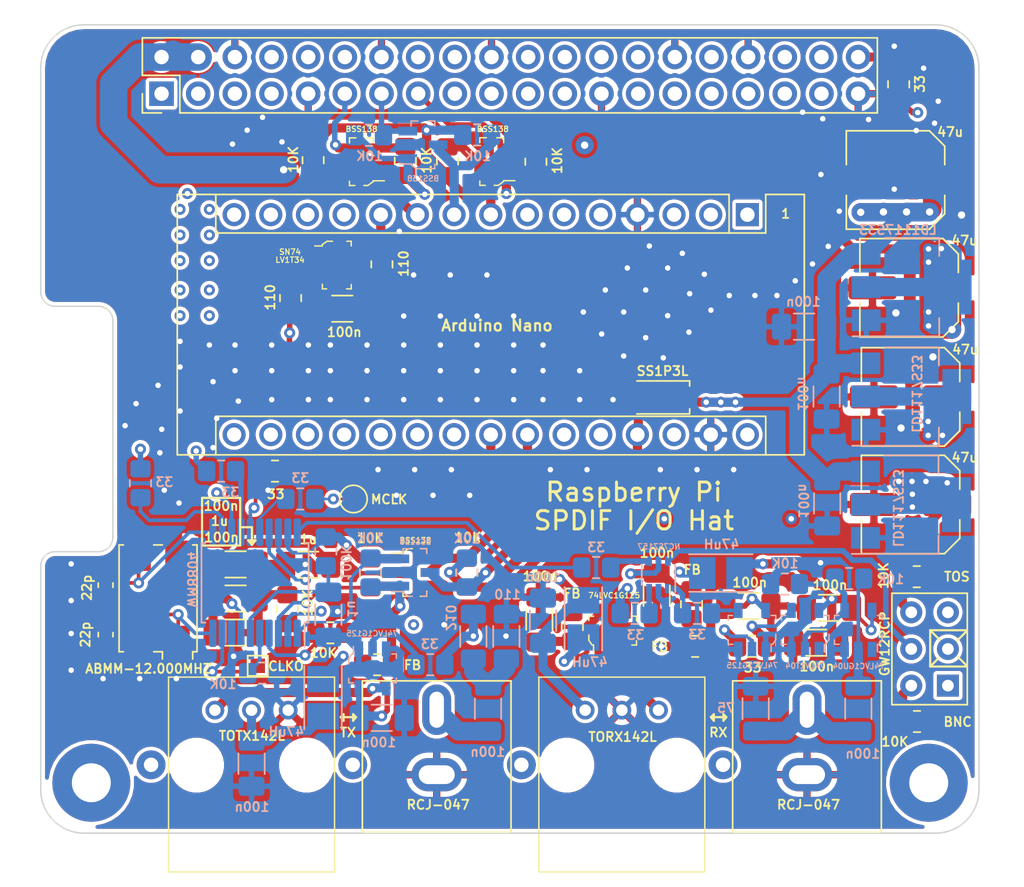
<source format=kicad_pcb>
(kicad_pcb (version 20171130) (host pcbnew "(5.1.7)-1")
  (layers (0 F.Cu signal) (1 In1.Cu signal) (2 In2.Cu signal) (31 B.Cu signal) (34 B.Paste user hide) (35 F.Paste user hide) (36 B.SilkS user) (37 F.SilkS user) (38 B.Mask user) (39 F.Mask user hide) (44 Edge.Cuts user))
  (net 0 "")
  (net 1 "Net-(J2-Pad3)")
  (net 2 "Net-(A1-Pad16)")
  (net 3 "Net-(A1-Pad15)")
  (net 4 "Net-(A1-Pad30)")
  (net 5 "Net-(A1-Pad14)")
  (net 6 GNDREF)
  (net 7 "Net-(A1-Pad13)")
  (net 8 "Net-(A1-Pad28)")
  (net 9 "Net-(A1-Pad12)")
  (net 10 +5V)
  (net 11 "Net-(A1-Pad11)")
  (net 12 "Net-(A1-Pad26)")
  (net 13 "Net-(A1-Pad10)")
  (net 14 "Net-(A1-Pad25)")
  (net 15 "Net-(A1-Pad9)")
  (net 16 /SCL)
  (net 17 "Net-(A1-Pad8)")
  (net 18 /SDA)
  (net 19 "Net-(A1-Pad7)")
  (net 20 "Net-(A1-Pad22)")
  (net 21 "Net-(A1-Pad6)")
  (net 22 "Net-(A1-Pad21)")
  (net 23 "Net-(A1-Pad5)")
  (net 24 "Net-(A1-Pad20)")
  (net 25 "Net-(A1-Pad19)")
  (net 26 "Net-(A1-Pad3)")
  (net 27 "Net-(A1-Pad18)")
  (net 28 "Net-(A1-Pad2)")
  (net 29 "Net-(A1-Pad17)")
  (net 30 "Net-(A1-Pad1)")
  (net 31 "Net-(C4-Pad1)")
  (net 32 +3V3)
  (net 33 +3.3VA)
  (net 34 +3.3VP)
  (net 35 /RST)
  (net 36 "Net-(C10-Pad1)")
  (net 37 /GPIO22)
  (net 38 /GPIO27)
  (net 39 /GPIO17)
  (net 40 /GPIO26)
  (net 41 /GPIO16)
  (net 42 /GPIO13)
  (net 43 /GPIO12)
  (net 44 /GPIO6)
  (net 45 /GPIO5)
  (net 46 /GPIO1)
  (net 47 /GPIO0)
  (net 48 /GPIO7)
  (net 49 /GPIO8)
  (net 50 /GPIO11)
  (net 51 /GPIO25)
  (net 52 /GPIO9)
  (net 53 /GPIO10)
  (net 54 /GPIO24)
  (net 55 /GPIO23)
  (net 56 /GPIO15)
  (net 57 /GPIO14)
  (net 58 /GPIO4)
  (net 59 /GPIO3)
  (net 60 /GPIO2)
  (net 61 "Net-(Q4-Pad2)")
  (net 62 /TX)
  (net 63 "Net-(R1-Pad1)")
  (net 64 /RX)
  (net 65 "Net-(R17-Pad2)")
  (net 66 "Net-(R21-Pad1)")
  (net 67 /3V32)
  (net 68 /3V31)
  (net 69 /DIN_WM)
  (net 70 /DOUT_WM)
  (net 71 /LRCLK)
  (net 72 /BCLK)
  (net 73 "Net-(R27-Pad2)")
  (net 74 "Net-(SW1-Pad5)")
  (net 75 "Net-(SW1-Pad3)")
  (net 76 "Net-(SW1-Pad2)")
  (net 77 "Net-(SW1-Pad1)")
  (net 78 "Net-(U8-Pad1)")
  (net 79 "Net-(R10-Pad2)")
  (net 80 "Net-(R23-Pad1)")
  (net 81 "Net-(R32-Pad2)")
  (net 82 "Net-(R33-Pad1)")
  (net 83 "Net-(C1-Pad1)")
  (net 84 "Net-(C2-Pad1)")
  (net 85 "Net-(C3-Pad1)")
  (net 86 "Net-(C5-Pad1)")
  (net 87 "Net-(C6-Pad2)")
  (net 88 "Net-(C6-Pad1)")
  (net 89 "Net-(C7-Pad2)")
  (net 90 "Net-(C7-Pad1)")
  (net 91 "Net-(C8-Pad1)")
  (net 92 "Net-(C15-Pad1)")
  (net 93 "Net-(C16-Pad2)")
  (net 94 "Net-(J1-Pad1)")
  (net 95 "Net-(Q2-Pad2)")
  (net 96 "Net-(R1-Pad2)")
  (net 97 "Net-(R2-Pad1)")
  (net 98 "Net-(R3-Pad1)")
  (net 99 "Net-(R4-Pad2)")
  (net 100 "Net-(R5-Pad2)")
  (net 101 "Net-(R5-Pad1)")
  (net 102 "Net-(R6-Pad2)")
  (net 103 "Net-(R11-Pad1)")
  (net 104 "Net-(R10-Pad1)")
  (net 105 "Net-(R20-Pad2)")
  (net 106 "Net-(R21-Pad2)")
  (net 107 "Net-(R22-Pad1)")
  (net 108 "Net-(R26-Pad1)")
  (net 109 "Net-(U5-Pad1)")
  (net 110 "Net-(U6-Pad1)")
  (net 111 "Net-(TP4-Pad1)")
  (net 112 "Net-(TP5-Pad1)")
  (net 113 "Net-(TP6-Pad1)")
  (net 114 "Net-(TP7-Pad1)")
  (net 115 +5VL)
  (net 116 "Net-(TP8-Pad1)")
  (net 117 "Net-(R31-Pad2)")
  (module Mouser:CUI_RCJ-04X (layer F.Cu) (at 111.506 91.821)
    (fp_text reference J5 hide)
    (fp_text value RX_RCA)
    (pad 1 thru_hole oval (at 0 -4.5) (size 2 3.5) (drill oval 1 2.5) (layers *.Cu *.Mask) (net 89 "Net-(C7-Pad2)"))
    (pad 2 thru_hole oval (at 0 0) (size 3.5 2.3) (drill oval 2.5 1.3) (layers *.Cu *.Mask) (net 6 GNDREF))
  )
  (module Mouser:CUI_RCJ-04X (layer F.Cu) (at 85.852 91.821)
    (fp_text reference J3 hide)
    (fp_text value TX_RCA)
    (pad 1 thru_hole oval (at 0 -4.5) (size 2 3.5) (drill oval 1 2.5) (layers *.Cu *.Mask) (net 87 "Net-(C6-Pad2)"))
    (pad 2 thru_hole oval (at 0 0) (size 3.5 2.3) (drill oval 2.5 1.3) (layers *.Cu *.Mask) (net 6 GNDREF))
  )
  (module SS1P3L:SS1P3L-M3&slash_84A (layer F.Cu) (at 101.5492 65.6844 180)
    (fp_text reference D1 hide)
    (fp_text value SS1P3L-M3/84A)
    (pad 1 smd rect (at 0.8001 0 180) (size 2.8194 1.3462) (layers F.Cu F.Paste F.Mask) (net 115 +5VL))
    (pad 2 smd rect (at -1.7018 0 180) (size 1.016 0.9144) (layers F.Cu F.Paste F.Mask) (net 10 +5V))
  )
  (module Resistor_SMD:R_0805_2012Metric_Pad1.20x1.40mm_HandSolder (layer F.Cu) (at 78.486 81.9912 180)
    (fp_text reference R31 hide)
    (fp_text value 10K)
    (pad 2 smd roundrect (at 1 0 180) (size 1.2 1.4) (layers F.Cu F.Paste F.Mask) (roundrect_rratio 0.2083325) (net 117 "Net-(R31-Pad2)"))
    (pad 1 smd roundrect (at -1 0 180) (size 1.2 1.4) (layers F.Cu F.Paste F.Mask) (roundrect_rratio 0.2083325) (net 32 +3V3))
  )
  (module Crystal:Crystal_SMD_7050-4Pin_7.0x5.0mm (layer F.Cu) (at 66.548 79.6036 90)
    (fp_text reference Y1 hide)
    (fp_text value ABMM-12.000MHZ)
    (pad 4 smd rect (at -2.95 -1.35 90) (size 2.1 1.7) (layers F.Cu F.Paste F.Mask) (net 6 GNDREF))
    (pad 3 smd rect (at 2.95 -1.35 90) (size 2.1 1.7) (layers F.Cu F.Paste F.Mask) (net 93 "Net-(C16-Pad2)"))
    (pad 2 smd rect (at 2.95 1.35 90) (size 2.1 1.7) (layers F.Cu F.Paste F.Mask) (net 6 GNDREF))
    (pad 1 smd rect (at -2.95 1.35 90) (size 2.1 1.7) (layers F.Cu F.Paste F.Mask) (net 92 "Net-(C15-Pad1)"))
  )
  (module Mouser:TestPoint_NoSilk_D2.50mm_Drill1.0mm (layer F.Cu) (at 66.04 91.186)
    (fp_text reference TP7 hide)
    (fp_text value TestPoint)
    (pad 1 thru_hole circle (at 0.025 -0.05) (size 2 2) (drill 1) (layers *.Cu *.Mask) (net 114 "Net-(TP7-Pad1)"))
  )
  (module Mouser:TestPoint_NoSilk_D2.50mm_Drill1.0mm (layer F.Cu) (at 80.01 91.186)
    (fp_text reference TP6 hide)
    (fp_text value TestPoint)
    (pad 1 thru_hole circle (at 0.025 -0.05) (size 2 2) (drill 1) (layers *.Cu *.Mask) (net 113 "Net-(TP6-Pad1)"))
  )
  (module Mouser:TestPoint_NoSilk_D2.50mm_Drill1.0mm (layer F.Cu) (at 91.694 91.186)
    (fp_text reference TP5 hide)
    (fp_text value TestPoint)
    (pad 1 thru_hole circle (at 0.025 -0.05) (size 2 2) (drill 1) (layers *.Cu *.Mask) (net 112 "Net-(TP5-Pad1)"))
  )
  (module Mouser:TestPoint_NoSilk_D2.50mm_Drill1.0mm (layer F.Cu) (at 105.664 91.186)
    (fp_text reference TP4 hide)
    (fp_text value TestPoint)
    (pad 1 thru_hole circle (at 0.025 -0.05) (size 2 2) (drill 1) (layers *.Cu *.Mask) (net 111 "Net-(TP4-Pad1)"))
  )
  (module TestPoint:TestPoint_Pad_1.0x1.0mm (layer F.Cu) (at 73.4568 84.2772)
    (fp_text reference TP8 hide)
    (fp_text value TestPoint)
    (pad 1 smd rect (at 0 0) (size 1 1) (layers F.Cu F.Mask) (net 116 "Net-(TP8-Pad1)"))
  )
  (module Module:Arduino_Nano (layer F.Cu) (at 107.3785 53.0225 270)
    (fp_text reference A1 hide)
    (fp_text value Arduino_Nano_v3.x)
    (pad 16 thru_hole oval (at 15.24 35.56 270) (size 1.6 1.6) (drill 1) (layers *.Cu *.Mask) (net 2 "Net-(A1-Pad16)"))
    (pad 15 thru_hole oval (at 0 35.56 270) (size 1.6 1.6) (drill 1) (layers *.Cu *.Mask) (net 3 "Net-(A1-Pad15)"))
    (pad 30 thru_hole oval (at 15.24 0 270) (size 1.6 1.6) (drill 1) (layers *.Cu *.Mask) (net 4 "Net-(A1-Pad30)"))
    (pad 14 thru_hole oval (at 0 33.02 270) (size 1.6 1.6) (drill 1) (layers *.Cu *.Mask) (net 5 "Net-(A1-Pad14)"))
    (pad 29 thru_hole oval (at 15.24 2.54 270) (size 1.6 1.6) (drill 1) (layers *.Cu *.Mask) (net 6 GNDREF))
    (pad 13 thru_hole oval (at 0 30.48 270) (size 1.6 1.6) (drill 1) (layers *.Cu *.Mask) (net 7 "Net-(A1-Pad13)"))
    (pad 28 thru_hole oval (at 15.24 5.08 270) (size 1.6 1.6) (drill 1) (layers *.Cu *.Mask) (net 8 "Net-(A1-Pad28)"))
    (pad 12 thru_hole oval (at 0 27.94 270) (size 1.6 1.6) (drill 1) (layers *.Cu *.Mask) (net 9 "Net-(A1-Pad12)"))
    (pad 27 thru_hole oval (at 15.24 7.62 270) (size 1.6 1.6) (drill 1) (layers *.Cu *.Mask) (net 115 +5VL))
    (pad 11 thru_hole oval (at 0 25.4 270) (size 1.6 1.6) (drill 1) (layers *.Cu *.Mask) (net 11 "Net-(A1-Pad11)"))
    (pad 26 thru_hole oval (at 15.24 10.16 270) (size 1.6 1.6) (drill 1) (layers *.Cu *.Mask) (net 12 "Net-(A1-Pad26)"))
    (pad 10 thru_hole oval (at 0 22.86 270) (size 1.6 1.6) (drill 1) (layers *.Cu *.Mask) (net 13 "Net-(A1-Pad10)"))
    (pad 25 thru_hole oval (at 15.24 12.7 270) (size 1.6 1.6) (drill 1) (layers *.Cu *.Mask) (net 14 "Net-(A1-Pad25)"))
    (pad 9 thru_hole oval (at 0 20.32 270) (size 1.6 1.6) (drill 1) (layers *.Cu *.Mask) (net 15 "Net-(A1-Pad9)"))
    (pad 24 thru_hole oval (at 15.24 15.24 270) (size 1.6 1.6) (drill 1) (layers *.Cu *.Mask) (net 16 /SCL))
    (pad 8 thru_hole oval (at 0 17.78 270) (size 1.6 1.6) (drill 1) (layers *.Cu *.Mask) (net 17 "Net-(A1-Pad8)"))
    (pad 23 thru_hole oval (at 15.24 17.78 270) (size 1.6 1.6) (drill 1) (layers *.Cu *.Mask) (net 18 /SDA))
    (pad 7 thru_hole oval (at 0 15.24 270) (size 1.6 1.6) (drill 1) (layers *.Cu *.Mask) (net 19 "Net-(A1-Pad7)"))
    (pad 22 thru_hole oval (at 15.24 20.32 270) (size 1.6 1.6) (drill 1) (layers *.Cu *.Mask) (net 20 "Net-(A1-Pad22)"))
    (pad 6 thru_hole oval (at 0 12.7 270) (size 1.6 1.6) (drill 1) (layers *.Cu *.Mask) (net 21 "Net-(A1-Pad6)"))
    (pad 21 thru_hole oval (at 15.24 22.86 270) (size 1.6 1.6) (drill 1) (layers *.Cu *.Mask) (net 22 "Net-(A1-Pad21)"))
    (pad 5 thru_hole oval (at 0 10.16 270) (size 1.6 1.6) (drill 1) (layers *.Cu *.Mask) (net 23 "Net-(A1-Pad5)"))
    (pad 20 thru_hole oval (at 15.24 25.4 270) (size 1.6 1.6) (drill 1) (layers *.Cu *.Mask) (net 24 "Net-(A1-Pad20)"))
    (pad 4 thru_hole oval (at 0 7.62 270) (size 1.6 1.6) (drill 1) (layers *.Cu *.Mask) (net 6 GNDREF))
    (pad 19 thru_hole oval (at 15.24 27.94 270) (size 1.6 1.6) (drill 1) (layers *.Cu *.Mask) (net 25 "Net-(A1-Pad19)"))
    (pad 3 thru_hole oval (at 0 5.08 270) (size 1.6 1.6) (drill 1) (layers *.Cu *.Mask) (net 26 "Net-(A1-Pad3)"))
    (pad 18 thru_hole oval (at 15.24 30.48 270) (size 1.6 1.6) (drill 1) (layers *.Cu *.Mask) (net 27 "Net-(A1-Pad18)"))
    (pad 2 thru_hole oval (at 0 2.54 270) (size 1.6 1.6) (drill 1) (layers *.Cu *.Mask) (net 28 "Net-(A1-Pad2)"))
    (pad 17 thru_hole oval (at 15.24 33.02 270) (size 1.6 1.6) (drill 1) (layers *.Cu *.Mask) (net 29 "Net-(A1-Pad17)"))
    (pad 1 thru_hole rect (at 0 0 270) (size 1.6 1.6) (drill 1) (layers *.Cu *.Mask) (net 30 "Net-(A1-Pad1)"))
  )
  (module digikey-footprints:SOT-753 (layer F.Cu) (at 78.9305 56.515 270)
    (fp_text reference U8 hide)
    (fp_text value SN74LV1T34DBV)
    (pad 1 smd rect (at -0.95 1.35 270) (size 0.6 1.05) (layers F.Cu F.Paste F.Mask) (net 78 "Net-(U8-Pad1)"))
    (pad 2 smd rect (at 0 1.35 270) (size 0.6 1.05) (layers F.Cu F.Paste F.Mask) (net 82 "Net-(R33-Pad1)"))
    (pad 3 smd rect (at 0.95 1.35 270) (size 0.6 1.05) (layers F.Cu F.Paste F.Mask) (net 6 GNDREF))
    (pad 4 smd rect (at 0.95 -1.35 270) (size 0.6 1.05) (layers F.Cu F.Paste F.Mask) (net 81 "Net-(R32-Pad2)"))
    (pad 5 smd rect (at -0.95 -1.35 270) (size 0.6 1.05) (layers F.Cu F.Paste F.Mask) (net 115 +5VL))
  )
  (module digikey-footprints:SOT-753 (layer B.Cu) (at 111.379 81.788 180)
    (fp_text reference U6 hide)
    (fp_text value 74LV1T04DBV)
    (pad 1 smd rect (at -0.95 -1.35 180) (size 0.6 1.05) (layers B.Cu B.Paste B.Mask) (net 110 "Net-(U6-Pad1)"))
    (pad 2 smd rect (at 0 -1.35 180) (size 0.6 1.05) (layers B.Cu B.Paste B.Mask) (net 103 "Net-(R11-Pad1)"))
    (pad 3 smd rect (at 0.95 -1.35 180) (size 0.6 1.05) (layers B.Cu B.Paste B.Mask) (net 6 GNDREF))
    (pad 4 smd rect (at 0.95 1.35 180) (size 0.6 1.05) (layers B.Cu B.Paste B.Mask) (net 79 "Net-(R10-Pad2)"))
    (pad 5 smd rect (at -0.95 1.35 180) (size 0.6 1.05) (layers B.Cu B.Paste B.Mask) (net 91 "Net-(C8-Pad1)"))
  )
  (module digikey-footprints:SOT-753 (layer B.Cu) (at 115.062 81.788 180)
    (fp_text reference U5 hide)
    (fp_text value 74LVC1GU04DBV)
    (pad 1 smd rect (at -0.95 -1.35 180) (size 0.6 1.05) (layers B.Cu B.Paste B.Mask) (net 109 "Net-(U5-Pad1)"))
    (pad 2 smd rect (at 0 -1.35 180) (size 0.6 1.05) (layers B.Cu B.Paste B.Mask) (net 90 "Net-(C7-Pad1)"))
    (pad 3 smd rect (at 0.95 -1.35 180) (size 0.6 1.05) (layers B.Cu B.Paste B.Mask) (net 6 GNDREF))
    (pad 4 smd rect (at 0.95 1.35 180) (size 0.6 1.05) (layers B.Cu B.Paste B.Mask) (net 103 "Net-(R11-Pad1)"))
    (pad 5 smd rect (at -0.95 1.35 180) (size 0.6 1.05) (layers B.Cu B.Paste B.Mask) (net 91 "Net-(C8-Pad1)"))
  )
  (module Resistor_SMD:R_0805_2012Metric_Pad1.20x1.40mm_HandSolder (layer B.Cu) (at 103.886 80.645)
    (fp_text reference R5 hide)
    (fp_text value 33)
    (pad 2 smd roundrect (at 1 0) (size 1.2 1.4) (layers B.Cu B.Paste B.Mask) (roundrect_rratio 0.2083325) (net 100 "Net-(R5-Pad2)"))
    (pad 1 smd roundrect (at -1 0) (size 1.2 1.4) (layers B.Cu B.Paste B.Mask) (roundrect_rratio 0.2083325) (net 101 "Net-(R5-Pad1)"))
  )
  (module Resistor_SMD:R_0805_2012Metric_Pad1.20x1.40mm_HandSolder (layer B.Cu) (at 99.568 80.645 180)
    (fp_text reference R1 hide)
    (fp_text value 33)
    (pad 2 smd roundrect (at 1 0 180) (size 1.2 1.4) (layers B.Cu B.Paste B.Mask) (roundrect_rratio 0.2083325) (net 96 "Net-(R1-Pad2)"))
    (pad 1 smd roundrect (at -1 0 180) (size 1.2 1.4) (layers B.Cu B.Paste B.Mask) (roundrect_rratio 0.2083325) (net 63 "Net-(R1-Pad1)"))
  )
  (module Capacitor_SMD:C_1206_3216Metric_Pad1.33x1.80mm_HandSolder (layer F.Cu) (at 113.03 80.264 180)
    (fp_text reference C9 hide)
    (fp_text value 100n)
    (pad 2 smd roundrect (at 1.5625 0 180) (size 1.325 1.8) (layers F.Cu F.Paste F.Mask) (roundrect_rratio 0.1886769811320755) (net 6 GNDREF))
    (pad 1 smd roundrect (at -1.5625 0 180) (size 1.325 1.8) (layers F.Cu F.Paste F.Mask) (roundrect_rratio 0.1886769811320755) (net 91 "Net-(C8-Pad1)"))
  )
  (module Capacitor_SMD:C_Elec_6.3x5.8 (layer F.Cu) (at 117.6401 50.6222 180)
    (fp_text reference C19 hide)
    (fp_text value 47u)
    (pad 2 smd roundrect (at 2.5375 0 180) (size 3.325 1.6) (layers F.Cu F.Paste F.Mask) (roundrect_rratio 0.15625) (net 6 GNDREF))
    (pad 1 smd roundrect (at -2.5375 0 180) (size 3.325 1.6) (layers F.Cu F.Paste F.Mask) (roundrect_rratio 0.15625) (net 10 +5V))
  )
  (module Capacitor_SMD:C_Elec_6.3x5.8 (layer F.Cu) (at 118.6815 73.1012 180)
    (fp_text reference C23 hide)
    (fp_text value 47u)
    (pad 2 smd roundrect (at 2.5375 0 180) (size 3.325 1.6) (layers F.Cu F.Paste F.Mask) (roundrect_rratio 0.15625) (net 6 GNDREF))
    (pad 1 smd roundrect (at -2.5375 0 180) (size 3.325 1.6) (layers F.Cu F.Paste F.Mask) (roundrect_rratio 0.15625) (net 32 +3V3))
  )
  (module Capacitor_SMD:C_Elec_6.3x5.8 (layer F.Cu) (at 118.6815 65.6463 180)
    (fp_text reference C25 hide)
    (fp_text value 47u)
    (pad 2 smd roundrect (at 2.5375 0 180) (size 3.325 1.6) (layers F.Cu F.Paste F.Mask) (roundrect_rratio 0.15625) (net 6 GNDREF))
    (pad 1 smd roundrect (at -2.5375 0 180) (size 3.325 1.6) (layers F.Cu F.Paste F.Mask) (roundrect_rratio 0.15625) (net 33 +3.3VA))
  )
  (module Capacitor_SMD:C_Elec_6.3x5.8 (layer F.Cu) (at 118.5799 58.0898 180)
    (fp_text reference C21 hide)
    (fp_text value 47u)
    (pad 2 smd roundrect (at 2.5375 0 180) (size 3.325 1.6) (layers F.Cu F.Paste F.Mask) (roundrect_rratio 0.15625) (net 6 GNDREF))
    (pad 1 smd roundrect (at -2.5375 0 180) (size 3.325 1.6) (layers F.Cu F.Paste F.Mask) (roundrect_rratio 0.15625) (net 34 +3.3VP))
  )
  (module Capacitor_SMD:C_1206_3216Metric_Pad1.33x1.80mm_HandSolder (layer F.Cu) (at 71.9201 79.6163)
    (fp_text reference C13 hide)
    (fp_text value 1u)
    (pad 2 smd roundrect (at 1.5625 0) (size 1.325 1.8) (layers F.Cu F.Paste F.Mask) (roundrect_rratio 0.1886769811320755) (net 6 GNDREF))
    (pad 1 smd roundrect (at -1.5625 0) (size 1.325 1.8) (layers F.Cu F.Paste F.Mask) (roundrect_rratio 0.1886769811320755) (net 33 +3.3VA))
  )
  (module Capacitor_SMD:C_1206_3216Metric_Pad1.33x1.80mm_HandSolder (layer F.Cu) (at 71.9201 81.9785)
    (fp_text reference C14 hide)
    (fp_text value 100n)
    (pad 2 smd roundrect (at 1.5625 0) (size 1.325 1.8) (layers F.Cu F.Paste F.Mask) (roundrect_rratio 0.1886769811320755) (net 6 GNDREF))
    (pad 1 smd roundrect (at -1.5625 0) (size 1.325 1.8) (layers F.Cu F.Paste F.Mask) (roundrect_rratio 0.1886769811320755) (net 33 +3.3VA))
  )
  (module Capacitor_SMD:C_0603_1608Metric_Pad1.08x0.95mm_HandSolder (layer F.Cu) (at 62.9158 82.1182 270)
    (fp_text reference C15)
    (fp_text value 22p (at 0 1.397 270) (layer F.SilkS) (effects (font (size 0.635 0.635) (thickness 0.127))))
    (pad 2 smd roundrect (at 0.8625 0 270) (size 1.075 0.95) (layers F.Cu F.Paste F.Mask) (net 6 GNDREF))
    (pad 1 smd roundrect (at -0.8625 0 270) (size 1.075 0.95) (layers F.Cu F.Paste F.Mask) (net 92 "Net-(C15-Pad1)"))
  )
  (module Capacitor_SMD:C_0603_1608Metric_Pad1.08x0.95mm_HandSolder (layer F.Cu) (at 62.9158 78.6892 90)
    (fp_text reference C16 hide)
    (fp_text value 22p (at -0.1778 -1.2954 90) (layer F.SilkS) (effects (font (size 0.635 0.635) (thickness 0.127))))
    (pad 2 smd roundrect (at 0.8625 0 90) (size 1.075 0.95) (layers F.Cu F.Paste F.Mask) (net 93 "Net-(C16-Pad2)"))
    (pad 1 smd roundrect (at -0.8625 0 90) (size 1.075 0.95) (layers F.Cu F.Paste F.Mask) (net 6 GNDREF))
  )
  (module Capacitor_SMD:C_1206_3216Metric_Pad1.33x1.80mm_HandSolder (layer F.Cu) (at 71.9201 77.2541 180)
    (fp_text reference C11 hide)
    (fp_text value 100n)
    (pad 2 smd roundrect (at 1.5625 0 180) (size 1.325 1.8) (layers F.Cu F.Paste F.Mask) (roundrect_rratio 0.1886769811320755) (net 32 +3V3))
    (pad 1 smd roundrect (at -1.5625 0 180) (size 1.325 1.8) (layers F.Cu F.Paste F.Mask) (roundrect_rratio 0.1886769811320755) (net 6 GNDREF))
  )
  (module Capacitor_SMD:C_1206_3216Metric_Pad1.33x1.80mm_HandSolder (layer B.Cu) (at 89.408 87.249 270)
    (fp_text reference C6 hide)
    (fp_text value 100n)
    (pad 2 smd roundrect (at 1.5625 0 270) (size 1.325 1.8) (layers B.Cu B.Paste B.Mask) (roundrect_rratio 0.1886769811320755) (net 87 "Net-(C6-Pad2)"))
    (pad 1 smd roundrect (at -1.5625 0 270) (size 1.325 1.8) (layers B.Cu B.Paste B.Mask) (roundrect_rratio 0.1886769811320755) (net 88 "Net-(C6-Pad1)"))
  )
  (module Capacitor_SMD:C_1206_3216Metric_Pad1.33x1.80mm_HandSolder (layer F.Cu) (at 112.141 82.677 180)
    (fp_text reference C8 hide)
    (fp_text value 100n)
    (pad 2 smd roundrect (at 1.5625 0 180) (size 1.325 1.8) (layers F.Cu F.Paste F.Mask) (roundrect_rratio 0.1886769811320755) (net 6 GNDREF))
    (pad 1 smd roundrect (at -1.5625 0 180) (size 1.325 1.8) (layers F.Cu F.Paste F.Mask) (roundrect_rratio 0.1886769811320755) (net 91 "Net-(C8-Pad1)"))
  )
  (module Capacitor_SMD:C_1206_3216Metric_Pad1.33x1.80mm_HandSolder (layer F.Cu) (at 107.442 80.137)
    (fp_text reference C10 hide)
    (fp_text value 100n)
    (pad 2 smd roundrect (at 1.5625 0) (size 1.325 1.8) (layers F.Cu F.Paste F.Mask) (roundrect_rratio 0.1886769811320755) (net 6 GNDREF))
    (pad 1 smd roundrect (at -1.5625 0) (size 1.325 1.8) (layers F.Cu F.Paste F.Mask) (roundrect_rratio 0.1886769811320755) (net 36 "Net-(C10-Pad1)"))
  )
  (module Mouser:PLR135T9 (layer F.Cu) (at 101.219 87.3506 180)
    (fp_text reference J1 hide)
    (fp_text value TORX142L (at 2.4892 -1.8542) (layer F.SilkS) (effects (font (size 0.635 0.635) (thickness 0.127))))
    (pad "" np_thru_hole circle (at 6.35 -3.81 180) (size 3.3 3.3) (drill 3.3) (layers *.Cu *.Mask))
    (pad "" np_thru_hole circle (at -1.27 -3.81 180) (size 3.3 3.3) (drill 3.3) (layers *.Cu *.Mask))
    (pad 3 thru_hole circle (at 5.08 0 180) (size 1.3 1.3) (drill 0.8) (layers *.Cu *.Mask) (net 31 "Net-(C4-Pad1)"))
    (pad 2 thru_hole circle (at 2.54 0 180) (size 1.3 1.3) (drill 0.8) (layers *.Cu *.Mask) (net 6 GNDREF))
    (pad 1 thru_hole circle (at 0 0 180) (size 1.3 1.3) (drill 0.8) (layers *.Cu *.Mask) (net 94 "Net-(J1-Pad1)"))
  )
  (module Connector_PinHeader_2.54mm:PinHeader_2x20_P2.54mm_Vertical (layer F.Cu) (at 66.7893 44.64304 90)
    (fp_text reference J4 hide)
    (fp_text value Raspberry_Pi_2_3 hide)
    (pad 40 thru_hole oval (at 2.54 48.26 90) (size 1.7 1.7) (drill 1) (layers *.Cu *.Mask) (net 69 /DIN_WM))
    (pad 39 thru_hole oval (at 0 48.26 90) (size 1.7 1.7) (drill 1) (layers *.Cu *.Mask) (net 6 GNDREF))
    (pad 38 thru_hole oval (at 2.54 45.72 90) (size 1.7 1.7) (drill 1) (layers *.Cu *.Mask) (net 70 /DOUT_WM))
    (pad 37 thru_hole oval (at 0 45.72 90) (size 1.7 1.7) (drill 1) (layers *.Cu *.Mask) (net 40 /GPIO26))
    (pad 36 thru_hole oval (at 2.54 43.18 90) (size 1.7 1.7) (drill 1) (layers *.Cu *.Mask) (net 41 /GPIO16))
    (pad 35 thru_hole oval (at 0 43.18 90) (size 1.7 1.7) (drill 1) (layers *.Cu *.Mask) (net 71 /LRCLK))
    (pad 34 thru_hole oval (at 2.54 40.64 90) (size 1.7 1.7) (drill 1) (layers *.Cu *.Mask) (net 6 GNDREF))
    (pad 33 thru_hole oval (at 0 40.64 90) (size 1.7 1.7) (drill 1) (layers *.Cu *.Mask) (net 42 /GPIO13))
    (pad 32 thru_hole oval (at 2.54 38.1 90) (size 1.7 1.7) (drill 1) (layers *.Cu *.Mask) (net 43 /GPIO12))
    (pad 31 thru_hole oval (at 0 38.1 90) (size 1.7 1.7) (drill 1) (layers *.Cu *.Mask) (net 44 /GPIO6))
    (pad 30 thru_hole oval (at 2.54 35.56 90) (size 1.7 1.7) (drill 1) (layers *.Cu *.Mask) (net 6 GNDREF))
    (pad 29 thru_hole oval (at 0 35.56 90) (size 1.7 1.7) (drill 1) (layers *.Cu *.Mask) (net 45 /GPIO5))
    (pad 28 thru_hole oval (at 2.54 33.02 90) (size 1.7 1.7) (drill 1) (layers *.Cu *.Mask) (net 46 /GPIO1))
    (pad 27 thru_hole oval (at 0 33.02 90) (size 1.7 1.7) (drill 1) (layers *.Cu *.Mask) (net 47 /GPIO0))
    (pad 26 thru_hole oval (at 2.54 30.48 90) (size 1.7 1.7) (drill 1) (layers *.Cu *.Mask) (net 48 /GPIO7))
    (pad 25 thru_hole oval (at 0 30.48 90) (size 1.7 1.7) (drill 1) (layers *.Cu *.Mask) (net 6 GNDREF))
    (pad 24 thru_hole oval (at 2.54 27.94 90) (size 1.7 1.7) (drill 1) (layers *.Cu *.Mask) (net 49 /GPIO8))
    (pad 23 thru_hole oval (at 0 27.94 90) (size 1.7 1.7) (drill 1) (layers *.Cu *.Mask) (net 50 /GPIO11))
    (pad 22 thru_hole oval (at 2.54 25.4 90) (size 1.7 1.7) (drill 1) (layers *.Cu *.Mask) (net 51 /GPIO25))
    (pad 21 thru_hole oval (at 0 25.4 90) (size 1.7 1.7) (drill 1) (layers *.Cu *.Mask) (net 52 /GPIO9))
    (pad 20 thru_hole oval (at 2.54 22.86 90) (size 1.7 1.7) (drill 1) (layers *.Cu *.Mask) (net 6 GNDREF))
    (pad 19 thru_hole oval (at 0 22.86 90) (size 1.7 1.7) (drill 1) (layers *.Cu *.Mask) (net 53 /GPIO10))
    (pad 18 thru_hole oval (at 2.54 20.32 90) (size 1.7 1.7) (drill 1) (layers *.Cu *.Mask) (net 54 /GPIO24))
    (pad 17 thru_hole oval (at 0 20.32 90) (size 1.7 1.7) (drill 1) (layers *.Cu *.Mask) (net 67 /3V32))
    (pad 16 thru_hole oval (at 2.54 17.78 90) (size 1.7 1.7) (drill 1) (layers *.Cu *.Mask) (net 55 /GPIO23))
    (pad 15 thru_hole oval (at 0 17.78 90) (size 1.7 1.7) (drill 1) (layers *.Cu *.Mask) (net 37 /GPIO22))
    (pad 14 thru_hole oval (at 2.54 15.24 90) (size 1.7 1.7) (drill 1) (layers *.Cu *.Mask) (net 6 GNDREF))
    (pad 13 thru_hole oval (at 0 15.24 90) (size 1.7 1.7) (drill 1) (layers *.Cu *.Mask) (net 38 /GPIO27))
    (pad 12 thru_hole oval (at 2.54 12.7 90) (size 1.7 1.7) (drill 1) (layers *.Cu *.Mask) (net 72 /BCLK))
    (pad 11 thru_hole oval (at 0 12.7 90) (size 1.7 1.7) (drill 1) (layers *.Cu *.Mask) (net 39 /GPIO17))
    (pad 10 thru_hole oval (at 2.54 10.16 90) (size 1.7 1.7) (drill 1) (layers *.Cu *.Mask) (net 56 /GPIO15))
    (pad 9 thru_hole oval (at 0 10.16 90) (size 1.7 1.7) (drill 1) (layers *.Cu *.Mask) (net 6 GNDREF))
    (pad 8 thru_hole oval (at 2.54 7.62 90) (size 1.7 1.7) (drill 1) (layers *.Cu *.Mask) (net 57 /GPIO14))
    (pad 7 thru_hole oval (at 0 7.62 90) (size 1.7 1.7) (drill 1) (layers *.Cu *.Mask) (net 58 /GPIO4))
    (pad 6 thru_hole oval (at 2.54 5.08 90) (size 1.7 1.7) (drill 1) (layers *.Cu *.Mask) (net 6 GNDREF))
    (pad 5 thru_hole oval (at 0 5.08 90) (size 1.7 1.7) (drill 1) (layers *.Cu *.Mask) (net 59 /GPIO3))
    (pad 4 thru_hole oval (at 2.54 2.54 90) (size 1.7 1.7) (drill 1) (layers *.Cu *.Mask) (net 10 +5V))
    (pad 3 thru_hole oval (at 0 2.54 90) (size 1.7 1.7) (drill 1) (layers *.Cu *.Mask) (net 60 /GPIO2))
    (pad 2 thru_hole oval (at 2.54 0 90) (size 1.7 1.7) (drill 1) (layers *.Cu *.Mask) (net 10 +5V))
    (pad 1 thru_hole rect (at 0 0 90) (size 1.7 1.7) (drill 1) (layers *.Cu *.Mask) (net 68 /3V31))
  )
  (module Resistor_SMD:R_0805_2012Metric_Pad1.20x1.40mm_HandSolder (layer B.Cu) (at 88.6587 47.498)
    (fp_text reference R19 hide)
    (fp_text value 10K)
    (pad 2 smd roundrect (at 1 0) (size 1.2 1.4) (layers B.Cu B.Paste B.Mask) (roundrect_rratio 0.2083325) (net 15 "Net-(A1-Pad9)"))
    (pad 1 smd roundrect (at -1 0) (size 1.2 1.4) (layers B.Cu B.Paste B.Mask) (roundrect_rratio 0.2083325) (net 115 +5VL))
  )
  (module Resistor_SMD:R_0805_2012Metric_Pad1.20x1.40mm_HandSolder (layer F.Cu) (at 77.2922 49.2506 270)
    (fp_text reference R29 hide)
    (fp_text value 10K)
    (pad 2 smd roundrect (at 1 0 270) (size 1.2 1.4) (layers F.Cu F.Paste F.Mask) (roundrect_rratio 0.2083325) (net 13 "Net-(A1-Pad10)"))
    (pad 1 smd roundrect (at -1 0 270) (size 1.2 1.4) (layers F.Cu F.Paste F.Mask) (roundrect_rratio 0.2083325) (net 115 +5VL))
  )
  (module Resistor_SMD:R_0805_2012Metric_Pad1.20x1.40mm_HandSolder (layer F.Cu) (at 82.0547 56.4642 270)
    (fp_text reference R32 hide)
    (fp_text value 110)
    (pad 2 smd roundrect (at 1 0 270) (size 1.2 1.4) (layers F.Cu F.Paste F.Mask) (roundrect_rratio 0.2083325) (net 81 "Net-(R32-Pad2)"))
    (pad 1 smd roundrect (at -1 0 270) (size 1.2 1.4) (layers F.Cu F.Paste F.Mask) (roundrect_rratio 0.2083325) (net 11 "Net-(A1-Pad11)"))
  )
  (module Resistor_SMD:R_1206_3216Metric_Pad1.30x1.75mm_HandSolder (layer B.Cu) (at 88.392 82.2452 90)
    (fp_text reference R7 hide)
    (fp_text value 210)
    (pad 2 smd roundrect (at 1.55 0 90) (size 1.3 1.75) (layers B.Cu B.Paste B.Mask) (roundrect_rratio 0.1923069230769231) (net 62 /TX))
    (pad 1 smd roundrect (at -1.55 0 90) (size 1.3 1.75) (layers B.Cu B.Paste B.Mask) (roundrect_rratio 0.1923069230769231) (net 88 "Net-(C6-Pad1)"))
  )
  (module Resistor_SMD:R_1206_3216Metric_Pad1.30x1.75mm_HandSolder (layer B.Cu) (at 90.678 82.2452 90)
    (fp_text reference R8 hide)
    (fp_text value 110)
    (pad 2 smd roundrect (at 1.55 0 90) (size 1.3 1.75) (layers B.Cu B.Paste B.Mask) (roundrect_rratio 0.1923069230769231) (net 6 GNDREF))
    (pad 1 smd roundrect (at -1.55 0 90) (size 1.3 1.75) (layers B.Cu B.Paste B.Mask) (roundrect_rratio 0.1923069230769231) (net 88 "Net-(C6-Pad1)"))
  )
  (module Resistor_SMD:R_1206_3216Metric_Pad1.30x1.75mm_HandSolder (layer B.Cu) (at 107.95 87.249 90)
    (fp_text reference R12 hide)
    (fp_text value 75)
    (pad 2 smd roundrect (at 1.55 0 90) (size 1.3 1.75) (layers B.Cu B.Paste B.Mask) (roundrect_rratio 0.1923069230769231) (net 6 GNDREF))
    (pad 1 smd roundrect (at -1.55 0 90) (size 1.3 1.75) (layers B.Cu B.Paste B.Mask) (roundrect_rratio 0.1923069230769231) (net 89 "Net-(C7-Pad2)"))
  )
  (module Package_TO_SOT_SMD:SOT-223-3_TabPin2 (layer B.Cu) (at 118.7069 73.1139)
    (fp_text reference U10 hide)
    (fp_text value LD1117S33)
    (pad 1 smd rect (at -3.15 2.3) (size 2 1.5) (layers B.Cu B.Paste B.Mask) (net 6 GNDREF))
    (pad 3 smd rect (at -3.15 -2.3) (size 2 1.5) (layers B.Cu B.Paste B.Mask) (net 10 +5V))
    (pad 2 smd rect (at -3.15 0) (size 2 1.5) (layers B.Cu B.Paste B.Mask) (net 32 +3V3))
    (pad 2 smd rect (at 3.15 0) (size 2 3.8) (layers B.Cu B.Paste B.Mask) (net 32 +3V3))
  )
  (module Package_TO_SOT_SMD:SOT-223-3_TabPin2 (layer B.Cu) (at 118.7323 65.6209)
    (fp_text reference U11 hide)
    (fp_text value LD1117S33)
    (pad 1 smd rect (at -3.15 2.3) (size 2 1.5) (layers B.Cu B.Paste B.Mask) (net 6 GNDREF))
    (pad 3 smd rect (at -3.15 -2.3) (size 2 1.5) (layers B.Cu B.Paste B.Mask) (net 10 +5V))
    (pad 2 smd rect (at -3.15 0) (size 2 1.5) (layers B.Cu B.Paste B.Mask) (net 33 +3.3VA))
    (pad 2 smd rect (at 3.15 0) (size 2 3.8) (layers B.Cu B.Paste B.Mask) (net 33 +3.3VA))
  )
  (module Package_TO_SOT_SMD:SOT-223-3_TabPin2 (layer B.Cu) (at 118.7577 58.039)
    (fp_text reference U9 hide)
    (fp_text value LD1117S33)
    (pad 1 smd rect (at -3.15 2.3) (size 2 1.5) (layers B.Cu B.Paste B.Mask) (net 6 GNDREF))
    (pad 3 smd rect (at -3.15 -2.3) (size 2 1.5) (layers B.Cu B.Paste B.Mask) (net 10 +5V))
    (pad 2 smd rect (at -3.15 0) (size 2 1.5) (layers B.Cu B.Paste B.Mask) (net 34 +3.3VP))
    (pad 2 smd rect (at 3.15 0) (size 2 3.8) (layers B.Cu B.Paste B.Mask) (net 34 +3.3VP))
  )
  (module digikey-footprints:SOT-753 (layer F.Cu) (at 98.044 81.8388)
    (fp_text reference U1 hide)
    (fp_text value 74LVC1G125DBV)
    (pad 1 smd rect (at -0.95 1.35) (size 0.6 1.05) (layers F.Cu F.Paste F.Mask) (net 6 GNDREF))
    (pad 2 smd rect (at 0 1.35) (size 0.6 1.05) (layers F.Cu F.Paste F.Mask) (net 94 "Net-(J1-Pad1)"))
    (pad 3 smd rect (at 0.95 1.35) (size 0.6 1.05) (layers F.Cu F.Paste F.Mask) (net 6 GNDREF))
    (pad 4 smd rect (at 0.95 -1.35) (size 0.6 1.05) (layers F.Cu F.Paste F.Mask) (net 96 "Net-(R1-Pad2)"))
    (pad 5 smd rect (at -0.95 -1.35) (size 0.6 1.05) (layers F.Cu F.Paste F.Mask) (net 85 "Net-(C3-Pad1)"))
  )
  (module Package_SO:SSOP-20_5.3x7.2mm_P0.65mm (layer B.Cu) (at 73.2663 78.5241 90)
    (fp_text reference U7 hide)
    (fp_text value WM8804)
    (pad 20 smd roundrect (at 3.5 2.925 90) (size 1.9 0.5) (layers B.Cu B.Paste B.Mask) (net 64 /RX))
    (pad 19 smd roundrect (at 3.5 2.275 90) (size 1.9 0.5) (layers B.Cu B.Paste B.Mask) (net 32 +3V3))
    (pad 18 smd roundrect (at 3.5 1.625 90) (size 1.9 0.5) (layers B.Cu B.Paste B.Mask) (net 6 GNDREF))
    (pad 17 smd roundrect (at 3.5 0.975 90) (size 1.9 0.5) (layers B.Cu B.Paste B.Mask) (net 62 /TX))
    (pad 16 smd roundrect (at 3.5 0.325 90) (size 1.9 0.5) (layers B.Cu B.Paste B.Mask) (net 66 "Net-(R21-Pad1)"))
    (pad 15 smd roundrect (at 3.5 -0.325 90) (size 1.9 0.5) (layers B.Cu B.Paste B.Mask) (net 107 "Net-(R22-Pad1)"))
    (pad 14 smd roundrect (at 3.5 -0.975 90) (size 1.9 0.5) (layers B.Cu B.Paste B.Mask) (net 80 "Net-(R23-Pad1)"))
    (pad 13 smd roundrect (at 3.5 -1.625 90) (size 1.9 0.5) (layers B.Cu B.Paste B.Mask) (net 108 "Net-(R26-Pad1)"))
    (pad 12 smd roundrect (at 3.5 -2.275 90) (size 1.9 0.5) (layers B.Cu B.Paste B.Mask) (net 73 "Net-(R27-Pad2)"))
    (pad 11 smd roundrect (at 3.5 -2.925 90) (size 1.9 0.5) (layers B.Cu B.Paste B.Mask) (net 93 "Net-(C16-Pad2)"))
    (pad 10 smd roundrect (at -3.5 -2.925 90) (size 1.9 0.5) (layers B.Cu B.Paste B.Mask) (net 92 "Net-(C15-Pad1)"))
    (pad 9 smd roundrect (at -3.5 -2.275 90) (size 1.9 0.5) (layers B.Cu B.Paste B.Mask) (net 116 "Net-(TP8-Pad1)"))
    (pad 8 smd roundrect (at -3.5 -1.625 90) (size 1.9 0.5) (layers B.Cu B.Paste B.Mask) (net 6 GNDREF))
    (pad 7 smd roundrect (at -3.5 -0.975 90) (size 1.9 0.5) (layers B.Cu B.Paste B.Mask) (net 33 +3.3VA))
    (pad 6 smd roundrect (at -3.5 -0.325 90) (size 1.9 0.5) (layers B.Cu B.Paste B.Mask) (net 35 /RST))
    (pad 5 smd roundrect (at -3.5 0.325 90) (size 1.9 0.5) (layers B.Cu B.Paste B.Mask) (net 105 "Net-(R20-Pad2)"))
    (pad 4 smd roundrect (at -3.5 0.975 90) (size 1.9 0.5) (layers B.Cu B.Paste B.Mask) (net 117 "Net-(R31-Pad2)"))
    (pad 3 smd roundrect (at -3.5 1.625 90) (size 1.9 0.5) (layers B.Cu B.Paste B.Mask) (net 95 "Net-(Q2-Pad2)"))
    (pad 2 smd roundrect (at -3.5 2.275 90) (size 1.9 0.5) (layers B.Cu B.Paste B.Mask) (net 65 "Net-(R17-Pad2)"))
    (pad 1 smd roundrect (at -3.5 2.925 90) (size 1.9 0.5) (layers B.Cu B.Paste B.Mask) (net 61 "Net-(Q4-Pad2)"))
  )
  (module Package_TO_SOT_SMD:SOT-363_SC-70-6 (layer B.Cu) (at 101.219 77.978 90)
    (fp_text reference U2 hide)
    (fp_text value NC7SZ157P6X)
    (pad 6 smd rect (at 0.95 0.65 90) (size 0.65 0.4) (layers B.Cu B.Paste B.Mask) (net 74 "Net-(SW1-Pad5)"))
    (pad 4 smd rect (at 0.95 -0.65 90) (size 0.65 0.4) (layers B.Cu B.Paste B.Mask) (net 97 "Net-(R2-Pad1)"))
    (pad 2 smd rect (at -0.95 0 90) (size 0.65 0.4) (layers B.Cu B.Paste B.Mask) (net 6 GNDREF))
    (pad 5 smd rect (at 0.95 0 90) (size 0.65 0.4) (layers B.Cu B.Paste B.Mask) (net 83 "Net-(C1-Pad1)"))
    (pad 3 smd rect (at -0.95 -0.65 90) (size 0.65 0.4) (layers B.Cu B.Paste B.Mask) (net 63 "Net-(R1-Pad1)"))
    (pad 1 smd rect (at -0.95 0.65 90) (size 0.65 0.4) (layers B.Cu B.Paste B.Mask) (net 101 "Net-(R5-Pad1)"))
  )
  (module digikey-footprints:SOT-753 (layer B.Cu) (at 107.696 81.788 180)
    (fp_text reference U4 hide)
    (fp_text value 74LVC1G125DBV)
    (pad 1 smd rect (at -0.95 -1.35 180) (size 0.6 1.05) (layers B.Cu B.Paste B.Mask) (net 6 GNDREF))
    (pad 2 smd rect (at 0 -1.35 180) (size 0.6 1.05) (layers B.Cu B.Paste B.Mask) (net 104 "Net-(R10-Pad1)"))
    (pad 3 smd rect (at 0.95 -1.35 180) (size 0.6 1.05) (layers B.Cu B.Paste B.Mask) (net 6 GNDREF))
    (pad 4 smd rect (at 0.95 1.35 180) (size 0.6 1.05) (layers B.Cu B.Paste B.Mask) (net 100 "Net-(R5-Pad2)"))
    (pad 5 smd rect (at -0.95 1.35 180) (size 0.6 1.05) (layers B.Cu B.Paste B.Mask) (net 36 "Net-(C10-Pad1)"))
  )
  (module MountingHole:MountingHole_2.7mm_M2.5_Pad (layer F.Cu) (at 119.9388 92.3798)
    (fp_text reference H2 hide)
    (fp_text value MountingHole hide)
    (pad 1 thru_hole circle (at 0 0) (size 5.4 5.4) (drill 2.7) (layers *.Cu *.Mask))
  )
  (module MountingHole:MountingHole_2.7mm_M2.5_Pad (layer F.Cu) (at 61.9252 92.3798)
    (fp_text reference H1 hide)
    (fp_text value MountingHole hide)
    (pad 1 thru_hole circle (at 0 0) (size 5.4 5.4) (drill 2.7) (layers *.Cu *.Mask))
  )
  (module TestPoint:TestPoint_Pad_D1.5mm (layer F.Cu) (at 80.0862 72.7202 90)
    (fp_text reference TP2 hide)
    (fp_text value TestPoint)
    (pad 1 smd circle (at 0 0 90) (size 1.5 1.5) (layers F.Cu F.Mask) (net 106 "Net-(R21-Pad2)"))
  )
  (module Button_Switch_THT:SW_NKK_G1xJP (layer F.Cu) (at 121.269 85.6512 180)
    (fp_text reference SW1 hide)
    (fp_text value GW12RCP)
    (pad 6 thru_hole circle (at 2.54 0 180) (size 1.524 1.524) (drill 0.8128) (layers *.Cu *.Mask) (net 102 "Net-(R6-Pad2)"))
    (pad 5 thru_hole circle (at 2.54 2.54 180) (size 1.524 1.524) (drill 0.8128) (layers *.Cu *.Mask) (net 74 "Net-(SW1-Pad5)"))
    (pad 4 thru_hole circle (at 2.54 5.08 180) (size 1.524 1.524) (drill 0.8128) (layers *.Cu *.Mask) (net 99 "Net-(R4-Pad2)"))
    (pad 3 thru_hole circle (at 0 5.08 180) (size 1.524 1.524) (drill 0.8128) (layers *.Cu *.Mask) (net 75 "Net-(SW1-Pad3)"))
    (pad 2 thru_hole circle (at 0 2.54 180) (size 1.524 1.524) (drill 0.8128) (layers *.Cu *.Mask) (net 76 "Net-(SW1-Pad2)"))
    (pad 1 thru_hole rect (at 0 0 180) (size 1.524 1.524) (drill 0.8128) (layers *.Cu *.Mask) (net 77 "Net-(SW1-Pad1)"))
  )
  (module Resistor_SMD:R_0805_2012Metric_Pad1.20x1.40mm_HandSolder (layer F.Cu) (at 107.696 82.931)
    (fp_text reference R10 hide)
    (fp_text value 33)
    (pad 2 smd roundrect (at 1 0) (size 1.2 1.4) (layers F.Cu F.Paste F.Mask) (roundrect_rratio 0.2083325) (net 79 "Net-(R10-Pad2)"))
    (pad 1 smd roundrect (at -1 0) (size 1.2 1.4) (layers F.Cu F.Paste F.Mask) (roundrect_rratio 0.2083325) (net 104 "Net-(R10-Pad1)"))
  )
  (module Resistor_SMD:R_0805_2012Metric_Pad1.20x1.40mm_HandSolder (layer B.Cu) (at 109.982 78.613 180)
    (fp_text reference R11 hide)
    (fp_text value 10K)
    (pad 2 smd roundrect (at 1 0 180) (size 1.2 1.4) (layers B.Cu B.Paste B.Mask) (roundrect_rratio 0.2083325) (net 6 GNDREF))
    (pad 1 smd roundrect (at -1 0 180) (size 1.2 1.4) (layers B.Cu B.Paste B.Mask) (roundrect_rratio 0.2083325) (net 103 "Net-(R11-Pad1)"))
  )
  (module Resistor_SMD:R_0805_2012Metric_Pad1.20x1.40mm_HandSolder (layer F.Cu) (at 119.126 88.138 180)
    (fp_text reference R6 hide)
    (fp_text value 10K)
    (pad 2 smd roundrect (at 1 0 180) (size 1.2 1.4) (layers F.Cu F.Paste F.Mask) (roundrect_rratio 0.2083325) (net 102 "Net-(R6-Pad2)"))
    (pad 1 smd roundrect (at -1 0 180) (size 1.2 1.4) (layers F.Cu F.Paste F.Mask) (roundrect_rratio 0.2083325) (net 6 GNDREF))
  )
  (module Resistor_SMD:R_0805_2012Metric_Pad1.20x1.40mm_HandSolder (layer F.Cu) (at 119.11 78.105 180)
    (fp_text reference R4 hide)
    (fp_text value 10K)
    (pad 2 smd roundrect (at 1 0 180) (size 1.2 1.4) (layers F.Cu F.Paste F.Mask) (roundrect_rratio 0.2083325) (net 99 "Net-(R4-Pad2)"))
    (pad 1 smd roundrect (at -1 0 180) (size 1.2 1.4) (layers F.Cu F.Paste F.Mask) (roundrect_rratio 0.2083325) (net 32 +3V3))
  )
  (module Resistor_SMD:R_0805_2012Metric_Pad1.20x1.40mm_HandSolder (layer B.Cu) (at 114.427 78.232 180)
    (fp_text reference R9 hide)
    (fp_text value 10K)
    (pad 2 smd roundrect (at 1 0 180) (size 1.2 1.4) (layers B.Cu B.Paste B.Mask) (roundrect_rratio 0.2083325) (net 103 "Net-(R11-Pad1)"))
    (pad 1 smd roundrect (at -1 0 180) (size 1.2 1.4) (layers B.Cu B.Paste B.Mask) (roundrect_rratio 0.2083325) (net 90 "Net-(C7-Pad1)"))
  )
  (module Inductor_SMD:L_Taiyo-Yuden_NR-24xx_HandSoldering (layer B.Cu) (at 96.012 81.026 90)
    (fp_text reference L1 hide)
    (fp_text value 47uH)
    (pad 2 smd rect (at 1.2875 0 90) (size 1.825 2.2) (layers B.Cu B.Paste B.Mask) (net 31 "Net-(C4-Pad1)"))
    (pad 1 smd rect (at -1.2875 0 90) (size 1.825 2.2) (layers B.Cu B.Paste B.Mask) (net 34 +3.3VP))
  )
  (module Resistor_SMD:R_0805_2012Metric_Pad1.20x1.40mm_HandSolder (layer F.Cu) (at 103.505 80.01 270)
    (fp_text reference FB2 hide)
    (fp_text value Ferrite_Bead_Small)
    (pad 2 smd roundrect (at 1 0 270) (size 1.2 1.4) (layers F.Cu F.Paste F.Mask) (roundrect_rratio 0.2083325) (net 32 +3V3))
    (pad 1 smd roundrect (at -1 0 270) (size 1.2 1.4) (layers F.Cu F.Paste F.Mask) (roundrect_rratio 0.2083325) (net 83 "Net-(C1-Pad1)"))
  )
  (module Resistor_SMD:R_0805_2012Metric_Pad1.20x1.40mm_HandSolder (layer F.Cu) (at 103.759 82.931 180)
    (fp_text reference FB4 hide)
    (fp_text value Ferrite_Bead_Small)
    (pad 2 smd roundrect (at 1 0 180) (size 1.2 1.4) (layers F.Cu F.Paste F.Mask) (roundrect_rratio 0.2083325) (net 32 +3V3))
    (pad 1 smd roundrect (at -1 0 180) (size 1.2 1.4) (layers F.Cu F.Paste F.Mask) (roundrect_rratio 0.2083325) (net 36 "Net-(C10-Pad1)"))
  )
  (module Capacitor_SMD:C_1206_3216Metric_Pad1.33x1.80mm_HandSolder (layer F.Cu) (at 101.092 79.4258 270)
    (fp_text reference C1 hide)
    (fp_text value 100n)
    (pad 2 smd roundrect (at 1.5625 0 270) (size 1.325 1.8) (layers F.Cu F.Paste F.Mask) (roundrect_rratio 0.1886769811320755) (net 6 GNDREF))
    (pad 1 smd roundrect (at -1.5625 0 270) (size 1.325 1.8) (layers F.Cu F.Paste F.Mask) (roundrect_rratio 0.1886769811320755) (net 83 "Net-(C1-Pad1)"))
  )
  (module Capacitor_SMD:C_1206_3216Metric_Pad1.33x1.80mm_HandSolder (layer B.Cu) (at 115.062 87.249 270)
    (fp_text reference C7 hide)
    (fp_text value 100n)
    (pad 2 smd roundrect (at 1.5625 0 270) (size 1.325 1.8) (layers B.Cu B.Paste B.Mask) (roundrect_rratio 0.1886769811320755) (net 89 "Net-(C7-Pad2)"))
    (pad 1 smd roundrect (at -1.5625 0 270) (size 1.325 1.8) (layers B.Cu B.Paste B.Mask) (roundrect_rratio 0.1886769811320755) (net 90 "Net-(C7-Pad1)"))
  )
  (module Resistor_SMD:R_0805_2012Metric_Pad1.20x1.40mm_HandSolder (layer F.Cu) (at 75.7301 58.801 270)
    (fp_text reference R33 hide)
    (fp_text value 110)
    (pad 2 smd roundrect (at 1 0 270) (size 1.2 1.4) (layers F.Cu F.Paste F.Mask) (roundrect_rratio 0.2083325) (net 71 /LRCLK))
    (pad 1 smd roundrect (at -1 0 270) (size 1.2 1.4) (layers F.Cu F.Paste F.Mask) (roundrect_rratio 0.2083325) (net 82 "Net-(R33-Pad1)"))
  )
  (module digikey-footprints:SOT-753 (layer B.Cu) (at 81.407 84.455)
    (fp_text reference U3 hide)
    (fp_text value 74LVC1G125DBV)
    (pad 1 smd rect (at -0.95 -1.35) (size 0.6 1.05) (layers B.Cu B.Paste B.Mask) (net 6 GNDREF))
    (pad 2 smd rect (at 0 -1.35) (size 0.6 1.05) (layers B.Cu B.Paste B.Mask) (net 98 "Net-(R3-Pad1)"))
    (pad 3 smd rect (at 0.95 -1.35) (size 0.6 1.05) (layers B.Cu B.Paste B.Mask) (net 6 GNDREF))
    (pad 4 smd rect (at 0.95 1.35) (size 0.6 1.05) (layers B.Cu B.Paste B.Mask) (net 1 "Net-(J2-Pad3)"))
    (pad 5 smd rect (at -0.95 1.35) (size 0.6 1.05) (layers B.Cu B.Paste B.Mask) (net 84 "Net-(C2-Pad1)"))
  )
  (module Resistor_SMD:R_0805_2012Metric_Pad1.20x1.40mm_HandSolder (layer B.Cu) (at 65.3288 71.628 270)
    (fp_text reference R27 hide)
    (fp_text value 33)
    (pad 2 smd roundrect (at 1 0 270) (size 1.2 1.4) (layers B.Cu B.Paste B.Mask) (roundrect_rratio 0.2083325) (net 73 "Net-(R27-Pad2)"))
    (pad 1 smd roundrect (at -1 0 270) (size 1.2 1.4) (layers B.Cu B.Paste B.Mask) (roundrect_rratio 0.2083325) (net 70 /DOUT_WM))
  )
  (module Resistor_SMD:R_0805_2012Metric_Pad1.20x1.40mm_HandSolder (layer F.Cu) (at 117.856 43.9928 90)
    (fp_text reference R26 hide)
    (fp_text value 33)
    (pad 2 smd roundrect (at 1 0 90) (size 1.2 1.4) (layers F.Cu F.Paste F.Mask) (roundrect_rratio 0.2083325) (net 69 /DIN_WM))
    (pad 1 smd roundrect (at -1 0 90) (size 1.2 1.4) (layers F.Cu F.Paste F.Mask) (roundrect_rratio 0.2083325) (net 108 "Net-(R26-Pad1)"))
  )
  (module Resistor_SMD:R_0805_2012Metric_Pad1.20x1.40mm_HandSolder (layer B.Cu) (at 70.9168 70.7898 180)
    (fp_text reference R23 hide)
    (fp_text value 33)
    (pad 2 smd roundrect (at 1 0 180) (size 1.2 1.4) (layers B.Cu B.Paste B.Mask) (roundrect_rratio 0.2083325) (net 72 /BCLK))
    (pad 1 smd roundrect (at -1 0 180) (size 1.2 1.4) (layers B.Cu B.Paste B.Mask) (roundrect_rratio 0.2083325) (net 80 "Net-(R23-Pad1)"))
  )
  (module Resistor_SMD:R_0805_2012Metric_Pad1.20x1.40mm_HandSolder (layer F.Cu) (at 74.6506 70.7898)
    (fp_text reference R22 hide)
    (fp_text value 33)
    (pad 2 smd roundrect (at 1 0) (size 1.2 1.4) (layers F.Cu F.Paste F.Mask) (roundrect_rratio 0.2083325) (net 71 /LRCLK))
    (pad 1 smd roundrect (at -1 0) (size 1.2 1.4) (layers F.Cu F.Paste F.Mask) (roundrect_rratio 0.2083325) (net 107 "Net-(R22-Pad1)"))
  )
  (module Resistor_SMD:R_0805_2012Metric_Pad1.20x1.40mm_HandSolder (layer B.Cu) (at 76.4032 72.7202)
    (fp_text reference R21 hide)
    (fp_text value 33)
    (pad 2 smd roundrect (at 1 0) (size 1.2 1.4) (layers B.Cu B.Paste B.Mask) (roundrect_rratio 0.2083325) (net 106 "Net-(R21-Pad2)"))
    (pad 1 smd roundrect (at -1 0) (size 1.2 1.4) (layers B.Cu B.Paste B.Mask) (roundrect_rratio 0.2083325) (net 66 "Net-(R21-Pad1)"))
  )
  (module Resistor_SMD:R_0805_2012Metric_Pad1.20x1.40mm_HandSolder (layer B.Cu) (at 73.7616 84.7852 180)
    (fp_text reference R20 hide)
    (fp_text value 10K)
    (pad 2 smd roundrect (at 1 0 180) (size 1.2 1.4) (layers B.Cu B.Paste B.Mask) (roundrect_rratio 0.2083325) (net 105 "Net-(R20-Pad2)"))
    (pad 1 smd roundrect (at -1 0 180) (size 1.2 1.4) (layers B.Cu B.Paste B.Mask) (roundrect_rratio 0.2083325) (net 6 GNDREF))
  )
  (module Resistor_SMD:R_0805_2012Metric_Pad1.20x1.40mm_HandSolder (layer F.Cu) (at 75.5015 80.3529 270)
    (fp_text reference R17 hide)
    (fp_text value 10K)
    (pad 2 smd roundrect (at 1 0 270) (size 1.2 1.4) (layers F.Cu F.Paste F.Mask) (roundrect_rratio 0.2083325) (net 65 "Net-(R17-Pad2)"))
    (pad 1 smd roundrect (at -1 0 270) (size 1.2 1.4) (layers F.Cu F.Paste F.Mask) (roundrect_rratio 0.2083325) (net 6 GNDREF))
  )
  (module Resistor_SMD:R_0805_2012Metric_Pad1.20x1.40mm_HandSolder (layer B.Cu) (at 81.2673 77.8129 90)
    (fp_text reference R24 hide)
    (fp_text value 10K)
    (pad 2 smd roundrect (at 1 0 90) (size 1.2 1.4) (layers B.Cu B.Paste B.Mask) (roundrect_rratio 0.2083325) (net 61 "Net-(Q4-Pad2)"))
    (pad 1 smd roundrect (at -1 0 90) (size 1.2 1.4) (layers B.Cu B.Paste B.Mask) (roundrect_rratio 0.2083325) (net 32 +3V3))
  )
  (module Resistor_SMD:R_0805_2012Metric_Pad1.20x1.40mm_HandSolder (layer B.Cu) (at 87.9475 77.8129 270)
    (fp_text reference R25 hide)
    (fp_text value 10K)
    (pad 2 smd roundrect (at 1 0 270) (size 1.2 1.4) (layers B.Cu B.Paste B.Mask) (roundrect_rratio 0.2083325) (net 16 /SCL))
    (pad 1 smd roundrect (at -1 0 270) (size 1.2 1.4) (layers B.Cu B.Paste B.Mask) (roundrect_rratio 0.2083325) (net 115 +5VL))
  )
  (module Resistor_SMD:R_0805_2012Metric_Pad1.20x1.40mm_HandSolder (layer F.Cu) (at 81.2673 77.8637 270)
    (fp_text reference R16 hide)
    (fp_text value 10K)
    (pad 2 smd roundrect (at 1 0 270) (size 1.2 1.4) (layers F.Cu F.Paste F.Mask) (roundrect_rratio 0.2083325) (net 95 "Net-(Q2-Pad2)"))
    (pad 1 smd roundrect (at -1 0 270) (size 1.2 1.4) (layers F.Cu F.Paste F.Mask) (roundrect_rratio 0.2083325) (net 32 +3V3))
  )
  (module Resistor_SMD:R_0805_2012Metric_Pad1.20x1.40mm_HandSolder (layer F.Cu) (at 87.9348 77.8256 90)
    (fp_text reference R15 hide)
    (fp_text value 10K)
    (pad 2 smd roundrect (at 1 0 90) (size 1.2 1.4) (layers F.Cu F.Paste F.Mask) (roundrect_rratio 0.2083325) (net 18 /SDA))
    (pad 1 smd roundrect (at -1 0 90) (size 1.2 1.4) (layers F.Cu F.Paste F.Mask) (roundrect_rratio 0.2083325) (net 115 +5VL))
  )
  (module Resistor_SMD:R_0805_2012Metric_Pad1.20x1.40mm_HandSolder (layer B.Cu) (at 96.901 77.47 180)
    (fp_text reference R2 hide)
    (fp_text value 33)
    (pad 2 smd roundrect (at 1 0 180) (size 1.2 1.4) (layers B.Cu B.Paste B.Mask) (roundrect_rratio 0.2083325) (net 64 /RX))
    (pad 1 smd roundrect (at -1 0 180) (size 1.2 1.4) (layers B.Cu B.Paste B.Mask) (roundrect_rratio 0.2083325) (net 97 "Net-(R2-Pad1)"))
  )
  (module Resistor_SMD:R_0805_2012Metric_Pad1.20x1.40mm_HandSolder (layer B.Cu) (at 78.1685 76.3491 270)
    (fp_text reference R30 hide)
    (fp_text value 100K)
    (pad 2 smd roundrect (at 1 0 270) (size 1.2 1.4) (layers B.Cu B.Paste B.Mask) (roundrect_rratio 0.2083325) (net 35 /RST))
    (pad 1 smd roundrect (at -1 0 270) (size 1.2 1.4) (layers B.Cu B.Paste B.Mask) (roundrect_rratio 0.2083325) (net 32 +3V3))
  )
  (module Resistor_SMD:R_0805_2012Metric_Pad1.20x1.40mm_HandSolder (layer F.Cu) (at 86.6013 49.3268 90)
    (fp_text reference R14 hide)
    (fp_text value 10K)
    (pad 2 smd roundrect (at 1 0 90) (size 1.2 1.4) (layers F.Cu F.Paste F.Mask) (roundrect_rratio 0.2083325) (net 17 "Net-(A1-Pad8)"))
    (pad 1 smd roundrect (at -1 0 90) (size 1.2 1.4) (layers F.Cu F.Paste F.Mask) (roundrect_rratio 0.2083325) (net 115 +5VL))
  )
  (module Resistor_SMD:R_0805_2012Metric_Pad1.20x1.40mm_HandSolder (layer F.Cu) (at 92.7227 49.3522 90)
    (fp_text reference R13 hide)
    (fp_text value 10K)
    (pad 2 smd roundrect (at 1 0 90) (size 1.2 1.4) (layers F.Cu F.Paste F.Mask) (roundrect_rratio 0.2083325) (net 37 /GPIO22))
    (pad 1 smd roundrect (at -1 0 90) (size 1.2 1.4) (layers F.Cu F.Paste F.Mask) (roundrect_rratio 0.2083325) (net 34 +3.3VP))
  )
  (module Resistor_SMD:R_0805_2012Metric_Pad1.20x1.40mm_HandSolder (layer F.Cu) (at 83.6803 49.3014 90)
    (fp_text reference R28 hide)
    (fp_text value 10K)
    (pad 2 smd roundrect (at 1 0 90) (size 1.2 1.4) (layers F.Cu F.Paste F.Mask) (roundrect_rratio 0.2083325) (net 39 /GPIO17))
    (pad 1 smd roundrect (at -1 0 90) (size 1.2 1.4) (layers F.Cu F.Paste F.Mask) (roundrect_rratio 0.2083325) (net 34 +3.3VP))
  )
  (module Resistor_SMD:R_0805_2012Metric_Pad1.20x1.40mm_HandSolder (layer B.Cu) (at 81.1657 47.5234)
    (fp_text reference R18 hide)
    (fp_text value 10K)
    (pad 2 smd roundrect (at 1 0) (size 1.2 1.4) (layers B.Cu B.Paste B.Mask) (roundrect_rratio 0.2083325) (net 38 /GPIO27))
    (pad 1 smd roundrect (at -1 0) (size 1.2 1.4) (layers B.Cu B.Paste B.Mask) (roundrect_rratio 0.2083325) (net 34 +3.3VP))
  )
  (module Resistor_SMD:R_0805_2012Metric_Pad1.20x1.40mm_HandSolder (layer B.Cu) (at 85.4075 84.201)
    (fp_text reference R3 hide)
    (fp_text value 33)
    (pad 2 smd roundrect (at 1 0) (size 1.2 1.4) (layers B.Cu B.Paste B.Mask) (roundrect_rratio 0.2083325) (net 62 /TX))
    (pad 1 smd roundrect (at -1 0) (size 1.2 1.4) (layers B.Cu B.Paste B.Mask) (roundrect_rratio 0.2083325) (net 98 "Net-(R3-Pad1)"))
  )
  (module digikey-footprints:SOT-23-3 (layer B.Cu) (at 84.3407 77.8129)
    (fp_text reference Q4 hide)
    (fp_text value BSS138)
    (pad 1 smd rect (at -1.05 0.95) (size 1.3 0.6) (layers B.Cu B.Paste B.Mask) (net 32 +3V3))
    (pad 2 smd rect (at -1.05 -0.95) (size 1.3 0.6) (layers B.Cu B.Paste B.Mask) (net 61 "Net-(Q4-Pad2)"))
    (pad 3 smd rect (at 1.05 0) (size 1.3 0.6) (layers B.Cu B.Paste B.Mask) (net 16 /SCL))
  )
  (module digikey-footprints:SOT-23-3 (layer F.Cu) (at 84.3407 77.8129)
    (fp_text reference Q2 hide)
    (fp_text value BSS138)
    (pad 1 smd rect (at -1.05 -0.95) (size 1.3 0.6) (layers F.Cu F.Paste F.Mask) (net 32 +3V3))
    (pad 2 smd rect (at -1.05 0.95) (size 1.3 0.6) (layers F.Cu F.Paste F.Mask) (net 95 "Net-(Q2-Pad2)"))
    (pad 3 smd rect (at 1.05 0) (size 1.3 0.6) (layers F.Cu F.Paste F.Mask) (net 18 /SDA))
  )
  (module digikey-footprints:SOT-23-3 (layer F.Cu) (at 89.6661 49.342 180)
    (fp_text reference Q1 hide)
    (fp_text value BSS138)
    (pad 1 smd rect (at -1.05 -0.95 180) (size 1.3 0.6) (layers F.Cu F.Paste F.Mask) (net 34 +3.3VP))
    (pad 2 smd rect (at -1.05 0.95 180) (size 1.3 0.6) (layers F.Cu F.Paste F.Mask) (net 37 /GPIO22))
    (pad 3 smd rect (at 1.05 0 180) (size 1.3 0.6) (layers F.Cu F.Paste F.Mask) (net 17 "Net-(A1-Pad8)"))
  )
  (module digikey-footprints:SOT-23-3 (layer F.Cu) (at 80.6323 49.3522 180)
    (fp_text reference Q5 hide)
    (fp_text value BSS138)
    (pad 1 smd rect (at -1.05 -0.95 180) (size 1.3 0.6) (layers F.Cu F.Paste F.Mask) (net 34 +3.3VP))
    (pad 2 smd rect (at -1.05 0.95 180) (size 1.3 0.6) (layers F.Cu F.Paste F.Mask) (net 39 /GPIO17))
    (pad 3 smd rect (at 1.05 0 180) (size 1.3 0.6) (layers F.Cu F.Paste F.Mask) (net 13 "Net-(A1-Pad10)"))
  )
  (module digikey-footprints:SOT-23-3 (layer B.Cu) (at 84.8995 48.1838)
    (fp_text reference Q3 hide)
    (fp_text value BSS138)
    (pad 1 smd rect (at -1.05 0.95) (size 1.3 0.6) (layers B.Cu B.Paste B.Mask) (net 34 +3.3VP))
    (pad 2 smd rect (at -1.05 -0.95) (size 1.3 0.6) (layers B.Cu B.Paste B.Mask) (net 38 /GPIO27))
    (pad 3 smd rect (at 1.05 0) (size 1.3 0.6) (layers B.Cu B.Paste B.Mask) (net 15 "Net-(A1-Pad9)"))
  )
  (module Inductor_SMD:L_Taiyo-Yuden_NR-24xx_HandSoldering (layer B.Cu) (at 105.537 77.851)
    (fp_text reference L3 hide)
    (fp_text value 47uH)
    (pad 2 smd rect (at 1.2875 0) (size 1.825 2.2) (layers B.Cu B.Paste B.Mask) (net 91 "Net-(C8-Pad1)"))
    (pad 1 smd rect (at -1.2875 0) (size 1.825 2.2) (layers B.Cu B.Paste B.Mask) (net 34 +3.3VP))
  )
  (module Inductor_SMD:L_Taiyo-Yuden_NR-24xx_HandSoldering (layer B.Cu) (at 77.978 86.487 90)
    (fp_text reference L2 hide)
    (fp_text value 47uH)
    (pad 2 smd rect (at 1.2875 0 90) (size 1.825 2.2) (layers B.Cu B.Paste B.Mask) (net 34 +3.3VP))
    (pad 1 smd rect (at -1.2875 0 90) (size 1.825 2.2) (layers B.Cu B.Paste B.Mask) (net 86 "Net-(C5-Pad1)"))
  )
  (module Mouser:PLR135T9 (layer F.Cu) (at 75.565 87.3506 180)
    (fp_text reference J2 hide)
    (fp_text value TOTX142L (at 2.5146 -1.778) (layer F.SilkS) (effects (font (size 0.635 0.635) (thickness 0.127))))
    (pad "" np_thru_hole circle (at 6.35 -3.81 180) (size 3.3 3.3) (drill 3.3) (layers *.Cu *.Mask))
    (pad "" np_thru_hole circle (at -1.27 -3.81 180) (size 3.3 3.3) (drill 3.3) (layers *.Cu *.Mask))
    (pad 3 thru_hole circle (at 5.08 0 180) (size 1.3 1.3) (drill 0.8) (layers *.Cu *.Mask) (net 1 "Net-(J2-Pad3)"))
    (pad 2 thru_hole circle (at 2.54 0 180) (size 1.3 1.3) (drill 0.8) (layers *.Cu *.Mask) (net 86 "Net-(C5-Pad1)"))
    (pad 1 thru_hole circle (at 0 0 180) (size 1.3 1.3) (drill 0.8) (layers *.Cu *.Mask) (net 6 GNDREF))
  )
  (module Resistor_SMD:R_0805_2012Metric_Pad1.20x1.40mm_HandSolder (layer F.Cu) (at 95.25 81.5848 90)
    (fp_text reference FB1 hide)
    (fp_text value Ferrite_Bead_Small)
    (pad 2 smd roundrect (at 1 0 90) (size 1.2 1.4) (layers F.Cu F.Paste F.Mask) (roundrect_rratio 0.2083325) (net 32 +3V3))
    (pad 1 smd roundrect (at -1 0 90) (size 1.2 1.4) (layers F.Cu F.Paste F.Mask) (roundrect_rratio 0.2083325) (net 85 "Net-(C3-Pad1)"))
  )
  (module Resistor_SMD:R_0805_2012Metric_Pad1.20x1.40mm_HandSolder (layer F.Cu) (at 81.7245 84.201)
    (fp_text reference FB3 hide)
    (fp_text value Ferrite_Bead_Small)
    (pad 2 smd roundrect (at 1 0) (size 1.2 1.4) (layers F.Cu F.Paste F.Mask) (roundrect_rratio 0.2083325) (net 32 +3V3))
    (pad 1 smd roundrect (at -1 0) (size 1.2 1.4) (layers F.Cu F.Paste F.Mask) (roundrect_rratio 0.2083325) (net 84 "Net-(C2-Pad1)"))
  )
  (module Capacitor_SMD:C_1206_3216Metric_Pad1.33x1.80mm_HandSolder (layer F.Cu) (at 76.9493 77.2795)
    (fp_text reference C12 hide)
    (fp_text value 1u)
    (pad 2 smd roundrect (at 1.5625 0) (size 1.325 1.8) (layers F.Cu F.Paste F.Mask) (roundrect_rratio 0.1886769811320755) (net 32 +3V3))
    (pad 1 smd roundrect (at -1.5625 0) (size 1.325 1.8) (layers F.Cu F.Paste F.Mask) (roundrect_rratio 0.1886769811320755) (net 6 GNDREF))
  )
  (module Capacitor_SMD:C_1206_3216Metric_Pad1.33x1.80mm_HandSolder (layer F.Cu) (at 79.3115 59.5376 180)
    (fp_text reference C18 hide)
    (fp_text value 100n)
    (pad 2 smd roundrect (at 1.5625 0 180) (size 1.325 1.8) (layers F.Cu F.Paste F.Mask) (roundrect_rratio 0.1886769811320755) (net 6 GNDREF))
    (pad 1 smd roundrect (at -1.5625 0 180) (size 1.325 1.8) (layers F.Cu F.Paste F.Mask) (roundrect_rratio 0.1886769811320755) (net 115 +5VL))
  )
  (module Capacitor_SMD:C_1206_3216Metric_Pad1.33x1.80mm_HandSolder (layer F.Cu) (at 92.964 81.0768 90)
    (fp_text reference C3 hide)
    (fp_text value 100n)
    (pad 2 smd roundrect (at 1.5625 0 90) (size 1.325 1.8) (layers F.Cu F.Paste F.Mask) (roundrect_rratio 0.1886769811320755) (net 6 GNDREF))
    (pad 1 smd roundrect (at -1.5625 0 90) (size 1.325 1.8) (layers F.Cu F.Paste F.Mask) (roundrect_rratio 0.1886769811320755) (net 85 "Net-(C3-Pad1)"))
  )
  (module Capacitor_SMD:C_1206_3216Metric_Pad1.33x1.80mm_HandSolder (layer B.Cu) (at 93.218 81.153 90)
    (fp_text reference C4 hide)
    (fp_text value 100n)
    (pad 2 smd roundrect (at 1.5625 0 90) (size 1.325 1.8) (layers B.Cu B.Paste B.Mask) (roundrect_rratio 0.1886769811320755) (net 6 GNDREF))
    (pad 1 smd roundrect (at -1.5625 0 90) (size 1.325 1.8) (layers B.Cu B.Paste B.Mask) (roundrect_rratio 0.1886769811320755) (net 31 "Net-(C4-Pad1)"))
  )
  (module Capacitor_SMD:C_1206_3216Metric_Pad1.33x1.80mm_HandSolder (layer B.Cu) (at 73.025 91.059 270)
    (fp_text reference C5 hide)
    (fp_text value 100n)
    (pad 2 smd roundrect (at 1.5625 0 270) (size 1.325 1.8) (layers B.Cu B.Paste B.Mask) (roundrect_rratio 0.1886769811320755) (net 6 GNDREF))
    (pad 1 smd roundrect (at -1.5625 0 270) (size 1.325 1.8) (layers B.Cu B.Paste B.Mask) (roundrect_rratio 0.1886769811320755) (net 86 "Net-(C5-Pad1)"))
  )
  (module Capacitor_SMD:C_1206_3216Metric_Pad1.33x1.80mm_HandSolder (layer B.Cu) (at 78.3463 80.7343 90)
    (fp_text reference C17 hide)
    (fp_text value 1u)
    (pad 2 smd roundrect (at 1.5625 0 90) (size 1.325 1.8) (layers B.Cu B.Paste B.Mask) (roundrect_rratio 0.1886769811320755) (net 35 /RST))
    (pad 1 smd roundrect (at -1.5625 0 90) (size 1.325 1.8) (layers B.Cu B.Paste B.Mask) (roundrect_rratio 0.1886769811320755) (net 6 GNDREF))
  )
  (module Capacitor_SMD:C_1206_3216Metric_Pad1.33x1.80mm_HandSolder (layer B.Cu) (at 112.8649 65.6209 270)
    (fp_text reference C20 hide)
    (fp_text value 100n)
    (pad 2 smd roundrect (at 1.5625 0 270) (size 1.325 1.8) (layers B.Cu B.Paste B.Mask) (roundrect_rratio 0.1886769811320755) (net 6 GNDREF))
    (pad 1 smd roundrect (at -1.5625 0 270) (size 1.325 1.8) (layers B.Cu B.Paste B.Mask) (roundrect_rratio 0.1886769811320755) (net 10 +5V))
  )
  (module Capacitor_SMD:C_1206_3216Metric_Pad1.33x1.80mm_HandSolder (layer B.Cu) (at 82.042 87.884)
    (fp_text reference C2 hide)
    (fp_text value 100n)
    (pad 2 smd roundrect (at 1.5625 0) (size 1.325 1.8) (layers B.Cu B.Paste B.Mask) (roundrect_rratio 0.1886769811320755) (net 6 GNDREF))
    (pad 1 smd roundrect (at -1.5625 0) (size 1.325 1.8) (layers B.Cu B.Paste B.Mask) (roundrect_rratio 0.1886769811320755) (net 84 "Net-(C2-Pad1)"))
  )
  (module Capacitor_SMD:C_1206_3216Metric_Pad1.33x1.80mm_HandSolder (layer B.Cu) (at 112.903 73.025 270)
    (fp_text reference C24 hide)
    (fp_text value 100n)
    (pad 2 smd roundrect (at 1.5625 0 270) (size 1.325 1.8) (layers B.Cu B.Paste B.Mask) (roundrect_rratio 0.1886769811320755) (net 6 GNDREF))
    (pad 1 smd roundrect (at -1.5625 0 270) (size 1.325 1.8) (layers B.Cu B.Paste B.Mask) (roundrect_rratio 0.1886769811320755) (net 10 +5V))
  )
  (module Capacitor_SMD:C_1206_3216Metric_Pad1.33x1.80mm_HandSolder (layer B.Cu) (at 111.3028 60.7822 180)
    (fp_text reference C22 hide)
    (fp_text value 100n)
    (pad 2 smd roundrect (at 1.5625 0 180) (size 1.325 1.8) (layers B.Cu B.Paste B.Mask) (roundrect_rratio 0.1886769811320755) (net 6 GNDREF))
    (pad 1 smd roundrect (at -1.5625 0 180) (size 1.325 1.8) (layers B.Cu B.Paste B.Mask) (roundrect_rratio 0.1886769811320755) (net 10 +5V))
  )
  (gr_line (start 120.1166 84.2518) (end 120.65 83.7184) (layer F.SilkS) (width 0.1524))
  (gr_line (start 122.555 84.2518) (end 121.9454 83.6422) (layer F.SilkS) (width 0.1524))
  (gr_line (start 122.555 81.8896) (end 121.8946 82.55) (layer F.SilkS) (width 0.1524))
  (gr_line (start 120.1166 81.8896) (end 120.7008 82.4738) (layer F.SilkS) (width 0.1524))
  (gr_line (start 120.0404 84.328) (end 122.5804 84.328) (layer F.SilkS) (width 0.1524))
  (gr_line (start 120.0404 84.3026) (end 120.0404 84.328) (layer F.SilkS) (width 0.1524))
  (gr_line (start 120.0404 81.8134) (end 120.0404 84.3026) (layer F.SilkS) (width 0.1524))
  (gr_line (start 122.555 81.8134) (end 120.0404 81.8134) (layer F.SilkS) (width 0.1524))
  (gr_text 10K (at 78.0034 83.3882) (layer F.SilkS) (effects (font (size 0.635 0.635) (thickness 0.127))))
  (gr_line (start 105.0544 88.0872) (end 104.8512 87.8332) (layer F.SilkS) (width 0.1524))
  (gr_line (start 105.7148 88.0872) (end 105.918 87.8332) (layer F.SilkS) (width 0.1524))
  (gr_line (start 105.0544 87.63) (end 105.0544 88.0872) (layer F.SilkS) (width 0.1524))
  (gr_line (start 105.7148 87.63) (end 105.7148 88.0872) (layer F.SilkS) (width 0.1524))
  (gr_line (start 105.918 87.8332) (end 105.7148 87.63) (layer F.SilkS) (width 0.1524))
  (gr_line (start 104.8512 87.8332) (end 105.918 87.8332) (layer F.SilkS) (width 0.1524))
  (gr_line (start 104.8512 87.8332) (end 105.0544 87.63) (layer F.SilkS) (width 0.1524))
  (gr_line (start 79.4004 88.0872) (end 79.1972 87.8332) (layer F.SilkS) (width 0.1524))
  (gr_line (start 79.4004 87.63) (end 79.4004 88.0872) (layer F.SilkS) (width 0.1524))
  (gr_line (start 79.1972 87.8332) (end 79.4004 87.63) (layer F.SilkS) (width 0.1524))
  (gr_line (start 80.0608 88.0872) (end 80.264 87.8332) (layer F.SilkS) (width 0.1524))
  (gr_line (start 80.0608 87.63) (end 80.0608 88.0872) (layer F.SilkS) (width 0.1524))
  (gr_line (start 80.264 87.8332) (end 80.0608 87.63) (layer F.SilkS) (width 0.1524))
  (gr_line (start 79.1972 87.8332) (end 80.264 87.8332) (layer F.SilkS) (width 0.1524))
  (gr_text RX (at 105.3592 88.9) (layer F.SilkS) (effects (font (size 0.635 0.635) (thickness 0.127))))
  (gr_text TX (at 79.7052 88.9) (layer F.SilkS) (effects (font (size 0.635 0.635) (thickness 0.127))))
  (gr_text "Raspberry Pi" (at 99.5172 72.2376) (layer F.SilkS) (effects (font (size 1.27 1.27) (thickness 0.2032))))
  (gr_text "SPDIF I/O Hat" (at 99.5172 74.2188) (layer F.SilkS) (effects (font (size 1.27 1.27) (thickness 0.2032))))
  (gr_text 47uH (at 75.438 88.8492) (layer B.SilkS) (effects (font (size 0.635 0.635) (thickness 0.127)) (justify mirror)))
  (gr_text LV1T34 (at 75.692 56.1594) (layer F.SilkS) (effects (font (size 0.381 0.381) (thickness 0.0762))))
  (gr_text BSS138 (at 84.3788 75.5904) (layer F.SilkS) (effects (font (size 0.381 0.381) (thickness 0.0762))))
  (gr_text 1 (at 110.0328 52.959) (layer F.SilkS) (effects (font (size 0.635 0.635) (thickness 0.127))))
  (gr_text SS1P3L (at 101.4984 63.8556) (layer F.SilkS) (effects (font (size 0.635 0.635) (thickness 0.127))))
  (gr_text RCJ-047 (at 85.9536 93.9038) (layer F.SilkS) (effects (font (size 0.635 0.635) (thickness 0.127))))
  (gr_text RCJ-047 (at 111.6076 93.9038) (layer F.SilkS) (effects (font (size 0.635 0.635) (thickness 0.127))))
  (gr_text CLKO (at 75.4126 84.3026) (layer F.SilkS) (effects (font (size 0.635 0.635) (thickness 0.127))))
  (gr_text MCLK (at 82.55 72.7456) (layer F.SilkS) (effects (font (size 0.635 0.635) (thickness 0.127))))
  (gr_line (start 73.0504 75.5904) (end 73.3044 75.5904) (layer F.SilkS) (width 0.1524))
  (gr_line (start 73.152 75.6412) (end 73.0504 75.5396) (layer F.SilkS) (width 0.1524))
  (gr_line (start 73.152 75.692) (end 73.152 75.6412) (layer F.SilkS) (width 0.1524))
  (gr_line (start 72.898 75.692) (end 73.152 75.692) (layer F.SilkS) (width 0.1524))
  (gr_line (start 72.8472 75.5904) (end 72.7964 75.5904) (layer F.SilkS) (width 0.1524))
  (gr_line (start 73.2536 75.5904) (end 72.8472 75.5904) (layer F.SilkS) (width 0.1524))
  (gr_line (start 73.0504 75.8952) (end 73.3044 75.5904) (layer F.SilkS) (width 0.1524))
  (gr_line (start 72.7964 75.5904) (end 73.0504 75.8444) (layer F.SilkS) (width 0.1524))
  (gr_line (start 73.0504 75.8952) (end 72.7964 75.5904) (layer F.SilkS) (width 0.1524))
  (gr_line (start 73.0504 74.676) (end 73.0504 75.8952) (layer F.SilkS) (width 0.1524))
  (gr_line (start 72.2376 74.676) (end 73.0504 74.676) (layer F.SilkS) (width 0.1524))
  (gr_line (start 69.596 72.644) (end 69.7484 72.644) (layer F.SilkS) (width 0.1524))
  (gr_line (start 69.596 75.946) (end 69.596 72.644) (layer F.SilkS) (width 0.1524))
  (gr_line (start 72.2376 75.946) (end 69.596 75.946) (layer F.SilkS) (width 0.1524))
  (gr_line (start 72.2376 72.644) (end 72.2376 75.946) (layer F.SilkS) (width 0.1524))
  (gr_line (start 69.6468 72.644) (end 72.2376 72.644) (layer F.SilkS) (width 0.1524))
  (gr_text FB (at 84.1756 84.2264) (layer F.SilkS) (effects (font (size 0.635 0.635) (thickness 0.127))))
  (gr_text 1u (at 76.962 75.5142) (layer F.SilkS) (effects (font (size 0.635 0.635) (thickness 0.127))))
  (gr_text 33 (at 74.7014 72.39) (layer F.SilkS) (effects (font (size 0.635 0.635) (thickness 0.127))))
  (gr_text 10K (at 81.2546 75.438) (layer F.SilkS) (effects (font (size 0.635 0.635) (thickness 0.127))))
  (gr_text 10K (at 88.011 75.3872) (layer F.SilkS) (effects (font (size 0.635 0.635) (thickness 0.127))))
  (gr_text 100n (at 93.0148 78.0796) (layer F.SilkS) (effects (font (size 0.635 0.635) (thickness 0.127))))
  (gr_text FB (at 95.2246 79.2734) (layer F.SilkS) (effects (font (size 0.635 0.635) (thickness 0.127))))
  (gr_text 74LVC1G125 (at 98.1456 79.4004) (layer F.SilkS) (effects (font (size 0.381 0.381) (thickness 0.0762))))
  (gr_text 100n (at 101.1174 76.454) (layer F.SilkS) (effects (font (size 0.635 0.635) (thickness 0.127))))
  (gr_text FB (at 101.2952 82.9564) (layer F.SilkS) (effects (font (size 0.635 0.635) (thickness 0.127))))
  (gr_text FB (at 103.5558 77.6224) (layer F.SilkS) (effects (font (size 0.635 0.635) (thickness 0.127))))
  (gr_text 33 (at 107.7468 84.4042) (layer F.SilkS) (effects (font (size 0.635 0.635) (thickness 0.127))))
  (gr_text 100n (at 107.5436 78.5114) (layer F.SilkS) (effects (font (size 0.635 0.635) (thickness 0.127))))
  (gr_text 100n (at 112.1918 84.328) (layer F.SilkS) (effects (font (size 0.635 0.635) (thickness 0.127))))
  (gr_text 100n (at 113.1062 78.6892) (layer F.SilkS) (effects (font (size 0.635 0.635) (thickness 0.127))))
  (gr_text TOS (at 121.8946 78.105) (layer F.SilkS) (effects (font (size 0.635 0.635) (thickness 0.127))))
  (gr_text BNC (at 121.9454 88.1634) (layer F.SilkS) (effects (font (size 0.635 0.635) (thickness 0.127))))
  (gr_text GW12RCP (at 116.8908 82.7532 90) (layer F.SilkS) (effects (font (size 0.635 0.635) (thickness 0.127))))
  (gr_text 33 (at 119.3292 43.9674 90) (layer F.SilkS) (effects (font (size 0.635 0.635) (thickness 0.127))))
  (gr_text BSS138 (at 89.7382 47.0916) (layer F.SilkS) (effects (font (size 0.381 0.381) (thickness 0.0762))))
  (gr_text BSS138 (at 80.645 47.0916) (layer F.SilkS) (effects (font (size 0.381 0.381) (thickness 0.0762))))
  (gr_text BSS138 (at 84.9122 50.5206) (layer B.SilkS) (effects (font (size 0.381 0.381) (thickness 0.0762)) (justify mirror)))
  (gr_text 100n (at 111.252 59.055) (layer B.SilkS) (effects (font (size 0.635 0.635) (thickness 0.127)) (justify mirror)))
  (gr_text 74LVC1GU04 (at 115.0874 84.3026) (layer B.SilkS) (effects (font (size 0.381 0.381) (thickness 0.0762)) (justify mirror)))
  (gr_text 74LV1T04 (at 111.379 84.2772) (layer B.SilkS) (effects (font (size 0.381 0.381) (thickness 0.0762)) (justify mirror)))
  (gr_text 74LVC1G125 (at 107.7214 84.2518) (layer B.SilkS) (effects (font (size 0.381 0.381) (thickness 0.0762)) (justify mirror)))
  (gr_text 100n (at 115.3668 90.3732) (layer B.SilkS) (effects (font (size 0.635 0.635) (thickness 0.127)) (justify mirror)))
  (gr_text 75 (at 105.8926 87.1982) (layer B.SilkS) (effects (font (size 0.635 0.635) (thickness 0.127)) (justify mirror)))
  (gr_text 10K (at 117.2972 78.2828) (layer B.SilkS) (effects (font (size 0.635 0.635) (thickness 0.127)) (justify mirror)))
  (gr_text 10K (at 109.982 77.1906) (layer B.SilkS) (effects (font (size 0.635 0.635) (thickness 0.127)) (justify mirror)))
  (gr_text 33 (at 103.886 82.1182) (layer B.SilkS) (effects (font (size 0.635 0.635) (thickness 0.127)) (justify mirror)))
  (gr_text 47uH (at 105.5878 75.8698) (layer B.SilkS) (effects (font (size 0.635 0.635) (thickness 0.127)) (justify mirror)))
  (gr_text NC7SZ157 (at 101.2444 76.0222) (layer B.SilkS) (effects (font (size 0.381 0.381) (thickness 0.0762)) (justify mirror)))
  (gr_text 33 (at 99.6188 82.1436) (layer B.SilkS) (effects (font (size 0.635 0.635) (thickness 0.127)) (justify mirror)))
  (gr_text 47uH (at 96.4692 84.0232) (layer B.SilkS) (effects (font (size 0.635 0.635) (thickness 0.127)) (justify mirror)))
  (gr_text 33 (at 96.901 76.073) (layer B.SilkS) (effects (font (size 0.635 0.635) (thickness 0.127)) (justify mirror)))
  (gr_text 74LVC1G125 (at 81.3816 82.042) (layer B.SilkS) (effects (font (size 0.381 0.381) (thickness 0.0762)) (justify mirror)))
  (gr_text 100n (at 73.0504 94.0562) (layer B.SilkS) (effects (font (size 0.635 0.635) (thickness 0.127)) (justify mirror)))
  (gr_text 10K (at 71.0438 85.5472) (layer B.SilkS) (effects (font (size 0.635 0.635) (thickness 0.127)) (justify mirror)))
  (gr_text 33 (at 66.9798 71.5518) (layer B.SilkS) (effects (font (size 0.635 0.635) (thickness 0.127)) (justify mirror)))
  (gr_text 33 (at 71.5518 72.263) (layer B.SilkS) (effects (font (size 0.635 0.635) (thickness 0.127)) (justify mirror)))
  (gr_text 33 (at 76.4032 71.2724) (layer B.SilkS) (effects (font (size 0.635 0.635) (thickness 0.127)) (justify mirror)))
  (gr_text 100n (at 81.8388 89.5858) (layer B.SilkS) (effects (font (size 0.635 0.635) (thickness 0.127)) (justify mirror)))
  (gr_text 33 (at 85.3694 82.7786) (layer B.SilkS) (effects (font (size 0.635 0.635) (thickness 0.127)) (justify mirror)))
  (gr_text 210 (at 86.8172 80.9498 270) (layer B.SilkS) (effects (font (size 0.635 0.635) (thickness 0.127)) (justify mirror)))
  (gr_text 10K (at 81.2546 75.4126) (layer B.SilkS) (effects (font (size 0.635 0.635) (thickness 0.127)) (justify mirror)))
  (gr_text BSS138 (at 84.3788 75.692) (layer B.SilkS) (effects (font (size 0.381 0.381) (thickness 0.0762)) (justify mirror)))
  (gr_text 10K (at 87.9602 75.4634) (layer B.SilkS) (effects (font (size 0.635 0.635) (thickness 0.127)) (justify mirror)))
  (gr_text 110 (at 90.7542 79.3496) (layer B.SilkS) (effects (font (size 0.635 0.635) (thickness 0.127)) (justify mirror)))
  (gr_text 100n (at 89.3826 90.2462) (layer B.SilkS) (effects (font (size 0.635 0.635) (thickness 0.127)) (justify mirror)))
  (gr_text 10K (at 116.8146 78.0288 90) (layer F.SilkS) (effects (font (size 0.635 0.635) (thickness 0.127))))
  (gr_text 10K (at 117.602 89.535) (layer F.SilkS) (effects (font (size 0.635 0.635) (thickness 0.127))))
  (gr_text "Arduino Nano" (at 90.0303 60.706) (layer F.SilkS) (effects (font (size 0.762 0.762) (thickness 0.1524))))
  (gr_text 10K (at 81.2038 48.9712) (layer B.SilkS) (effects (font (size 0.635 0.635) (thickness 0.127)) (justify mirror)))
  (gr_text 10K (at 88.6841 48.9712) (layer B.SilkS) (effects (font (size 0.635 0.635) (thickness 0.127)) (justify mirror)))
  (gr_text 110 (at 83.566 56.4134 90) (layer F.SilkS) (effects (font (size 0.635 0.635) (thickness 0.127))))
  (gr_text 100n (at 79.4512 61.1632) (layer F.SilkS) (effects (font (size 0.635 0.635) (thickness 0.127))))
  (gr_text 110 (at 74.3204 58.7502 90) (layer F.SilkS) (effects (font (size 0.635 0.635) (thickness 0.127))))
  (gr_text SN74 (at 75.692 55.6006) (layer F.SilkS) (effects (font (size 0.381 0.381) (thickness 0.0762))))
  (gr_text LD1117S33 (at 117.8052 73.3552 270) (layer B.SilkS) (effects (font (size 0.635 0.635) (thickness 0.127)) (justify mirror)))
  (gr_text LD1117S33 (at 119.1006 65.4304 270) (layer B.SilkS) (effects (font (size 0.635 0.635) (thickness 0.127)) (justify mirror)))
  (gr_text LD1117S33 (at 117.8052 54.0766) (layer B.SilkS) (effects (font (size 0.635 0.635) (thickness 0.127)) (justify mirror)))
  (gr_text 100n (at 111.2012 65.4304 270) (layer B.SilkS) (effects (font (size 0.635 0.635) (thickness 0.127)) (justify mirror)))
  (gr_text 100n (at 111.252 72.8472 270) (layer B.SilkS) (effects (font (size 0.635 0.635) (thickness 0.127)) (justify mirror)))
  (gr_text 100n (at 93.218 78.1304) (layer B.SilkS) (effects (font (size 0.635 0.635) (thickness 0.127)) (justify mirror)))
  (gr_text 10K (at 76.9112 79.9084 90) (layer F.SilkS) (effects (font (size 0.635 0.635) (thickness 0.127))))
  (gr_text 100n (at 70.9168 73.2028) (layer F.SilkS) (effects (font (size 0.635 0.635) (thickness 0.127))))
  (gr_text 1u (at 70.8152 74.2442) (layer F.SilkS) (effects (font (size 0.635 0.635) (thickness 0.127))))
  (gr_text 100n (at 70.9422 75.3872) (layer F.SilkS) (effects (font (size 0.635 0.635) (thickness 0.127))))
  (gr_text 10K (at 85.1535 49.2506 90) (layer F.SilkS) (effects (font (size 0.635 0.635) (thickness 0.127))))
  (gr_text 10K (at 94.2086 49.276 90) (layer F.SilkS) (effects (font (size 0.635 0.635) (thickness 0.127))))
  (gr_text 10K (at 75.9206 49.1998 90) (layer F.SilkS) (effects (font (size 0.635 0.635) (thickness 0.127))))
  (gr_text 47u (at 121.4247 47.2948) (layer F.SilkS) (effects (font (size 0.635 0.635) (thickness 0.127))))
  (gr_text 47u (at 122.4153 54.8132) (layer F.SilkS) (effects (font (size 0.635 0.635) (thickness 0.127))))
  (gr_text 47u (at 122.4661 62.3697) (layer F.SilkS) (effects (font (size 0.635 0.635) (thickness 0.127))))
  (gr_text 47u (at 122.428 69.85) (layer F.SilkS) (effects (font (size 0.635 0.635) (thickness 0.127))))
  (gr_text 1u (at 80.01 80.3402 270) (layer B.SilkS) (effects (font (size 0.635 0.635) (thickness 0.127)) (justify mirror)))
  (gr_text 100K (at 79.5528 77.1398 270) (layer B.SilkS) (effects (font (size 0.635 0.635) (thickness 0.127)) (justify mirror)))
  (gr_text WM8804 (at 68.9102 78.3082 270) (layer B.SilkS) (effects (font (size 0.635 0.635) (thickness 0.127)) (justify mirror)))
  (gr_text ABMM-12.000MHZ (at 65.8876 84.4804) (layer F.SilkS) (effects (font (size 0.635 0.635) (thickness 0.127))))
  (gr_arc (start 120.42 42.87) (end 120.42 39.87) (angle 90) (layer Edge.Cuts) (width 0.1))
  (gr_line (start 61.42 39.87) (end 120.42 39.87) (angle 90) (layer Edge.Cuts) (width 0.1))
  (gr_arc (start 61.42 42.87) (end 58.42 42.87) (angle 90) (layer Edge.Cuts) (width 0.1))
  (gr_arc (start 59.42 77.37) (end 58.42 77.37) (angle 90) (layer Edge.Cuts) (width 0.1))
  (gr_arc (start 62.42 75.37) (end 63.42 75.37) (angle 90) (layer Edge.Cuts) (width 0.1))
  (gr_arc (start 62.42 60.37) (end 62.42 59.37) (angle 90) (layer Edge.Cuts) (width 0.1))
  (gr_arc (start 59.42 58.37) (end 59.42 59.37) (angle 90) (layer Edge.Cuts) (width 0.1))
  (gr_arc (start 120.42 92.87) (end 123.42 92.87) (angle 90) (layer Edge.Cuts) (width 0.1))
  (gr_arc (start 61.42 92.87) (end 61.42 95.87) (angle 90) (layer Edge.Cuts) (width 0.1))
  (gr_line (start 58.42 77.37) (end 58.42 92.87) (layer Edge.Cuts) (width 0.1))
  (gr_line (start 58.42 42.87) (end 58.42 58.37) (layer Edge.Cuts) (width 0.1))
  (gr_line (start 59.42 76.37) (end 62.42 76.37) (layer Edge.Cuts) (width 0.1))
  (gr_line (start 59.42 59.37) (end 62.42 59.37) (layer Edge.Cuts) (width 0.1))
  (gr_line (start 63.42 60.37) (end 63.42 75.37) (layer Edge.Cuts) (width 0.1))
  (gr_line (start 61.42 95.87) (end 120.42 95.87) (angle 90) (layer Edge.Cuts) (width 0.1))
  (gr_line (start 123.42 42.87) (end 123.42 92.87) (angle 90) (layer Edge.Cuts) (width 0.1))
  (via (at 68.072 58.2422) (size 0.762) (drill 0.381) (layers F.Cu B.Cu) (net 0))
  (via (at 68.072 60.0202) (size 0.762) (drill 0.381) (layers F.Cu B.Cu) (net 0))
  (via (at 68.072 54.4322) (size 0.762) (drill 0.381) (layers F.Cu B.Cu) (net 0))
  (via (at 68.072 56.2102) (size 0.762) (drill 0.381) (layers F.Cu B.Cu) (net 0))
  (via (at 68.58 51.562) (size 0.762) (drill 0.381) (layers F.Cu B.Cu) (net 0))
  (via (at 68.072 52.6542) (size 0.762) (drill 0.381) (layers F.Cu B.Cu) (net 0))
  (via (at 70.104 54.4322) (size 0.762) (drill 0.381) (layers F.Cu B.Cu) (net 0))
  (via (at 70.104 52.6542) (size 0.762) (drill 0.381) (layers F.Cu B.Cu) (net 0))
  (via (at 70.104 58.2422) (size 0.762) (drill 0.381) (layers F.Cu B.Cu) (net 0))
  (via (at 70.104 56.2102) (size 0.762) (drill 0.381) (layers F.Cu B.Cu) (net 0))
  (via (at 70.104 60.0202) (size 0.762) (drill 0.381) (layers F.Cu B.Cu) (net 0))
  (via (at 84.2518 81.4324) (size 0.762) (drill 0.381) (layers F.Cu B.Cu) (net 0))
  (via (at 81.407 85.852) (size 0.762) (drill 0.381) (layers F.Cu B.Cu) (net 1))
  (segment (start 81.454 85.805) (end 81.407 85.852) (width 0.635) (layer B.Cu) (net 1))
  (segment (start 82.357 85.805) (end 81.454 85.805) (width 0.635) (layer B.Cu) (net 1))
  (segment (start 71.706501 86.129099) (end 70.485 87.3506) (width 0.635) (layer F.Cu) (net 1))
  (segment (start 81.129901 86.129099) (end 71.706501 86.129099) (width 0.635) (layer F.Cu) (net 1))
  (segment (start 81.407 85.852) (end 81.129901 86.129099) (width 0.635) (layer F.Cu) (net 1))
  (via (at 88.646 60.0456) (size 0.762) (drill 0.381) (layers F.Cu B.Cu) (net 6))
  (via (at 91.186 60.0456) (size 0.762) (drill 0.381) (layers F.Cu B.Cu) (net 6))
  (via (at 86.106 60.0456) (size 0.762) (drill 0.381) (layers F.Cu B.Cu) (net 6))
  (via (at 86.7918 57.2008) (size 0.762) (drill 0.381) (layers F.Cu B.Cu) (net 6))
  (via (at 89.3318 57.2008) (size 0.762) (drill 0.381) (layers F.Cu B.Cu) (net 6))
  (via (at 84.2518 57.2008) (size 0.762) (drill 0.381) (layers F.Cu B.Cu) (net 6))
  (via (at 83.566 60.0456) (size 0.762) (drill 0.381) (layers F.Cu B.Cu) (net 6))
  (via (at 122.2121 53.0479) (size 1.27) (drill 0.508) (layers F.Cu B.Cu) (net 6))
  (via (at 117.6655 59.8297) (size 1.27) (drill 0.508) (layers F.Cu B.Cu) (net 6))
  (via (at 120.2309 62.8777) (size 1.27) (drill 0.508) (layers F.Cu B.Cu) (net 6))
  (via (at 88.646 62.0522) (size 0.762) (drill 0.381) (layers F.Cu B.Cu) (net 6))
  (via (at 91.186 62.0522) (size 0.762) (drill 0.381) (layers F.Cu B.Cu) (net 6))
  (via (at 78.994 80.518) (size 0.762) (drill 0.381) (layers F.Cu B.Cu) (net 6))
  (via (at 67.818 85.1662) (size 0.762) (drill 0.381) (layers F.Cu B.Cu) (net 6))
  (via (at 71.7042 48.133) (size 0.762) (drill 0.381) (layers F.Cu B.Cu) (net 6))
  (via (at 72.7202 47.1678) (size 0.762) (drill 0.381) (layers F.Cu B.Cu) (net 6))
  (via (at 75.1332 47.9806) (size 0.762) (drill 0.381) (layers F.Cu B.Cu) (net 6))
  (via (at 73.787 46.2788) (size 0.762) (drill 0.381) (layers F.Cu B.Cu) (net 6))
  (via (at 62.738 85.1662) (size 0.762) (drill 0.381) (layers F.Cu B.Cu) (net 6))
  (via (at 65.278 85.1662) (size 0.762) (drill 0.381) (layers F.Cu B.Cu) (net 6))
  (via (at 60.5282 84.582) (size 0.762) (drill 0.381) (layers F.Cu B.Cu) (net 6))
  (via (at 60.5282 82.042) (size 0.762) (drill 0.381) (layers F.Cu B.Cu) (net 6))
  (via (at 60.5282 79.756) (size 0.762) (drill 0.381) (layers F.Cu B.Cu) (net 6))
  (via (at 60.5282 77.216) (size 0.762) (drill 0.381) (layers F.Cu B.Cu) (net 6))
  (via (at 90.6526 82.2198) (size 0.762) (drill 0.381) (layers F.Cu B.Cu) (net 6))
  (via (at 86.36 81.4324) (size 0.762) (drill 0.381) (layers F.Cu B.Cu) (net 6))
  (via (at 96.266 70.6882) (size 0.762) (drill 0.381) (layers F.Cu B.Cu) (net 6))
  (via (at 93.726 70.6882) (size 0.762) (drill 0.381) (layers F.Cu B.Cu) (net 6))
  (via (at 101.346 70.6882) (size 0.762) (drill 0.381) (layers F.Cu B.Cu) (net 6))
  (via (at 103.886 70.6882) (size 0.762) (drill 0.381) (layers F.Cu B.Cu) (net 6))
  (via (at 106.426 70.6882) (size 0.762) (drill 0.381) (layers F.Cu B.Cu) (net 6))
  (via (at 81.788 70.6882) (size 0.762) (drill 0.381) (layers F.Cu B.Cu) (net 6))
  (via (at 84.328 70.6882) (size 0.762) (drill 0.381) (layers F.Cu B.Cu) (net 6))
  (via (at 86.868 70.6882) (size 0.762) (drill 0.381) (layers F.Cu B.Cu) (net 6))
  (via (at 83.058 72.4662) (size 0.762) (drill 0.381) (layers F.Cu B.Cu) (net 6))
  (via (at 85.598 72.4662) (size 0.762) (drill 0.381) (layers F.Cu B.Cu) (net 6))
  (via (at 88.138 72.4662) (size 0.762) (drill 0.381) (layers F.Cu B.Cu) (net 6))
  (via (at 96.012 59.7662) (size 0.762) (drill 0.381) (layers F.Cu B.Cu) (net 6))
  (via (at 97.536 58.2422) (size 0.762) (drill 0.381) (layers F.Cu B.Cu) (net 6))
  (via (at 97.282 61.2902) (size 0.762) (drill 0.381) (layers F.Cu B.Cu) (net 6))
  (via (at 98.806 59.7662) (size 0.762) (drill 0.381) (layers F.Cu B.Cu) (net 6))
  (via (at 98.806 62.8142) (size 0.762) (drill 0.381) (layers F.Cu B.Cu) (net 6))
  (via (at 100.33 61.5442) (size 0.762) (drill 0.381) (layers F.Cu B.Cu) (net 6))
  (via (at 99.06 56.7182) (size 0.762) (drill 0.381) (layers F.Cu B.Cu) (net 6))
  (via (at 101.854 60.0202) (size 0.762) (drill 0.381) (layers F.Cu B.Cu) (net 6))
  (via (at 100.33 58.2422) (size 0.762) (drill 0.381) (layers F.Cu B.Cu) (net 6))
  (via (at 100.584 55.1942) (size 0.762) (drill 0.381) (layers F.Cu B.Cu) (net 6))
  (via (at 103.378 58.4962) (size 0.762) (drill 0.381) (layers F.Cu B.Cu) (net 6))
  (via (at 101.854 56.7182) (size 0.762) (drill 0.381) (layers F.Cu B.Cu) (net 6))
  (via (at 104.394 57.15) (size 0.762) (drill 0.381) (layers F.Cu B.Cu) (net 6))
  (via (at 102.87 55.7022) (size 0.762) (drill 0.381) (layers F.Cu B.Cu) (net 6))
  (via (at 112.5982 46.3804) (size 0.762) (drill 0.381) (layers F.Cu B.Cu) (net 6))
  (via (at 112.4712 50.2412) (size 0.762) (drill 0.381) (layers F.Cu B.Cu) (net 6))
  (via (at 117.5512 41.3512) (size 0.762) (drill 0.381) (layers F.Cu B.Cu) (net 6))
  (via (at 115.7732 46.4312) (size 0.762) (drill 0.381) (layers F.Cu B.Cu) (net 6))
  (via (at 119.5832 42.8752) (size 0.762) (drill 0.381) (layers F.Cu B.Cu) (net 6))
  (via (at 120.5992 45.1612) (size 0.762) (drill 0.381) (layers F.Cu B.Cu) (net 6))
  (via (at 120.3452 46.6852) (size 0.762) (drill 0.381) (layers F.Cu B.Cu) (net 6))
  (via (at 119.0752 47.1932) (size 0.762) (drill 0.381) (layers F.Cu B.Cu) (net 6))
  (via (at 101.5492 62.9412) (size 0.762) (drill 0.381) (layers F.Cu B.Cu) (net 6))
  (via (at 103.3272 61.1632) (size 0.762) (drill 0.381) (layers F.Cu B.Cu) (net 6))
  (via (at 104.8512 59.6392) (size 0.762) (drill 0.381) (layers F.Cu B.Cu) (net 6))
  (via (at 106.1212 58.6232) (size 0.762) (drill 0.381) (layers F.Cu B.Cu) (net 6))
  (via (at 107.8992 58.6232) (size 0.762) (drill 0.381) (layers F.Cu B.Cu) (net 6))
  (via (at 109.4232 58.6232) (size 0.762) (drill 0.381) (layers F.Cu B.Cu) (net 6))
  (via (at 110.6932 57.6072) (size 0.762) (drill 0.381) (layers F.Cu B.Cu) (net 6))
  (via (at 111.887 56.4388) (size 0.762) (drill 0.381) (layers F.Cu B.Cu) (net 6))
  (via (at 112.9792 55.2196) (size 0.762) (drill 0.381) (layers F.Cu B.Cu) (net 6))
  (via (at 113.7412 52.7812) (size 0.762) (drill 0.381) (layers F.Cu B.Cu) (net 6))
  (via (at 117.5512 51.2572) (size 0.762) (drill 0.381) (layers F.Cu B.Cu) (net 6))
  (via (at 88.646 63.8302) (size 0.762) (drill 0.381) (layers F.Cu B.Cu) (net 6))
  (via (at 91.186 63.8302) (size 0.762) (drill 0.381) (layers F.Cu B.Cu) (net 6))
  (via (at 86.106 63.8302) (size 0.762) (drill 0.381) (layers F.Cu B.Cu) (net 6))
  (via (at 88.646 65.8368) (size 0.762) (drill 0.381) (layers F.Cu B.Cu) (net 6))
  (via (at 91.186 65.8368) (size 0.762) (drill 0.381) (layers F.Cu B.Cu) (net 6))
  (via (at 86.106 65.8368) (size 0.762) (drill 0.381) (layers F.Cu B.Cu) (net 6))
  (via (at 83.566 63.8302) (size 0.762) (drill 0.381) (layers F.Cu B.Cu) (net 6))
  (via (at 78.486 65.8368) (size 0.762) (drill 0.381) (layers F.Cu B.Cu) (net 6))
  (via (at 83.566 65.8368) (size 0.762) (drill 0.381) (layers F.Cu B.Cu) (net 6))
  (via (at 78.486 63.8302) (size 0.762) (drill 0.381) (layers F.Cu B.Cu) (net 6))
  (via (at 81.026 63.8302) (size 0.762) (drill 0.381) (layers F.Cu B.Cu) (net 6))
  (via (at 81.026 65.8368) (size 0.762) (drill 0.381) (layers F.Cu B.Cu) (net 6))
  (via (at 81.026 62.0522) (size 0.762) (drill 0.381) (layers F.Cu B.Cu) (net 6))
  (via (at 83.566 62.0522) (size 0.762) (drill 0.381) (layers F.Cu B.Cu) (net 6))
  (via (at 78.486 62.0522) (size 0.762) (drill 0.381) (layers F.Cu B.Cu) (net 6))
  (via (at 76.962 63.8302) (size 0.762) (drill 0.381) (layers F.Cu B.Cu) (net 6))
  (via (at 72.1106 65.9384) (size 0.762) (drill 0.381) (layers F.Cu B.Cu) (net 6))
  (via (at 76.962 65.8368) (size 0.762) (drill 0.381) (layers F.Cu B.Cu) (net 6))
  (via (at 71.882 63.8302) (size 0.762) (drill 0.381) (layers F.Cu B.Cu) (net 6))
  (via (at 74.422 63.8302) (size 0.762) (drill 0.381) (layers F.Cu B.Cu) (net 6))
  (via (at 74.422 65.8368) (size 0.762) (drill 0.381) (layers F.Cu B.Cu) (net 6))
  (via (at 74.422 62.0522) (size 0.762) (drill 0.381) (layers F.Cu B.Cu) (net 6))
  (via (at 76.962 62.0522) (size 0.762) (drill 0.381) (layers F.Cu B.Cu) (net 6))
  (via (at 71.882 62.0522) (size 0.762) (drill 0.381) (layers F.Cu B.Cu) (net 6))
  (via (at 93.218 65.8368) (size 0.762) (drill 0.381) (layers F.Cu B.Cu) (net 6))
  (via (at 98.0694 65.8368) (size 0.762) (drill 0.381) (layers F.Cu B.Cu) (net 6))
  (via (at 93.218 63.8302) (size 0.762) (drill 0.381) (layers F.Cu B.Cu) (net 6))
  (via (at 95.758 63.8302) (size 0.762) (drill 0.381) (layers F.Cu B.Cu) (net 6))
  (via (at 95.758 65.8368) (size 0.762) (drill 0.381) (layers F.Cu B.Cu) (net 6))
  (via (at 93.218 62.0522) (size 0.762) (drill 0.381) (layers F.Cu B.Cu) (net 6))
  (via (at 68.072 61.7982) (size 0.762) (drill 0.381) (layers F.Cu B.Cu) (net 6))
  (via (at 68.072 63.5762) (size 0.762) (drill 0.381) (layers F.Cu B.Cu) (net 6))
  (via (at 66.548 64.8462) (size 0.762) (drill 0.381) (layers F.Cu B.Cu) (net 6))
  (via (at 65.024 66.1162) (size 0.762) (drill 0.381) (layers F.Cu B.Cu) (net 6))
  (via (at 68.072 66.6242) (size 0.762) (drill 0.381) (layers F.Cu B.Cu) (net 6))
  (via (at 70.358 64.5922) (size 0.762) (drill 0.381) (layers F.Cu B.Cu) (net 6))
  (via (at 70.104 62.0522) (size 0.762) (drill 0.381) (layers F.Cu B.Cu) (net 6))
  (via (at 70.612 67.1322) (size 0.762) (drill 0.381) (layers F.Cu B.Cu) (net 6))
  (via (at 66.802 67.8942) (size 0.762) (drill 0.381) (layers F.Cu B.Cu) (net 6))
  (via (at 70.358 69.1642) (size 0.762) (drill 0.381) (layers F.Cu B.Cu) (net 6))
  (via (at 68 73) (size 0.762) (drill 0.381) (layers F.Cu B.Cu) (net 6))
  (via (at 64.262 67.6402) (size 0.762) (drill 0.381) (layers F.Cu B.Cu) (net 6))
  (via (at 66.675 69.5198) (size 0.762) (drill 0.381) (layers F.Cu B.Cu) (net 6))
  (via (at 66.9798 72.1106) (size 0.762) (drill 0.381) (layers F.Cu B.Cu) (net 6))
  (via (at 71.7804 83.6168) (size 0.762) (drill 0.381) (layers F.Cu B.Cu) (net 6))
  (via (at 111.2012 45.9232) (size 0.762) (drill 0.381) (layers F.Cu B.Cu) (net 6))
  (via (at 86.106 62.0522) (size 0.762) (drill 0.381) (layers F.Cu B.Cu) (net 6))
  (via (at 83.2612 54.1782) (size 0.762) (drill 0.381) (layers F.Cu B.Cu) (net 6))
  (via (at 112.4458 77.1398) (size 0.762) (drill 0.381) (layers F.Cu B.Cu) (net 6))
  (via (at 74.168 72.1106) (size 0.762) (drill 0.381) (layers F.Cu B.Cu) (net 6))
  (via (at 118.0211 67.8053) (size 1.27) (drill 0.508) (layers F.Cu B.Cu) (net 6))
  (via (at 76.7461 77.2541) (size 0.762) (drill 0.381) (layers F.Cu B.Cu) (net 6))
  (segment (start 75.3614 77.2541) (end 75.3868 77.2795) (width 0.635) (layer F.Cu) (net 6))
  (segment (start 73.4826 77.2541) (end 75.3614 77.2541) (width 0.635) (layer F.Cu) (net 6))
  (segment (start 75.4122 77.2541) (end 75.3868 77.2795) (width 0.635) (layer F.Cu) (net 6))
  (segment (start 76.7461 77.2541) (end 75.4122 77.2541) (width 0.635) (layer F.Cu) (net 6))
  (segment (start 75.861664 77.2541) (end 74.896464 76.2889) (width 0.381) (layer B.Cu) (net 6))
  (segment (start 76.7461 77.2541) (end 75.861664 77.2541) (width 0.381) (layer B.Cu) (net 6))
  (segment (start 74.896464 75.029264) (end 74.8913 75.0241) (width 0.254) (layer B.Cu) (net 6))
  (segment (start 74.896464 76.2889) (end 74.896464 75.029264) (width 0.254) (layer B.Cu) (net 6))
  (segment (start 71.628 82.0374) (end 71.6413 82.0241) (width 0.254) (layer B.Cu) (net 6))
  (segment (start 73.746 79.3529) (end 73.4826 79.6163) (width 0.635) (layer F.Cu) (net 6))
  (segment (start 75.5015 79.3529) (end 73.746 79.3529) (width 0.635) (layer F.Cu) (net 6))
  (segment (start 75.3868 79.2382) (end 75.5015 79.3529) (width 0.635) (layer F.Cu) (net 6))
  (segment (start 75.3868 77.2795) (end 75.3868 79.2382) (width 0.635) (layer F.Cu) (net 6))
  (segment (start 110.256491 77.068509) (end 112.3188 77.068509) (width 0.635) (layer B.Cu) (net 6))
  (segment (start 108.982 78.343) (end 110.256491 77.068509) (width 0.635) (layer B.Cu) (net 6))
  (segment (start 108.982 78.613) (end 108.982 78.343) (width 0.635) (layer B.Cu) (net 6))
  (segment (start 77.749 57.6335) (end 77.5805 57.465) (width 0.635) (layer F.Cu) (net 6))
  (segment (start 77.749 59.5376) (end 77.749 57.6335) (width 0.635) (layer F.Cu) (net 6))
  (segment (start 73.4826 79.6163) (end 73.4826 81.9785) (width 0.635) (layer F.Cu) (net 6))
  (segment (start 67.898 76.6536) (end 67.898 75.1116) (width 0.635) (layer F.Cu) (net 6))
  (segment (start 64.7709 82.9807) (end 65.198 82.5536) (width 0.635) (layer F.Cu) (net 6))
  (segment (start 62.9158 82.9807) (end 64.7709 82.9807) (width 0.635) (layer F.Cu) (net 6))
  (segment (start 79.6488 82.2968) (end 80.457 83.105) (width 0.635) (layer B.Cu) (net 6))
  (segment (start 78.3463 82.2968) (end 79.6488 82.2968) (width 0.635) (layer B.Cu) (net 6))
  (segment (start 78.3463 82.2968) (end 80.0854 82.2968) (width 0.635) (layer B.Cu) (net 6))
  (segment (start 101.213501 78.948699) (end 101.213501 79.508313) (width 0.381) (layer B.Cu) (net 6))
  (segment (start 101.219 78.9432) (end 101.213501 78.948699) (width 0.381) (layer B.Cu) (net 6))
  (segment (start 101.219 78.928) (end 101.219 78.9432) (width 0.381) (layer B.Cu) (net 6))
  (segment (start 101.213501 79.508313) (end 101.517894 79.812706) (width 0.381) (layer B.Cu) (net 6))
  (segment (start 71.6413 83.4777) (end 71.7804 83.6168) (width 0.254) (layer B.Cu) (net 6))
  (segment (start 71.6413 82.0241) (end 71.6413 83.4777) (width 0.254) (layer B.Cu) (net 6))
  (via (at 75.2475 49.911) (size 1.27) (drill 0.508) (layers F.Cu B.Cu) (net 10))
  (via (at 96.1009 48.2092) (size 1.27) (drill 0.508) (layers F.Cu B.Cu) (net 10))
  (via (at 106.553 66.0146) (size 0.762) (drill 0.381) (layers F.Cu B.Cu) (net 10))
  (via (at 105.537 66.0146) (size 0.762) (drill 0.381) (layers F.Cu B.Cu) (net 10))
  (via (at 104.521 66.0146) (size 0.762) (drill 0.381) (layers F.Cu B.Cu) (net 10))
  (via (at 115.2271 52.8574) (size 1.27) (drill 0.508) (layers F.Cu B.Cu) (net 10))
  (via (at 116.8019 52.832) (size 1.27) (drill 0.508) (layers F.Cu B.Cu) (net 10))
  (via (at 118.4021 52.832) (size 1.27) (drill 0.508) (layers F.Cu B.Cu) (net 10))
  (via (at 120.0023 52.832) (size 1.27) (drill 0.508) (layers F.Cu B.Cu) (net 10))
  (segment (start 120.1776 50.6222) (end 119.9769 50.6222) (width 0.635) (layer F.Cu) (net 10))
  (segment (start 120.1776 52.6567) (end 120.0023 52.832) (width 1.27) (layer F.Cu) (net 10))
  (segment (start 120.1776 50.6222) (end 120.1776 52.6567) (width 1.27) (layer F.Cu) (net 10))
  (segment (start 119.9769 52.8574) (end 120.0023 52.832) (width 1.27) (layer B.Cu) (net 10))
  (segment (start 115.2271 52.8574) (end 119.9769 52.8574) (width 1.27) (layer B.Cu) (net 10))
  (segment (start 67.564001 41.910001) (end 67.564 41.91) (width 1.905) (layer B.Cu) (net 10))
  (segment (start 115.2271 52.8574) (end 119.9769 52.8574) (width 1.27) (layer F.Cu) (net 10))
  (segment (start 113.6024 63.3209) (end 112.8649 64.0584) (width 1.27) (layer B.Cu) (net 10))
  (segment (start 115.5823 63.3209) (end 113.6024 63.3209) (width 1.27) (layer B.Cu) (net 10))
  (segment (start 113.5516 70.8139) (end 112.903 71.4625) (width 1.27) (layer B.Cu) (net 10))
  (segment (start 115.5569 70.8139) (end 113.5516 70.8139) (width 1.27) (layer B.Cu) (net 10))
  (segment (start 104.521 66.0146) (end 110.9087 66.0146) (width 0.635) (layer B.Cu) (net 10))
  (segment (start 110.9087 69.4682) (end 112.903 71.4625) (width 1.27) (layer B.Cu) (net 10))
  (segment (start 110.9087 66.0146) (end 110.9087 69.4682) (width 1.27) (layer B.Cu) (net 10))
  (segment (start 110.9087 66.0146) (end 112.8649 64.0584) (width 1.27) (layer B.Cu) (net 10))
  (segment (start 118.5147 52.832) (end 115.6077 55.739) (width 1.27) (layer B.Cu) (net 10))
  (segment (start 120.0023 52.832) (end 118.5147 52.832) (width 1.27) (layer B.Cu) (net 10))
  (segment (start 69.3293 42.10304) (end 66.7893 42.10304) (width 1.905) (layer B.Cu) (net 10))
  (segment (start 66.7893 42.10304) (end 65.31356 42.10304) (width 1.905) (layer B.Cu) (net 10))
  (segment (start 65.31356 42.10304) (end 63.4746 43.942) (width 1.905) (layer B.Cu) (net 10))
  (segment (start 63.4746 43.942) (end 63.4746 46.7106) (width 1.905) (layer B.Cu) (net 10))
  (segment (start 63.4746 46.7106) (end 66.675 49.911) (width 1.905) (layer B.Cu) (net 10))
  (segment (start 115.6077 55.739) (end 114.5934 55.739) (width 1.27) (layer B.Cu) (net 10))
  (segment (start 112.8649 57.4675) (end 112.8649 64.0584) (width 1.27) (layer B.Cu) (net 10))
  (segment (start 114.5934 55.739) (end 112.8649 57.4675) (width 1.27) (layer B.Cu) (net 10))
  (segment (start 117.7646 48.2092) (end 120.1776 50.6222) (width 1.905) (layer F.Cu) (net 10))
  (segment (start 96.1009 48.2092) (end 117.7646 48.2092) (width 1.905) (layer F.Cu) (net 10))
  (segment (start 66.675 49.911) (end 75.2475 49.911) (width 1.905) (layer B.Cu) (net 10))
  (segment (start 103.5812 66.0146) (end 103.251 65.6844) (width 0.635) (layer F.Cu) (net 10))
  (segment (start 104.521 66.0146) (end 103.5812 66.0146) (width 0.635) (layer F.Cu) (net 10))
  (segment (start 104.521 66.0146) (end 106.553 66.0146) (width 0.635) (layer F.Cu) (net 10))
  (segment (start 81.9785 55.388) (end 82.0547 55.4642) (width 0.635) (layer F.Cu) (net 11))
  (segment (start 81.9785 53.0225) (end 81.9785 55.388) (width 0.635) (layer F.Cu) (net 11))
  (segment (start 79.5823 49.3522) (end 78.5589 49.3522) (width 0.635) (layer F.Cu) (net 13))
  (segment (start 84.6963 53.4162) (end 82.8929 51.6128) (width 0.635) (layer F.Cu) (net 13))
  (segment (start 79.5823 50.180902) (end 79.5823 49.3522) (width 0.635) (layer F.Cu) (net 13))
  (segment (start 81.014198 51.6128) (end 79.5823 50.180902) (width 0.635) (layer F.Cu) (net 13))
  (segment (start 82.8929 51.6128) (end 81.014198 51.6128) (width 0.635) (layer F.Cu) (net 13))
  (segment (start 77.6605 50.2506) (end 78.5589 49.3522) (width 0.635) (layer F.Cu) (net 13))
  (segment (start 77.2922 50.2506) (end 77.6605 50.2506) (width 0.635) (layer F.Cu) (net 13))
  (segment (start 89.6587 47.498) (end 89.6587 48.0982) (width 0.635) (layer B.Cu) (net 15))
  (segment (start 89.6587 48.0982) (end 88.1253 49.6316) (width 0.635) (layer B.Cu) (net 15))
  (segment (start 88.1253 49.6316) (end 87.0671 49.6316) (width 0.635) (layer B.Cu) (net 15))
  (segment (start 87.0671 53.247) (end 87.2363 53.4162) (width 0.635) (layer B.Cu) (net 15))
  (segment (start 87.0671 49.6316) (end 87.0671 53.247) (width 0.635) (layer B.Cu) (net 15))
  (segment (start 85.9495 48.514) (end 87.0671 49.6316) (width 0.635) (layer B.Cu) (net 15))
  (segment (start 85.9495 48.1838) (end 85.9495 48.514) (width 0.635) (layer B.Cu) (net 15))
  (via (at 89.2302 77.8256) (size 0.762) (drill 0.381) (layers F.Cu B.Cu) (net 16))
  (segment (start 86.3907 78.8129) (end 85.3907 77.8129) (width 0.635) (layer B.Cu) (net 16))
  (segment (start 87.9475 78.8129) (end 86.3907 78.8129) (width 0.635) (layer B.Cu) (net 16))
  (segment (start 88.2429 78.8129) (end 89.2302 77.8256) (width 0.635) (layer B.Cu) (net 16))
  (segment (start 87.9475 78.8129) (end 88.2429 78.8129) (width 0.635) (layer B.Cu) (net 16))
  (segment (start 92.1385 74.9173) (end 89.2302 77.8256) (width 0.635) (layer F.Cu) (net 16))
  (segment (start 92.1385 68.2625) (end 92.1385 74.9173) (width 0.635) (layer F.Cu) (net 16))
  (segment (start 86.5853 48.3108) (end 86.6013 48.3268) (width 0.635) (layer F.Cu) (net 17))
  (segment (start 86.3125 48.3268) (end 86.6013 48.3268) (width 0.635) (layer F.Cu) (net 17))
  (segment (start 87.6009 48.3268) (end 88.6161 49.342) (width 0.635) (layer F.Cu) (net 17))
  (segment (start 86.6013 48.3268) (end 87.6009 48.3268) (width 0.635) (layer F.Cu) (net 17))
  (segment (start 88.773 49.4989) (end 88.6161 49.342) (width 0.635) (layer F.Cu) (net 17))
  (segment (start 88.773 50.419) (end 88.773 49.4989) (width 0.635) (layer F.Cu) (net 17))
  (segment (start 89.5985 51.2445) (end 88.773 50.419) (width 0.635) (layer F.Cu) (net 17))
  (segment (start 89.5985 53.0225) (end 89.5985 51.2445) (width 0.635) (layer F.Cu) (net 17))
  (segment (start 85.3907 77.740798) (end 85.3907 77.8129) (width 0.635) (layer F.Cu) (net 18))
  (segment (start 86.305898 76.8256) (end 85.3907 77.740798) (width 0.635) (layer F.Cu) (net 18))
  (segment (start 87.9348 76.8256) (end 86.305898 76.8256) (width 0.635) (layer F.Cu) (net 18))
  (segment (start 89.5985 75.1619) (end 87.9348 76.8256) (width 0.635) (layer F.Cu) (net 18))
  (segment (start 89.5985 68.2625) (end 89.5985 75.1619) (width 0.635) (layer F.Cu) (net 18))
  (segment (start 95.5325 79.7385) (end 96.012 79.7385) (width 0.635) (layer B.Cu) (net 31))
  (segment (start 93.218 82.053) (end 95.5325 79.7385) (width 0.635) (layer B.Cu) (net 31))
  (segment (start 93.218 82.7155) (end 93.218 82.053) (width 0.635) (layer B.Cu) (net 31))
  (segment (start 93.218 84.4296) (end 96.139 87.3506) (width 0.635) (layer B.Cu) (net 31))
  (segment (start 93.218 82.7155) (end 93.218 84.4296) (width 0.635) (layer B.Cu) (net 31))
  (via (at 94.361 78.2828) (size 0.762) (drill 0.381) (layers F.Cu B.Cu) (net 32))
  (via (at 79.6036 75.9206) (size 0.762) (drill 0.381) (layers F.Cu B.Cu) (net 32))
  (via (at 119.7483 71.501) (size 0.762) (drill 0.381) (layers F.Cu B.Cu) (net 32))
  (via (at 118.7831 71.501) (size 0.762) (drill 0.381) (layers F.Cu B.Cu) (net 32))
  (via (at 118.8085 72.39) (size 0.762) (drill 0.381) (layers F.Cu B.Cu) (net 32))
  (via (at 117.8687 71.501) (size 0.762) (drill 0.381) (layers F.Cu B.Cu) (net 32))
  (via (at 83.312 80.137) (size 0.762) (drill 0.381) (layers F.Cu B.Cu) (net 32))
  (via (at 121.2215 71.6026) (size 0.762) (drill 0.381) (layers F.Cu B.Cu) (net 32))
  (via (at 118.8085 73.279) (size 0.762) (drill 0.381) (layers F.Cu B.Cu) (net 32))
  (segment (start 83.2899 76.8637) (end 83.2907 76.8629) (width 0.635) (layer F.Cu) (net 32))
  (segment (start 81.2673 76.8637) (end 83.2899 76.8637) (width 0.635) (layer F.Cu) (net 32))
  (segment (start 81.3173 78.7629) (end 81.2673 78.8129) (width 0.635) (layer B.Cu) (net 32))
  (segment (start 83.2907 78.7629) (end 81.3173 78.7629) (width 0.635) (layer B.Cu) (net 32))
  (segment (start 75.5413 75.0241) (end 75.5413 76.1255) (width 0.254) (layer B.Cu) (net 32))
  (segment (start 75.5413 76.1255) (end 75.8571 76.4413) (width 0.254) (layer B.Cu) (net 32))
  (segment (start 77.0763 76.4413) (end 78.1685 75.3491) (width 0.254) (layer B.Cu) (net 32))
  (segment (start 75.8571 76.4413) (end 77.0763 76.4413) (width 0.254) (layer B.Cu) (net 32))
  (segment (start 70.3576 77.2541) (end 70.4723 77.2541) (width 0.381) (layer F.Cu) (net 32))
  (segment (start 119.9515 73.279) (end 119.9515 73.4568) (width 0.635) (layer F.Cu) (net 32))
  (segment (start 120.6119 72.6186) (end 119.9515 73.279) (width 0.635) (layer F.Cu) (net 32))
  (segment (start 119.9515 73.4568) (end 119.9515 72.8726) (width 0.762) (layer F.Cu) (net 32))
  (segment (start 121.8569 73.1139) (end 120.2309 73.1139) (width 0.635) (layer B.Cu) (net 32))
  (segment (start 118.4021 73.1139) (end 118.0719 73.1139) (width 0.635) (layer B.Cu) (net 32))
  (segment (start 118.0719 73.1139) (end 121.8569 73.1139) (width 1.27) (layer B.Cu) (net 32))
  (segment (start 115.5569 73.1139) (end 118.0719 73.1139) (width 1.27) (layer B.Cu) (net 32))
  (segment (start 120.9675 71.501) (end 121.2469 71.7804) (width 0.635) (layer F.Cu) (net 32))
  (segment (start 119.7483 71.501) (end 120.9675 71.501) (width 0.635) (layer F.Cu) (net 32))
  (segment (start 121.2469 73.0733) (end 121.219 73.1012) (width 0.635) (layer F.Cu) (net 32))
  (segment (start 118.9863 73.1012) (end 118.8085 73.279) (width 0.635) (layer F.Cu) (net 32))
  (segment (start 121.219 73.1012) (end 118.9863 73.1012) (width 0.635) (layer F.Cu) (net 32))
  (segment (start 120.5078 72.39) (end 121.219 73.1012) (width 0.635) (layer F.Cu) (net 32))
  (segment (start 118.8085 72.39) (end 120.5078 72.39) (width 0.635) (layer F.Cu) (net 32))
  (segment (start 119.4181 71.7804) (end 118.8085 72.39) (width 0.635) (layer F.Cu) (net 32))
  (segment (start 121.2469 71.7804) (end 119.4181 71.7804) (width 0.635) (layer F.Cu) (net 32))
  (segment (start 120.3071 71.7804) (end 118.8085 73.279) (width 0.635) (layer F.Cu) (net 32))
  (segment (start 121.2469 71.7804) (end 120.3071 71.7804) (width 0.635) (layer F.Cu) (net 32))
  (segment (start 119.7483 71.501) (end 120.3325 71.501) (width 0.635) (layer F.Cu) (net 32))
  (segment (start 120.3325 71.501) (end 121.2469 72.4154) (width 0.635) (layer F.Cu) (net 32))
  (segment (start 121.2469 72.4154) (end 121.2469 73.0733) (width 0.635) (layer F.Cu) (net 32))
  (segment (start 121.2469 71.7804) (end 121.2469 72.4154) (width 0.635) (layer F.Cu) (net 32))
  (segment (start 119.7483 71.501) (end 118.7831 71.501) (width 0.635) (layer F.Cu) (net 32))
  (segment (start 118.8085 71.5264) (end 118.7831 71.501) (width 0.635) (layer F.Cu) (net 32))
  (segment (start 118.8085 73.279) (end 118.8085 71.5264) (width 0.635) (layer F.Cu) (net 32))
  (segment (start 118.7831 71.501) (end 117.8687 71.501) (width 0.635) (layer F.Cu) (net 32))
  (segment (start 103.505 82.185) (end 102.759 82.931) (width 0.635) (layer F.Cu) (net 32))
  (segment (start 103.505 81.01) (end 103.505 82.185) (width 0.635) (layer F.Cu) (net 32))
  (segment (start 120.11 74.2102) (end 121.219 73.1012) (width 0.635) (layer F.Cu) (net 32))
  (segment (start 120.11 78.105) (end 120.11 74.2102) (width 0.635) (layer F.Cu) (net 32))
  (segment (start 70.3576 77.2541) (end 71.2343 77.2541) (width 0.635) (layer F.Cu) (net 32))
  (segment (start 77.01489 75.78259) (end 78.5118 77.2795) (width 0.635) (layer F.Cu) (net 32))
  (segment (start 72.70581 75.78259) (end 77.01489 75.78259) (width 0.635) (layer F.Cu) (net 32))
  (segment (start 71.2343 77.2541) (end 72.70581 75.78259) (width 0.635) (layer F.Cu) (net 32))
  (segment (start 78.5118 77.2795) (end 78.5118 76.9616) (width 0.635) (layer F.Cu) (net 32))
  (segment (start 81.2452 78.7908) (end 81.2673 78.8129) (width 0.635) (layer B.Cu) (net 32))
  (segment (start 78.1685 75.3491) (end 78.5241 75.3491) (width 0.635) (layer B.Cu) (net 32))
  (segment (start 83.2907 78.7629) (end 83.2907 78.6806) (width 0.635) (layer B.Cu) (net 32))
  (segment (start 79.0321 75.3491) (end 79.6036 75.9206) (width 0.635) (layer B.Cu) (net 32))
  (segment (start 78.1685 75.3491) (end 79.0321 75.3491) (width 0.635) (layer B.Cu) (net 32))
  (segment (start 79.6036 76.1877) (end 78.5118 77.2795) (width 0.635) (layer F.Cu) (net 32))
  (segment (start 79.6036 75.9206) (end 79.6036 76.1877) (width 0.635) (layer F.Cu) (net 32))
  (segment (start 80.5467 76.8637) (end 79.6036 75.9206) (width 0.635) (layer F.Cu) (net 32))
  (segment (start 81.2673 76.8637) (end 80.5467 76.8637) (width 0.635) (layer F.Cu) (net 32))
  (segment (start 82.7245 80.7245) (end 83.312 80.137) (width 0.635) (layer F.Cu) (net 32))
  (segment (start 83.2907 80.1157) (end 83.312 80.137) (width 0.635) (layer B.Cu) (net 32))
  (segment (start 83.2907 78.7629) (end 83.2907 80.1157) (width 0.635) (layer B.Cu) (net 32))
  (segment (start 102.759 82.931) (end 101.4222 82.931) (width 0.635) (layer F.Cu) (net 32))
  (via (at 101.4222 82.931) (size 0.762) (drill 0.381) (layers F.Cu B.Cu) (net 32))
  (segment (start 95.25 79.1718) (end 95.25 80.5848) (width 0.635) (layer F.Cu) (net 32))
  (segment (start 94.361 78.2828) (end 95.25 79.1718) (width 0.635) (layer F.Cu) (net 32))
  (segment (start 82.4992 81.9912) (end 82.7245 81.7659) (width 0.635) (layer F.Cu) (net 32))
  (segment (start 80.0448 81.9912) (end 82.4992 81.9912) (width 0.635) (layer F.Cu) (net 32))
  (segment (start 82.7245 81.7659) (end 82.7245 80.7245) (width 0.635) (layer F.Cu) (net 32))
  (segment (start 82.7245 84.201) (end 82.7245 81.7659) (width 0.635) (layer F.Cu) (net 32))
  (segment (start 119.4816 73.1139) (end 117.8687 71.501) (width 1.27) (layer B.Cu) (net 32))
  (segment (start 121.8569 73.1139) (end 119.4816 73.1139) (width 1.27) (layer B.Cu) (net 32))
  (segment (start 117.8687 71.501) (end 119.3038 71.501) (width 1.27) (layer B.Cu) (net 32))
  (segment (start 119.3038 71.501) (end 119.5832 71.7804) (width 1.27) (layer B.Cu) (net 32))
  (segment (start 119.5832 71.7804) (end 120.8532 71.7804) (width 1.27) (layer B.Cu) (net 32))
  (segment (start 121.8569 73.1139) (end 120.8405 73.1139) (width 1.27) (layer B.Cu) (net 32))
  (segment (start 120.8405 73.1139) (end 120.2182 72.4916) (width 1.27) (layer B.Cu) (net 32))
  (via (at 110.4138 74.0918) (size 0.762) (drill 0.381) (layers F.Cu B.Cu) (net 33))
  (via (at 101.6254 74.0918) (size 0.762) (drill 0.381) (layers F.Cu B.Cu) (net 33))
  (segment (start 120.2817 68.3133) (end 120.2817 65.9765) (width 0.635) (layer B.Cu) (net 33))
  (segment (start 121.4247 68.3133) (end 119.9007 68.3133) (width 0.635) (layer B.Cu) (net 33))
  (segment (start 121.8823 67.8557) (end 121.4247 68.3133) (width 0.635) (layer B.Cu) (net 33))
  (segment (start 121.666 65.38) (end 121.666 67.6148) (width 1.27) (layer B.Cu) (net 33))
  (via (at 119.9007 68.3133) (size 0.762) (drill 0.381) (layers F.Cu B.Cu) (net 33))
  (via (at 119.9007 67.3481) (size 0.762) (drill 0.381) (layers F.Cu B.Cu) (net 33))
  (via (at 120.8913 68.3133) (size 0.762) (drill 0.381) (layers F.Cu B.Cu) (net 33))
  (via (at 71.6661 79.9719) (size 0.762) (drill 0.381) (layers F.Cu B.Cu) (net 33))
  (segment (start 72.2913 80.5971) (end 72.2913 82.0241) (width 0.254) (layer B.Cu) (net 33))
  (segment (start 71.9201 80.2259) (end 72.2913 80.5971) (width 0.254) (layer B.Cu) (net 33))
  (segment (start 70.3576 79.6163) (end 71.3105 79.6163) (width 0.635) (layer F.Cu) (net 33))
  (segment (start 70.3576 81.9785) (end 70.3576 79.6163) (width 0.635) (layer F.Cu) (net 33))
  (segment (start 71.3105 79.6163) (end 71.6661 79.9719) (width 0.635) (layer F.Cu) (net 33))
  (segment (start 119.9515 65.6463) (end 119.9007 65.5955) (width 0.635) (layer F.Cu) (net 33))
  (segment (start 121.219 65.6463) (end 119.9515 65.6463) (width 0.635) (layer F.Cu) (net 33))
  (segment (start 119.9007 65.5955) (end 119.9007 67.3481) (width 0.635) (layer F.Cu) (net 33))
  (segment (start 119.9007 65.9765) (end 120.2563 65.6209) (width 0.635) (layer B.Cu) (net 33))
  (segment (start 119.9007 68.3133) (end 119.9007 65.9765) (width 0.635) (layer B.Cu) (net 33))
  (segment (start 120.2563 65.6209) (end 121.8823 65.6209) (width 1.27) (layer B.Cu) (net 33))
  (segment (start 115.5823 65.6209) (end 120.2563 65.6209) (width 1.27) (layer B.Cu) (net 33))
  (segment (start 120.8913 66.2559) (end 120.2563 65.6209) (width 1.27) (layer B.Cu) (net 33))
  (segment (start 120.8913 68.3133) (end 120.8913 66.2559) (width 1.27) (layer B.Cu) (net 33))
  (segment (start 120.8913 66.3575) (end 120.8913 66.2559) (width 0.635) (layer B.Cu) (net 33))
  (segment (start 120.2563 66.7385) (end 120.3833 66.8655) (width 0.635) (layer B.Cu) (net 33))
  (segment (start 120.2563 65.6209) (end 120.2563 66.7385) (width 0.635) (layer B.Cu) (net 33))
  (segment (start 120.3833 66.8655) (end 120.8913 66.3575) (width 0.635) (layer B.Cu) (net 33))
  (segment (start 119.9007 67.3481) (end 120.3833 66.8655) (width 0.635) (layer B.Cu) (net 33))
  (segment (start 119.9007 67.3481) (end 119.9261 67.3481) (width 0.635) (layer F.Cu) (net 33))
  (segment (start 120.5357 67.9577) (end 120.1928 67.6148) (width 0.635) (layer F.Cu) (net 33))
  (segment (start 120.1928 67.6148) (end 120.8913 68.3133) (width 0.635) (layer F.Cu) (net 33))
  (segment (start 119.9261 67.3481) (end 120.1928 67.6148) (width 0.635) (layer F.Cu) (net 33))
  (segment (start 121.1199 65.7454) (end 121.219 65.6463) (width 0.635) (layer F.Cu) (net 33))
  (segment (start 121.1199 67.3481) (end 121.1199 65.7454) (width 0.635) (layer F.Cu) (net 33))
  (segment (start 120.5357 66.3296) (end 121.219 65.6463) (width 0.635) (layer F.Cu) (net 33))
  (segment (start 120.5357 67.3481) (end 120.5357 66.3296) (width 0.635) (layer F.Cu) (net 33))
  (segment (start 119.9007 67.3481) (end 120.5357 67.3481) (width 0.635) (layer F.Cu) (net 33))
  (segment (start 120.5357 67.3481) (end 121.1199 67.3481) (width 0.635) (layer F.Cu) (net 33))
  (segment (start 110.4138 74.0918) (end 101.6254 74.0918) (width 1.27) (layer F.Cu) (net 33))
  (segment (start 121.219 66.995) (end 119.9007 68.3133) (width 1.27) (layer F.Cu) (net 33))
  (segment (start 121.219 65.6463) (end 121.219 66.995) (width 1.27) (layer F.Cu) (net 33))
  (via (at 94.6912 83.9724) (size 0.762) (drill 0.381) (layers F.Cu B.Cu) (net 34))
  (via (at 79.375 83.6168) (size 0.762) (drill 0.381) (layers F.Cu B.Cu) (net 34))
  (via (at 102.6668 77.7748) (size 0.762) (drill 0.381) (layers F.Cu B.Cu) (net 34))
  (segment (start 96.139 82.4405) (end 96.012 82.3135) (width 0.635) (layer B.Cu) (net 34))
  (via (at 90.678 51.562) (size 0.762) (drill 0.381) (layers F.Cu B.Cu) (net 34))
  (via (at 85.0265 51.6128) (size 0.762) (drill 0.381) (layers F.Cu B.Cu) (net 34))
  (segment (start 120.0023 55.4228) (end 120.6623 55.4228) (width 0.635) (layer B.Cu) (net 34))
  (via (at 121.5517 60.9854) (size 1.27) (drill 0.508) (layers F.Cu B.Cu) (net 34))
  (via (at 119.9261 59.7662) (size 0.762) (drill 0.381) (layers F.Cu B.Cu) (net 34))
  (via (at 120.8151 55.372) (size 0.762) (drill 0.381) (layers F.Cu B.Cu) (net 34))
  (via (at 119.9261 56.3118) (size 0.762) (drill 0.381) (layers F.Cu B.Cu) (net 34))
  (via (at 119.9261 60.7314) (size 0.762) (drill 0.381) (layers F.Cu B.Cu) (net 34))
  (via (at 119.9261 55.3974) (size 0.762) (drill 0.381) (layers F.Cu B.Cu) (net 34))
  (segment (start 83.6795 50.3022) (end 83.6803 50.3014) (width 0.635) (layer F.Cu) (net 34))
  (segment (start 81.6823 50.3022) (end 83.6795 50.3022) (width 0.635) (layer F.Cu) (net 34))
  (segment (start 92.6625 50.292) (end 92.7227 50.3522) (width 0.635) (layer F.Cu) (net 34))
  (segment (start 90.7161 50.292) (end 92.6625 50.292) (width 0.635) (layer F.Cu) (net 34))
  (segment (start 120.0785 58.0898) (end 119.9261 58.2422) (width 0.635) (layer F.Cu) (net 34))
  (segment (start 121.1174 58.0898) (end 120.0785 58.0898) (width 0.635) (layer F.Cu) (net 34))
  (segment (start 119.9261 55.3974) (end 119.9261 58.2422) (width 0.635) (layer F.Cu) (net 34))
  (segment (start 119.9261 55.3974) (end 119.9261 56.0574) (width 0.635) (layer B.Cu) (net 34))
  (segment (start 120.8151 55.372) (end 121.6787 55.372) (width 0.635) (layer B.Cu) (net 34))
  (segment (start 121.9077 55.601) (end 121.9077 58.039) (width 0.635) (layer B.Cu) (net 34))
  (segment (start 121.6787 55.372) (end 121.9077 55.601) (width 0.635) (layer B.Cu) (net 34))
  (segment (start 120.8151 55.372) (end 120.8151 56.896) (width 0.635) (layer B.Cu) (net 34))
  (segment (start 120.8151 56.896) (end 120.3833 57.3278) (width 0.635) (layer B.Cu) (net 34))
  (segment (start 120.3833 57.15) (end 119.9261 56.6928) (width 0.635) (layer B.Cu) (net 34))
  (segment (start 120.3833 57.3278) (end 120.3833 57.15) (width 0.635) (layer B.Cu) (net 34))
  (segment (start 119.9261 56.6928) (end 119.9261 60.7314) (width 0.635) (layer B.Cu) (net 34))
  (segment (start 119.9261 55.3974) (end 119.9261 56.6928) (width 0.635) (layer B.Cu) (net 34))
  (segment (start 120.2692 55.9179) (end 120.2692 56.4005) (width 0.635) (layer B.Cu) (net 34))
  (segment (start 120.8151 55.372) (end 120.2692 55.9179) (width 0.635) (layer B.Cu) (net 34))
  (segment (start 119.9261 56.0574) (end 120.2692 56.4005) (width 0.635) (layer B.Cu) (net 34))
  (segment (start 120.5103 57.5056) (end 120.9423 57.0736) (width 0.635) (layer B.Cu) (net 34))
  (segment (start 120.5103 58.039) (end 120.5103 57.5056) (width 0.635) (layer B.Cu) (net 34))
  (segment (start 120.9423 57.0736) (end 121.9077 58.039) (width 0.635) (layer B.Cu) (net 34))
  (segment (start 120.2692 56.4005) (end 120.9423 57.0736) (width 0.635) (layer B.Cu) (net 34))
  (segment (start 115.6077 58.039) (end 120.5103 58.039) (width 1.27) (layer B.Cu) (net 34))
  (segment (start 120.5103 58.039) (end 121.9077 58.039) (width 1.27) (layer B.Cu) (net 34))
  (segment (start 120.8151 55.372) (end 121.4247 55.9816) (width 0.635) (layer B.Cu) (net 34))
  (segment (start 119.9261 59.7662) (end 120.5357 59.1566) (width 0.635) (layer B.Cu) (net 34))
  (segment (start 120.5357 58.0644) (end 120.5103 58.039) (width 0.635) (layer B.Cu) (net 34))
  (segment (start 120.5357 59.1566) (end 120.5357 58.0644) (width 0.635) (layer B.Cu) (net 34))
  (segment (start 121.5517 58.395) (end 121.9077 58.039) (width 0.635) (layer B.Cu) (net 34))
  (segment (start 121.5517 60.9854) (end 121.5517 58.395) (width 0.635) (layer B.Cu) (net 34))
  (segment (start 120.5357 59.9694) (end 120.5357 59.1566) (width 0.635) (layer B.Cu) (net 34))
  (segment (start 121.6533 58.039) (end 120.5357 59.1566) (width 0.635) (layer B.Cu) (net 34))
  (segment (start 121.9077 58.039) (end 121.6533 58.039) (width 0.635) (layer B.Cu) (net 34))
  (segment (start 119.9261 60.0206) (end 121.9077 58.039) (width 0.635) (layer B.Cu) (net 34))
  (segment (start 119.9261 60.7314) (end 119.9261 60.0206) (width 0.635) (layer B.Cu) (net 34))
  (segment (start 120.1801 60.9854) (end 119.9261 60.7314) (width 0.635) (layer B.Cu) (net 34))
  (segment (start 120.4595 60.198) (end 120.7643 60.198) (width 0.635) (layer B.Cu) (net 34))
  (segment (start 119.9261 60.7314) (end 120.4595 60.198) (width 0.635) (layer B.Cu) (net 34))
  (segment (start 120.7643 60.198) (end 120.5357 59.9694) (width 0.635) (layer B.Cu) (net 34))
  (segment (start 121.5517 60.9854) (end 120.7643 60.198) (width 0.635) (layer B.Cu) (net 34))
  (segment (start 121.9077 59.0546) (end 120.7643 60.198) (width 0.635) (layer B.Cu) (net 34))
  (segment (start 121.9077 58.039) (end 121.9077 59.0546) (width 0.635) (layer B.Cu) (net 34))
  (segment (start 121.9077 58.5974) (end 120.5357 59.9694) (width 0.635) (layer B.Cu) (net 34))
  (segment (start 121.9077 58.039) (end 121.9077 58.5974) (width 0.635) (layer B.Cu) (net 34))
  (segment (start 121.9077 59.3594) (end 120.2817 60.9854) (width 0.635) (layer B.Cu) (net 34))
  (segment (start 121.9077 58.039) (end 121.9077 59.3594) (width 0.635) (layer B.Cu) (net 34))
  (segment (start 120.2817 60.9854) (end 120.1801 60.9854) (width 0.635) (layer B.Cu) (net 34))
  (segment (start 121.5517 60.9854) (end 120.2817 60.9854) (width 0.635) (layer B.Cu) (net 34))
  (segment (start 81.993912 49.1338) (end 83.8495 49.1338) (width 0.381) (layer B.Cu) (net 34))
  (segment (start 80.383512 47.5234) (end 81.993912 49.1338) (width 0.381) (layer B.Cu) (net 34))
  (segment (start 80.1657 47.5234) (end 80.383512 47.5234) (width 0.381) (layer B.Cu) (net 34))
  (segment (start 83.8749 50.2768) (end 83.8749 49.1592) (width 0.635) (layer B.Cu) (net 34))
  (segment (start 83.6803 50.3014) (end 84.87721 51.49831) (width 0.635) (layer F.Cu) (net 34))
  (segment (start 90.678 50.3301) (end 90.7161 50.292) (width 0.635) (layer F.Cu) (net 34))
  (segment (start 90.678 51.562) (end 90.678 50.3301) (width 0.635) (layer F.Cu) (net 34))
  (segment (start 92.7227 50.3522) (end 109.6358 50.3522) (width 0.635) (layer F.Cu) (net 34))
  (segment (start 114.681 55.3974) (end 119.9261 55.3974) (width 0.635) (layer F.Cu) (net 34))
  (segment (start 109.6358 50.3522) (end 114.681 55.3974) (width 0.635) (layer F.Cu) (net 34))
  (segment (start 102.7176 77.851) (end 102.6414 77.7748) (width 0.635) (layer B.Cu) (net 34))
  (segment (start 104.2495 77.851) (end 102.7176 77.851) (width 0.635) (layer B.Cu) (net 34))
  (segment (start 77.978 85.0138) (end 79.375 83.6168) (width 0.635) (layer B.Cu) (net 34))
  (segment (start 77.978 85.1995) (end 77.978 85.0138) (width 0.635) (layer B.Cu) (net 34))
  (segment (start 96.012 82.6516) (end 94.6912 83.9724) (width 0.635) (layer B.Cu) (net 34))
  (segment (start 96.012 82.3135) (end 96.012 82.6516) (width 0.635) (layer B.Cu) (net 34))
  (segment (start 83.8749 50.4612) (end 83.8749 50.2768) (width 0.635) (layer B.Cu) (net 34))
  (segment (start 85.0265 51.6128) (end 83.8749 50.4612) (width 0.635) (layer B.Cu) (net 34))
  (segment (start 121.1174 56.5887) (end 119.9261 55.3974) (width 1.27) (layer F.Cu) (net 34))
  (segment (start 121.1174 58.0898) (end 121.1174 56.5887) (width 1.27) (layer F.Cu) (net 34))
  (segment (start 121.1174 59.5401) (end 119.9261 60.7314) (width 1.27) (layer F.Cu) (net 34))
  (segment (start 121.1174 58.0898) (end 121.1174 59.5401) (width 1.27) (layer F.Cu) (net 34))
  (segment (start 119.9261 58.2422) (end 119.9261 59.7662) (width 0.635) (layer F.Cu) (net 34))
  (segment (start 119.9261 60.7314) (end 119.9261 55.3974) (width 1.27) (layer F.Cu) (net 34))
  (segment (start 120.1801 60.9854) (end 119.9261 60.7314) (width 1.27) (layer F.Cu) (net 34))
  (segment (start 121.5517 60.9854) (end 120.1801 60.9854) (width 1.27) (layer F.Cu) (net 34))
  (segment (start 121.5517 56.1086) (end 120.8151 55.372) (width 1.27) (layer F.Cu) (net 34))
  (segment (start 121.5517 60.9854) (end 121.5517 56.1086) (width 1.27) (layer F.Cu) (net 34))
  (segment (start 78.3463 77.5269) (end 78.1685 77.3491) (width 0.254) (layer B.Cu) (net 35))
  (segment (start 78.3463 79.1968) (end 78.3463 77.5269) (width 0.254) (layer B.Cu) (net 35))
  (segment (start 72.9413 81.008492) (end 72.9413 82.0241) (width 0.254) (layer B.Cu) (net 35))
  (segment (start 74.803393 79.146399) (end 72.9413 81.008492) (width 0.254) (layer B.Cu) (net 35))
  (segment (start 78.295899 79.146399) (end 74.803393 79.146399) (width 0.254) (layer B.Cu) (net 35))
  (segment (start 78.3463 79.1968) (end 78.295899 79.146399) (width 0.254) (layer B.Cu) (net 35))
  (via (at 107.696 79.629) (size 0.762) (drill 0.381) (layers F.Cu B.Cu) (net 36))
  (segment (start 104.838499 80.797001) (end 105.4985 80.137) (width 0.635) (layer F.Cu) (net 36))
  (segment (start 104.838499 82.851501) (end 104.838499 80.797001) (width 0.635) (layer F.Cu) (net 36))
  (segment (start 104.759 82.931) (end 104.838499 82.851501) (width 0.635) (layer F.Cu) (net 36))
  (segment (start 107.188 80.137) (end 107.696 79.629) (width 0.381) (layer F.Cu) (net 36))
  (segment (start 105.8795 80.137) (end 107.188 80.137) (width 0.381) (layer F.Cu) (net 36))
  (segment (start 107.837 79.629) (end 108.646 80.438) (width 0.381) (layer B.Cu) (net 36))
  (segment (start 107.696 79.629) (end 107.837 79.629) (width 0.381) (layer B.Cu) (net 36))
  (segment (start 92.6829 48.392) (end 92.7227 48.3522) (width 0.635) (layer F.Cu) (net 37))
  (segment (start 90.7161 48.392) (end 92.6829 48.392) (width 0.635) (layer F.Cu) (net 37))
  (segment (start 90.7161 48.392) (end 89.1363 46.8122) (width 0.381) (layer F.Cu) (net 37))
  (segment (start 86.73846 46.8122) (end 84.5693 44.64304) (width 0.381) (layer F.Cu) (net 37))
  (segment (start 89.1363 46.8122) (end 86.73846 46.8122) (width 0.381) (layer F.Cu) (net 37))
  (segment (start 82.4553 47.2338) (end 82.1657 47.5234) (width 0.381) (layer B.Cu) (net 38))
  (segment (start 83.8495 47.2338) (end 82.4553 47.2338) (width 0.381) (layer B.Cu) (net 38))
  (segment (start 82.0293 47.387) (end 82.1657 47.5234) (width 0.381) (layer B.Cu) (net 38))
  (segment (start 82.0293 44.64304) (end 82.0293 47.387) (width 0.381) (layer B.Cu) (net 38))
  (via (at 78.8416 48.1838) (size 0.762) (drill 0.381) (layers F.Cu B.Cu) (net 39))
  (segment (start 83.5795 48.4022) (end 83.6803 48.3014) (width 0.635) (layer F.Cu) (net 39))
  (segment (start 81.6823 48.4022) (end 83.5795 48.4022) (width 0.635) (layer F.Cu) (net 39))
  (segment (start 79.4893 44.64304) (end 79.4893 45.9613) (width 0.381) (layer B.Cu) (net 39))
  (segment (start 78.7908 46.6598) (end 79.1718 46.2788) (width 0.381) (layer B.Cu) (net 39))
  (segment (start 78.7908 48.3362) (end 78.7908 46.6598) (width 0.381) (layer B.Cu) (net 39))
  (segment (start 79.1718 46.2788) (end 79.0194 46.4312) (width 0.381) (layer B.Cu) (net 39))
  (segment (start 79.4893 45.9613) (end 79.1718 46.2788) (width 0.381) (layer B.Cu) (net 39))
  (segment (start 79.06 48.4022) (end 78.8416 48.1838) (width 0.635) (layer F.Cu) (net 39))
  (segment (start 81.6823 48.4022) (end 79.06 48.4022) (width 0.635) (layer F.Cu) (net 39))
  (segment (start 81.3173 76.8629) (end 81.2673 76.8129) (width 0.635) (layer B.Cu) (net 61))
  (segment (start 83.2907 76.8629) (end 81.3173 76.8629) (width 0.635) (layer B.Cu) (net 61))
  (segment (start 76.1913 82.0241) (end 76.1913 82.5921) (width 0.254) (layer B.Cu) (net 61))
  (segment (start 76.1913 82.0241) (end 76.1913 82.3635) (width 0.254) (layer B.Cu) (net 61))
  (segment (start 76.1913 82.0241) (end 76.96211 81.25329) (width 0.254) (layer B.Cu) (net 61))
  (segment (start 76.96211 81.25329) (end 79.47791 81.25329) (width 0.1778) (layer B.Cu) (net 61))
  (segment (start 79.9084 78.1718) (end 81.2673 76.8129) (width 0.254) (layer B.Cu) (net 61))
  (segment (start 79.9084 80.8228) (end 79.9084 78.1718) (width 0.254) (layer B.Cu) (net 61))
  (segment (start 79.47791 81.25329) (end 79.9084 80.8228) (width 0.254) (layer B.Cu) (net 61))
  (via (at 88.392 82.2198) (size 0.762) (drill 0.381) (layers F.Cu B.Cu) (net 62))
  (via (at 76.7588 78.3082) (size 0.762) (drill 0.381) (layers F.Cu B.Cu) (net 62))
  (segment (start 74.2413 76.441972) (end 76.107528 78.3082) (width 0.254) (layer B.Cu) (net 62))
  (segment (start 76.107528 78.3082) (end 76.7588 78.3082) (width 0.254) (layer B.Cu) (net 62))
  (segment (start 74.2413 75.0241) (end 74.2413 76.441972) (width 0.254) (layer B.Cu) (net 62))
  (segment (start 88.392 80.6952) (end 88.392 82.2198) (width 0.635) (layer B.Cu) (net 62))
  (segment (start 86.4075 83.592908) (end 86.4075 84.201) (width 0.635) (layer B.Cu) (net 62))
  (segment (start 87.780608 82.2198) (end 86.4075 83.592908) (width 0.635) (layer B.Cu) (net 62))
  (segment (start 88.392 82.2198) (end 87.780608 82.2198) (width 0.635) (layer B.Cu) (net 62))
  (segment (start 100.95 80.263) (end 100.568 80.645) (width 0.381) (layer B.Cu) (net 63))
  (segment (start 100.569 80.644) (end 100.568 80.645) (width 0.381) (layer B.Cu) (net 63))
  (segment (start 100.569 78.928) (end 100.569 80.644) (width 0.381) (layer B.Cu) (net 63))
  (segment (start 76.1913 75.0241) (end 76.1913 74.9975) (width 0.254) (layer B.Cu) (net 64))
  (segment (start 96.282 77.47) (end 91.059 77.47) (width 0.254) (layer B.Cu) (net 64))
  (segment (start 76.84731 74.36809) (end 76.1913 75.0241) (width 0.254) (layer B.Cu) (net 64))
  (segment (start 87.95709 74.36809) (end 76.84731 74.36809) (width 0.254) (layer B.Cu) (net 64))
  (segment (start 91.059 77.47) (end 87.95709 74.36809) (width 0.254) (layer B.Cu) (net 64))
  (via (at 77.851 80.4926) (size 0.762) (drill 0.381) (layers F.Cu B.Cu) (net 65))
  (segment (start 75.5015 81.3529) (end 75.6445 81.3529) (width 0.381) (layer F.Cu) (net 65))
  (segment (start 75.5413 81.008492) (end 75.856702 80.69309) (width 0.254) (layer B.Cu) (net 65))
  (segment (start 75.5413 82.0241) (end 75.5413 81.008492) (width 0.254) (layer B.Cu) (net 65))
  (segment (start 75.879392 80.6704) (end 75.5413 81.008492) (width 0.254) (layer B.Cu) (net 65))
  (segment (start 76.184 80.6704) (end 75.5015 81.3529) (width 0.254) (layer F.Cu) (net 65))
  (segment (start 77.6732 80.6704) (end 77.851 80.4926) (width 0.254) (layer F.Cu) (net 65))
  (segment (start 76.184 80.6704) (end 77.6732 80.6704) (width 0.254) (layer F.Cu) (net 65))
  (segment (start 77.6732 80.6704) (end 77.851 80.4926) (width 0.254) (layer B.Cu) (net 65))
  (segment (start 75.879392 80.6704) (end 77.6732 80.6704) (width 0.254) (layer B.Cu) (net 65))
  (segment (start 73.5913 75.0241) (end 73.5913 74.062374) (width 0.1778) (layer B.Cu) (net 66))
  (segment (start 74.933474 72.7202) (end 74.296737 73.356937) (width 0.1778) (layer B.Cu) (net 66))
  (segment (start 75.4032 72.7202) (end 74.933474 72.7202) (width 0.1778) (layer B.Cu) (net 66))
  (segment (start 74.296737 73.356937) (end 74.438 73.215674) (width 0.1778) (layer B.Cu) (net 66))
  (segment (start 73.5913 74.062374) (end 74.296737 73.356937) (width 0.1778) (layer B.Cu) (net 66))
  (segment (start 116.96624 42.10304) (end 117.856 42.9928) (width 0.635) (layer F.Cu) (net 69))
  (segment (start 115.0493 42.10304) (end 116.96624 42.10304) (width 0.635) (layer F.Cu) (net 69))
  (via (at 65.3288 69.2658) (size 0.762) (drill 0.381) (layers F.Cu B.Cu) (net 70))
  (segment (start 65.3288 69.2658) (end 65.3288 70.628) (width 0.381) (layer B.Cu) (net 70))
  (via (at 75.6666 61.214) (size 0.762) (drill 0.381) (layers F.Cu B.Cu) (net 71))
  (segment (start 75.6506 61.2742) (end 75.5904 61.214) (width 0.381) (layer B.Cu) (net 71))
  (segment (start 75.6506 70.7898) (end 75.6506 61.2742) (width 0.381) (layer F.Cu) (net 71))
  (segment (start 75.7301 61.0743) (end 75.5904 61.214) (width 0.381) (layer F.Cu) (net 71))
  (segment (start 75.6666 59.801) (end 75.6666 61.0743) (width 0.381) (layer F.Cu) (net 71))
  (via (at 69.1896 69.3928) (size 0.762) (drill 0.381) (layers F.Cu B.Cu) (net 72))
  (segment (start 69.1896 70.0626) (end 69.9168 70.7898) (width 0.381) (layer B.Cu) (net 72))
  (segment (start 69.1896 69.3928) (end 69.1896 70.0626) (width 0.381) (layer B.Cu) (net 72))
  (segment (start 70.439798 73.60901) (end 69.08819 73.60901) (width 0.254) (layer B.Cu) (net 73))
  (segment (start 69.08819 73.60901) (end 68.5038 74.1934) (width 0.254) (layer B.Cu) (net 73))
  (segment (start 68.5038 74.1934) (end 65.9384 74.1934) (width 0.254) (layer B.Cu) (net 73))
  (segment (start 65.3288 73.5838) (end 65.3288 72.628) (width 0.254) (layer B.Cu) (net 73))
  (segment (start 65.9384 74.1934) (end 65.3288 73.5838) (width 0.254) (layer B.Cu) (net 73))
  (segment (start 70.592008 73.6092) (end 70.439988 73.6092) (width 0.254) (layer B.Cu) (net 73))
  (segment (start 70.439988 73.6092) (end 70.439798 73.60901) (width 0.254) (layer B.Cu) (net 73))
  (segment (start 70.9913 74.008492) (end 70.592008 73.6092) (width 0.254) (layer B.Cu) (net 73))
  (segment (start 70.9913 75.0241) (end 70.9913 74.008492) (width 0.254) (layer B.Cu) (net 73))
  (segment (start 102.590501 76.306499) (end 101.869 77.028) (width 0.381) (layer B.Cu) (net 74))
  (segment (start 114.008331 76.306499) (end 102.590501 76.306499) (width 0.381) (layer B.Cu) (net 74))
  (segment (start 115.939188 76.962) (end 114.663832 76.962) (width 0.381) (layer B.Cu) (net 74))
  (segment (start 114.663832 76.962) (end 114.008331 76.306499) (width 0.381) (layer B.Cu) (net 74))
  (segment (start 116.967 77.989812) (end 115.939188 76.962) (width 0.381) (layer B.Cu) (net 74))
  (segment (start 116.967 81.3492) (end 116.967 77.989812) (width 0.381) (layer B.Cu) (net 74))
  (segment (start 118.729 83.1112) (end 116.967 81.3492) (width 0.381) (layer B.Cu) (net 74))
  (via (at 107.696 81.534) (size 0.762) (drill 0.381) (layers F.Cu B.Cu) (net 79))
  (segment (start 108.696 82.931) (end 108.696 82.788) (width 0.254) (layer F.Cu) (net 79))
  (segment (start 109.333 81.534) (end 110.429 80.438) (width 0.254) (layer B.Cu) (net 79))
  (segment (start 107.696 81.534) (end 109.333 81.534) (width 0.254) (layer B.Cu) (net 79))
  (segment (start 108.696 82.534) (end 107.696 81.534) (width 0.635) (layer F.Cu) (net 79))
  (segment (start 108.696 82.931) (end 108.696 82.534) (width 0.635) (layer F.Cu) (net 79))
  (segment (start 72.3011 75.0143) (end 72.2913 75.0241) (width 0.254) (layer B.Cu) (net 80))
  (segment (start 72.2913 75.0241) (end 72.2913 72.7681) (width 0.254) (layer B.Cu) (net 80))
  (segment (start 72.2913 71.1643) (end 71.9168 70.7898) (width 0.381) (layer B.Cu) (net 80))
  (segment (start 72.2913 72.7681) (end 72.2913 71.1643) (width 0.381) (layer B.Cu) (net 80))
  (segment (start 82.0539 57.465) (end 82.0547 57.4642) (width 0.635) (layer F.Cu) (net 81))
  (segment (start 80.2805 57.465) (end 82.0539 57.465) (width 0.635) (layer F.Cu) (net 81))
  (segment (start 77.0161 56.515) (end 75.7301 57.801) (width 0.381) (layer F.Cu) (net 82))
  (segment (start 77.5805 56.515) (end 77.0161 56.515) (width 0.381) (layer F.Cu) (net 82))
  (via (at 99.2886 77.9018) (size 0.762) (drill 0.381) (layers F.Cu B.Cu) (net 83))
  (segment (start 102.5435 79.01) (end 101.346 77.8125) (width 0.635) (layer F.Cu) (net 83))
  (segment (start 103.505 79.01) (end 102.5435 79.01) (width 0.635) (layer F.Cu) (net 83))
  (segment (start 101.3075 77.851) (end 101.346 77.8125) (width 0.381) (layer F.Cu) (net 83))
  (segment (start 101.219 77.597) (end 101.219 77.028) (width 0.381) (layer B.Cu) (net 83))
  (segment (start 100.965 77.851) (end 101.219 77.597) (width 0.381) (layer B.Cu) (net 83))
  (segment (start 99.314 77.851) (end 100.965 77.851) (width 0.381) (layer B.Cu) (net 83))
  (segment (start 101.0535 77.9018) (end 101.092 77.8633) (width 0.635) (layer F.Cu) (net 83))
  (segment (start 99.2886 77.9018) (end 101.0535 77.9018) (width 0.635) (layer F.Cu) (net 83))
  (via (at 82.042 87.757) (size 0.762) (drill 0.381) (layers F.Cu B.Cu) (net 84))
  (segment (start 80.6065 87.757) (end 80.4795 87.884) (width 0.635) (layer B.Cu) (net 84))
  (segment (start 82.042 87.757) (end 80.6065 87.757) (width 0.635) (layer B.Cu) (net 84))
  (segment (start 80.457 87.8615) (end 80.4795 87.884) (width 0.381) (layer B.Cu) (net 84))
  (segment (start 80.457 85.805) (end 80.457 87.8615) (width 0.381) (layer B.Cu) (net 84))
  (segment (start 80.942312 84.201) (end 80.7245 84.201) (width 0.381) (layer F.Cu) (net 84))
  (segment (start 82.422999 85.681687) (end 80.942312 84.201) (width 0.381) (layer F.Cu) (net 84))
  (segment (start 82.422999 87.376001) (end 82.422999 85.681687) (width 0.381) (layer F.Cu) (net 84))
  (segment (start 82.042 87.757) (end 82.422999 87.376001) (width 0.381) (layer F.Cu) (net 84))
  (segment (start 93.2725 82.534) (end 93.218 82.5885) (width 0.635) (layer F.Cu) (net 85))
  (segment (start 95.25 82.5848) (end 93.0185 82.5848) (width 0.635) (layer F.Cu) (net 85))
  (segment (start 97.094 80.7408) (end 97.094 80.4888) (width 0.635) (layer F.Cu) (net 85))
  (segment (start 95.25 82.5848) (end 97.094 80.7408) (width 0.635) (layer F.Cu) (net 85))
  (segment (start 73.025 89.4965) (end 74.2065 89.4965) (width 0.635) (layer B.Cu) (net 86))
  (segment (start 74.2065 89.4965) (end 74.93 88.773) (width 0.635) (layer B.Cu) (net 86))
  (segment (start 76.9795 88.773) (end 77.978 87.7745) (width 0.635) (layer B.Cu) (net 86))
  (segment (start 74.93 88.773) (end 76.9795 88.773) (width 0.635) (layer B.Cu) (net 86))
  (segment (start 73.025 89.4965) (end 73.025 87.3506) (width 0.635) (layer B.Cu) (net 86))
  (segment (start 89.408 88.8115) (end 88.8615 88.8115) (width 1.27) (layer B.Cu) (net 87))
  (segment (start 87.3425 88.8115) (end 85.852 87.321) (width 1.27) (layer B.Cu) (net 87))
  (segment (start 89.408 88.8115) (end 87.3425 88.8115) (width 1.27) (layer B.Cu) (net 87))
  (segment (start 90.678 84.4165) (end 89.408 85.6865) (width 1.27) (layer B.Cu) (net 88))
  (segment (start 90.678 83.7952) (end 90.678 84.4165) (width 1.27) (layer B.Cu) (net 88))
  (segment (start 88.392 84.6705) (end 89.408 85.6865) (width 1.27) (layer B.Cu) (net 88))
  (segment (start 88.392 83.7952) (end 88.392 84.6705) (width 1.27) (layer B.Cu) (net 88))
  (segment (start 107.95 88.799) (end 108.484 88.799) (width 1.27) (layer B.Cu) (net 89))
  (segment (start 115.062 88.8115) (end 114.5155 88.8115) (width 1.27) (layer B.Cu) (net 89))
  (segment (start 110.028 88.799) (end 111.506 87.321) (width 1.27) (layer B.Cu) (net 89))
  (segment (start 107.95 88.799) (end 110.028 88.799) (width 1.27) (layer B.Cu) (net 89))
  (segment (start 112.9965 88.8115) (end 111.506 87.321) (width 1.27) (layer B.Cu) (net 89))
  (segment (start 115.062 88.8115) (end 112.9965 88.8115) (width 1.27) (layer B.Cu) (net 89))
  (segment (start 115.062 78.883) (end 115.062 83.138) (width 0.254) (layer B.Cu) (net 90))
  (segment (start 115.062 83.138) (end 115.062 85.6865) (width 0.635) (layer B.Cu) (net 90))
  (via (at 108.458 77.216) (size 0.762) (drill 0.381) (layers F.Cu B.Cu) (net 91))
  (via (at 113.2205 79.629) (size 0.762) (drill 0.381) (layers F.Cu B.Cu) (net 91))
  (via (at 115.951 81.788) (size 0.762) (drill 0.381) (layers F.Cu B.Cu) (net 91))
  (segment (start 116.012 81.727) (end 115.951 81.788) (width 0.254) (layer B.Cu) (net 91))
  (segment (start 116.012 80.438) (end 116.012 81.727) (width 0.254) (layer B.Cu) (net 91))
  (segment (start 114.427 80.264) (end 115.951 81.788) (width 0.254) (layer F.Cu) (net 91))
  (segment (start 113.7035 82.677) (end 113.284 82.677) (width 0.254) (layer F.Cu) (net 91))
  (segment (start 107.33401 77.46849) (end 106.8245 77.978) (width 0.381) (layer B.Cu) (net 91))
  (segment (start 112.4115 80.438) (end 113.2205 79.629) (width 0.381) (layer B.Cu) (net 91))
  (segment (start 112.329 80.438) (end 112.4115 80.438) (width 0.381) (layer B.Cu) (net 91))
  (segment (start 107.4595 77.216) (end 106.8245 77.851) (width 0.635) (layer B.Cu) (net 91))
  (segment (start 108.458 77.216) (end 107.4595 77.216) (width 0.635) (layer B.Cu) (net 91))
  (segment (start 110.8075 77.216) (end 113.2205 79.629) (width 0.635) (layer F.Cu) (net 91))
  (segment (start 108.458 77.216) (end 110.8075 77.216) (width 0.635) (layer F.Cu) (net 91))
  (segment (start 113.9575 79.629) (end 114.5925 80.264) (width 0.635) (layer F.Cu) (net 91))
  (segment (start 113.2205 79.629) (end 113.9575 79.629) (width 0.635) (layer F.Cu) (net 91))
  (segment (start 113.2205 82.194) (end 113.7035 82.677) (width 0.635) (layer F.Cu) (net 91))
  (segment (start 113.2205 79.629) (end 113.2205 82.194) (width 0.635) (layer F.Cu) (net 91))
  (via (at 67.945 80.7212) (size 0.762) (drill 0.381) (layers F.Cu B.Cu) (net 92))
  (segment (start 70.3413 82.0241) (end 69.1209 82.0241) (width 0.254) (layer B.Cu) (net 92))
  (segment (start 69.1209 82.0241) (end 67.9704 80.8736) (width 0.254) (layer B.Cu) (net 92))
  (segment (start 63.4503 80.7212) (end 67.945 80.7212) (width 0.254) (layer F.Cu) (net 92))
  (segment (start 62.9158 81.2557) (end 63.4503 80.7212) (width 0.254) (layer F.Cu) (net 92))
  (segment (start 67.945 82.5066) (end 67.898 82.5536) (width 0.254) (layer F.Cu) (net 92))
  (segment (start 67.945 80.7212) (end 67.945 82.5066) (width 0.254) (layer F.Cu) (net 92))
  (via (at 65.2018 78.5368) (size 0.762) (drill 0.381) (layers F.Cu B.Cu) (net 93))
  (segment (start 70.3413 75.0241) (end 69.0873 75.0241) (width 0.254) (layer B.Cu) (net 93))
  (segment (start 69.0873 75.0241) (end 68.7145 75.0241) (width 0.254) (layer B.Cu) (net 93))
  (segment (start 68.7145 75.0241) (end 65.2018 78.5368) (width 0.254) (layer B.Cu) (net 93))
  (segment (start 65.198 78.533) (end 65.2018 78.5368) (width 0.254) (layer F.Cu) (net 93))
  (segment (start 65.198 76.6536) (end 65.198 78.533) (width 0.254) (layer F.Cu) (net 93))
  (segment (start 63.6259 78.5368) (end 62.9158 77.8267) (width 0.254) (layer F.Cu) (net 93))
  (segment (start 65.2018 78.5368) (end 63.6259 78.5368) (width 0.254) (layer F.Cu) (net 93))
  (segment (start 98.044 84.1756) (end 98.044 83.1888) (width 0.635) (layer F.Cu) (net 94))
  (segment (start 101.219 87.3506) (end 98.044 84.1756) (width 0.635) (layer F.Cu) (net 94))
  (via (at 76.835 79.9084) (size 0.762) (drill 0.381) (layers F.Cu B.Cu) (net 95))
  (segment (start 81.3681 78.7629) (end 81.2673 78.8637) (width 0.635) (layer F.Cu) (net 95))
  (segment (start 83.2907 78.7629) (end 81.3681 78.7629) (width 0.635) (layer F.Cu) (net 95))
  (segment (start 81.034292 78.8637) (end 81.2673 78.8637) (width 0.254) (layer F.Cu) (net 95))
  (segment (start 74.8913 82.0241) (end 74.8913 81.008492) (width 0.254) (layer B.Cu) (net 95))
  (segment (start 74.8913 80.940058) (end 74.8913 82.0241) (width 0.254) (layer B.Cu) (net 95))
  (segment (start 75.922958 79.9084) (end 74.8913 80.940058) (width 0.254) (layer B.Cu) (net 95))
  (segment (start 76.835 79.9084) (end 75.922958 79.9084) (width 0.254) (layer B.Cu) (net 95))
  (segment (start 77.8797 78.8637) (end 76.835 79.9084) (width 0.254) (layer F.Cu) (net 95))
  (segment (start 81.2673 78.8637) (end 77.8797 78.8637) (width 0.254) (layer F.Cu) (net 95))
  (via (at 99.06 78.9178) (size 0.762) (drill 0.381) (layers F.Cu B.Cu) (net 96))
  (segment (start 98.298 80.375) (end 98.568 80.645) (width 0.635) (layer B.Cu) (net 96))
  (segment (start 98.568 80.645) (end 98.568 79.994) (width 0.635) (layer B.Cu) (net 96))
  (segment (start 98.994 80.4888) (end 98.994 78.9838) (width 0.635) (layer F.Cu) (net 96))
  (segment (start 98.568 79.4098) (end 99.06 78.9178) (width 0.635) (layer B.Cu) (net 96))
  (segment (start 98.568 80.645) (end 98.568 79.4098) (width 0.635) (layer B.Cu) (net 96))
  (segment (start 98.345501 77.025499) (end 97.901 77.47) (width 0.381) (layer B.Cu) (net 97))
  (segment (start 99.710241 77.025499) (end 97.964501 77.025499) (width 0.381) (layer B.Cu) (net 97))
  (segment (start 99.712742 77.028) (end 99.710241 77.025499) (width 0.381) (layer B.Cu) (net 97))
  (segment (start 100.569 77.028) (end 99.712742 77.028) (width 0.381) (layer B.Cu) (net 97))
  (segment (start 83.041999 82.135499) (end 81.821501 82.135499) (width 0.381) (layer B.Cu) (net 98))
  (segment (start 84.4075 83.501) (end 83.041999 82.135499) (width 0.381) (layer B.Cu) (net 98))
  (segment (start 84.4075 84.201) (end 84.4075 83.501) (width 0.381) (layer B.Cu) (net 98))
  (segment (start 81.407 82.55) (end 81.407 83.105) (width 0.381) (layer B.Cu) (net 98))
  (segment (start 81.821501 82.135499) (end 81.407 82.55) (width 0.381) (layer B.Cu) (net 98))
  (segment (start 118.11 79.9522) (end 118.729 80.5712) (width 0.635) (layer F.Cu) (net 99))
  (segment (start 118.11 78.105) (end 118.11 79.9522) (width 0.635) (layer F.Cu) (net 99))
  (segment (start 105.093 80.438) (end 104.886 80.645) (width 0.254) (layer B.Cu) (net 100))
  (segment (start 106.746 80.438) (end 105.093 80.438) (width 0.254) (layer B.Cu) (net 100))
  (segment (start 102.886 80.645) (end 102.886 79.3402) (width 0.381) (layer B.Cu) (net 101))
  (segment (start 102.4738 78.928) (end 101.869 78.928) (width 0.381) (layer B.Cu) (net 101))
  (segment (start 102.886 79.3402) (end 102.4738 78.928) (width 0.381) (layer B.Cu) (net 101))
  (segment (start 118.126 86.2542) (end 118.729 85.6512) (width 0.635) (layer F.Cu) (net 102))
  (segment (start 118.126 88.138) (end 118.126 86.2542) (width 0.635) (layer F.Cu) (net 102))
  (segment (start 114.112 79.298) (end 113.427 78.613) (width 0.381) (layer B.Cu) (net 103))
  (segment (start 114.112 80.438) (end 114.112 79.298) (width 0.381) (layer B.Cu) (net 103))
  (segment (start 113.046 78.613) (end 113.427 78.232) (width 0.381) (layer B.Cu) (net 103))
  (segment (start 110.982 78.613) (end 113.046 78.613) (width 0.381) (layer B.Cu) (net 103))
  (segment (start 111.379 82.232) (end 111.823 81.788) (width 0.381) (layer B.Cu) (net 103))
  (segment (start 111.379 83.138) (end 111.379 82.232) (width 0.381) (layer B.Cu) (net 103))
  (segment (start 112.762 81.788) (end 114.112 80.438) (width 0.381) (layer B.Cu) (net 103))
  (segment (start 111.823 81.788) (end 112.762 81.788) (width 0.381) (layer B.Cu) (net 103))
  (via (at 105.791 81.788) (size 0.762) (drill 0.381) (layers F.Cu B.Cu) (net 104))
  (segment (start 107.350801 82.231999) (end 106.234999 82.231999) (width 0.254) (layer B.Cu) (net 104))
  (segment (start 107.696 82.577198) (end 107.350801 82.231999) (width 0.254) (layer B.Cu) (net 104))
  (segment (start 106.234999 82.231999) (end 105.791 81.788) (width 0.254) (layer B.Cu) (net 104))
  (segment (start 107.696 83.138) (end 107.696 82.577198) (width 0.254) (layer B.Cu) (net 104))
  (segment (start 106.696 82.693) (end 105.791 81.788) (width 0.635) (layer F.Cu) (net 104))
  (segment (start 106.696 82.931) (end 106.696 82.693) (width 0.635) (layer F.Cu) (net 104))
  (segment (start 73.5913 83.9555) (end 72.7616 84.7852) (width 0.254) (layer B.Cu) (net 105))
  (segment (start 73.5913 82.0241) (end 73.5913 83.9555) (width 0.254) (layer B.Cu) (net 105))
  (via (at 78.6892 72.7202) (size 0.762) (drill 0.381) (layers F.Cu B.Cu) (net 106))
  (segment (start 77.4032 72.7202) (end 78.6892 72.7202) (width 0.1778) (layer B.Cu) (net 106))
  (segment (start 80.0862 72.7202) (end 78.6892 72.7202) (width 0.1778) (layer F.Cu) (net 106))
  (via (at 73.2028 73.3298) (size 0.762) (drill 0.381) (layers F.Cu B.Cu) (net 107))
  (segment (start 72.9413 73.5913) (end 73.2028 73.3298) (width 0.254) (layer B.Cu) (net 107))
  (segment (start 72.9413 75.0241) (end 72.9413 73.5913) (width 0.254) (layer B.Cu) (net 107))
  (segment (start 73.304401 71.135999) (end 73.6506 70.7898) (width 0.254) (layer F.Cu) (net 107))
  (segment (start 73.304401 73.228199) (end 73.304401 71.135999) (width 0.254) (layer F.Cu) (net 107))
  (segment (start 73.2028 73.3298) (end 73.304401 73.228199) (width 0.254) (layer F.Cu) (net 107))
  (via (at 119.1768 45.9486) (size 0.762) (drill 0.381) (layers F.Cu B.Cu) (net 108))
  (via (at 70.612 72.2884) (size 0.762) (drill 0.381) (layers F.Cu B.Cu) (net 108))
  (segment (start 71.6413 73.2923) (end 71.6413 75.0241) (width 0.254) (layer B.Cu) (net 108))
  (segment (start 70.5866 72.2376) (end 71.6413 73.2923) (width 0.381) (layer B.Cu) (net 108))
  (segment (start 118.8118 45.9486) (end 117.856 44.9928) (width 0.381) (layer F.Cu) (net 108))
  (segment (start 119.1768 45.9486) (end 118.8118 45.9486) (width 0.381) (layer F.Cu) (net 108))
  (via (at 86.741 77.8002) (size 0.762) (drill 0.381) (layers F.Cu B.Cu) (net 115))
  (via (at 85.1535 47.1678) (size 0.762) (drill 0.381) (layers F.Cu B.Cu) (net 115))
  (segment (start 87.9221 78.8637) (end 87.9381 78.8637) (width 0.635) (layer F.Cu) (net 115))
  (segment (start 77.6605 48.2506) (end 77.4921 48.2506) (width 0.635) (layer F.Cu) (net 115))
  (segment (start 87.6333 47.5234) (end 87.6587 47.498) (width 0.635) (layer B.Cu) (net 115))
  (segment (start 84.993532 47.0154) (end 85.149716 47.171584) (width 0.635) (layer F.Cu) (net 115))
  (segment (start 84.3153 47.0154) (end 84.993532 47.0154) (width 0.635) (layer F.Cu) (net 115))
  (segment (start 84.3153 47.0154) (end 84.6455 47.0154) (width 0.635) (layer F.Cu) (net 115))
  (segment (start 87.3285 47.1678) (end 87.6587 47.498) (width 0.635) (layer B.Cu) (net 115))
  (segment (start 85.1535 47.1678) (end 87.3285 47.1678) (width 0.635) (layer B.Cu) (net 115))
  (segment (start 87.7664 78.8256) (end 86.741 77.8002) (width 0.635) (layer F.Cu) (net 115))
  (segment (start 87.9348 78.8256) (end 87.7664 78.8256) (width 0.635) (layer F.Cu) (net 115))
  (segment (start 86.9602 77.8002) (end 87.9475 76.8129) (width 0.635) (layer B.Cu) (net 115))
  (segment (start 86.741 77.8002) (end 86.9602 77.8002) (width 0.635) (layer B.Cu) (net 115))
  (segment (start 87.9348 78.8256) (end 90.8464 78.8256) (width 0.635) (layer F.Cu) (net 115))
  (segment (start 99.695 68.199) (end 99.7585 68.2625) (width 0.635) (layer F.Cu) (net 115))
  (segment (start 99.822 66.0019) (end 99.822 68.199) (width 0.635) (layer F.Cu) (net 115))
  (segment (start 99.7585 69.9135) (end 99.2505 70.4215) (width 0.635) (layer F.Cu) (net 115))
  (segment (start 99.7585 68.2625) (end 99.7585 69.9135) (width 0.635) (layer F.Cu) (net 115))
  (segment (start 90.8464 78.8256) (end 99.2505 70.4215) (width 0.635) (layer F.Cu) (net 115))
  (segment (start 85.1535 48.879) (end 86.6013 50.3268) (width 0.635) (layer F.Cu) (net 115))
  (segment (start 85.1535 47.1678) (end 85.1535 48.879) (width 0.635) (layer F.Cu) (net 115))
  (segment (start 86.6013 50.3268) (end 86.6013 50.535478) (width 0.635) (layer F.Cu) (net 115))
  (segment (start 86.6013 50.535478) (end 88.3285 52.262678) (width 0.635) (layer F.Cu) (net 115))
  (segment (start 88.3285 52.262678) (end 88.3285 53.7845) (width 0.381) (layer F.Cu) (net 115))
  (segment (start 88.3285 54.1655) (end 88.392 54.229) (width 0.635) (layer F.Cu) (net 115))
  (segment (start 88.3285 53.7845) (end 88.3285 54.1655) (width 0.635) (layer F.Cu) (net 115))
  (segment (start 80.2805 55.565) (end 79.121 56.7245) (width 0.635) (layer F.Cu) (net 115))
  (segment (start 79.121 56.7245) (end 79.121 58.4471) (width 0.635) (layer F.Cu) (net 115))
  (segment (start 95.0976 60.9346) (end 96.901 62.738) (width 0.635) (layer F.Cu) (net 115))
  (segment (start 99.8474 65.6844) (end 96.901 62.738) (width 0.635) (layer F.Cu) (net 115))
  (segment (start 80.2115 59.5376) (end 79.121 58.4471) (width 0.635) (layer F.Cu) (net 115))
  (segment (start 80.874 59.5376) (end 80.2115 59.5376) (width 0.635) (layer F.Cu) (net 115))
  (segment (start 93.7006 59.5376) (end 94.234 60.071) (width 0.635) (layer F.Cu) (net 115))
  (segment (start 96.901 62.738) (end 94.234 60.071) (width 0.635) (layer F.Cu) (net 115))
  (segment (start 78.5274 47.0154) (end 77.2922 48.2506) (width 0.635) (layer F.Cu) (net 115))
  (segment (start 84.3153 47.0154) (end 78.5274 47.0154) (width 0.635) (layer F.Cu) (net 115))
  (segment (start 88.7095 54.5465) (end 88.392 54.229) (width 0.635) (layer F.Cu) (net 115))
  (segment (start 81.77589 58.63571) (end 80.874 59.5376) (width 0.635) (layer F.Cu) (net 115))
  (segment (start 92.51969 58.63571) (end 81.77589 58.63571) (width 0.635) (layer F.Cu) (net 115))
  (segment (start 94.234 60.071) (end 92.6592 58.4962) (width 0.635) (layer F.Cu) (net 115))
  (segment (start 92.6592 58.4962) (end 92.51969 58.63571) (width 0.635) (layer F.Cu) (net 115))
  (segment (start 92.6592 58.4962) (end 88.7095 54.5465) (width 0.635) (layer F.Cu) (net 115))
  (segment (start 70.9913 82.5263) (end 70.97231 82.54529) (width 0.254) (layer B.Cu) (net 116))
  (segment (start 70.9913 82.0241) (end 70.9913 82.5263) (width 0.254) (layer B.Cu) (net 116))
  (segment (start 70.9913 82.7549) (end 70.97231 82.77389) (width 0.254) (layer B.Cu) (net 116))
  (segment (start 70.9913 82.0241) (end 70.9913 82.7549) (width 0.254) (layer B.Cu) (net 116))
  (segment (start 70.9913 82.4721) (end 71.01029 82.49109) (width 0.254) (layer B.Cu) (net 116))
  (segment (start 70.9913 82.0241) (end 70.9913 82.4721) (width 0.254) (layer B.Cu) (net 116))
  (via (at 70.3072 84.6836) (size 0.762) (drill 0.381) (layers F.Cu B.Cu) (net 116))
  (segment (start 70.9913 83.9995) (end 70.3072 84.6836) (width 0.254) (layer B.Cu) (net 116))
  (segment (start 70.9913 82.0241) (end 70.9913 83.9995) (width 0.254) (layer B.Cu) (net 116))
  (segment (start 73.0504 84.6836) (end 73.4568 84.2772) (width 0.254) (layer F.Cu) (net 116))
  (segment (start 70.3072 84.6836) (end 73.0504 84.6836) (width 0.254) (layer F.Cu) (net 116))
  (via (at 76.7334 83.5406) (size 0.762) (drill 0.381) (layers F.Cu B.Cu) (net 117))
  (segment (start 74.2413 82.3185) (end 74.26029 82.33749) (width 0.254) (layer B.Cu) (net 117))
  (segment (start 74.2413 82.0241) (end 74.2413 82.3185) (width 0.254) (layer B.Cu) (net 117))
  (segment (start 74.742192 83.5406) (end 76.5048 83.5406) (width 0.254) (layer B.Cu) (net 117))
  (segment (start 74.2413 83.039708) (end 74.742192 83.5406) (width 0.254) (layer B.Cu) (net 117))
  (segment (start 74.2413 82.0241) (end 74.2413 83.039708) (width 0.254) (layer B.Cu) (net 117))
  (segment (start 77.6478 82.2198) (end 77.6478 82.6262) (width 0.381) (layer F.Cu) (net 117))
  (segment (start 77.486 82.788) (end 76.7334 83.5406) (width 0.381) (layer F.Cu) (net 117))
  (segment (start 77.486 81.9912) (end 77.486 82.788) (width 0.381) (layer F.Cu) (net 117))
  (zone (net 34) (net_name +3.3VP) (layer F.Cu) (priority 2) (connect_pads yes (clearance 0.254)) (min_thickness 0.254) (fill yes (arc_segments 32) (thermal_gap 0.508) (thermal_bridge_width 0.508))
    (polygon (pts (xy 122.1359 57.3532) (xy 122.1359 60.9346) (xy 119.7483 60.9346) (xy 119.7483 55.1688) (xy 121.0183 55.1688)))
  )
  (zone (net 6) (net_name GNDREF) (layer B.Cu) (connect_pads (clearance 0.254)) (min_thickness 0.254) (fill yes (arc_segments 32) (thermal_gap 0.381) (thermal_bridge_width 0.381))
    (polygon (pts (xy 126.540254 99.0346) (xy 55.598054 99.0346) (xy 55.598054 38.1508) (xy 126.540254 38.1508)))
  )
  (zone (net 6) (net_name GNDREF) (layer F.Cu) (connect_pads (clearance 0.254)) (min_thickness 0.254) (fill yes (arc_segments 32) (thermal_gap 0.508) (thermal_bridge_width 0.508))
    (polygon (pts (xy 126.5555 99.0346) (xy 55.6133 99.0346) (xy 55.6133 38.1508) (xy 126.5555 38.1508)))
  )
  (zone (net 0) (net_name "") (layer F.Cu) (connect_pads (clearance 0.3302)) (min_thickness 0.254)
    (keepout (tracks allowed) (vias allowed) (copperpour not_allowed))
    (fill (arc_segments 32) (thermal_gap 0.508) (thermal_bridge_width 0.508))
    (polygon (pts (xy 69.333405 83.8708) (xy 63.745405 83.8708) (xy 63.745405 75.311) (xy 69.333405 75.311)))
  )
)
</source>
